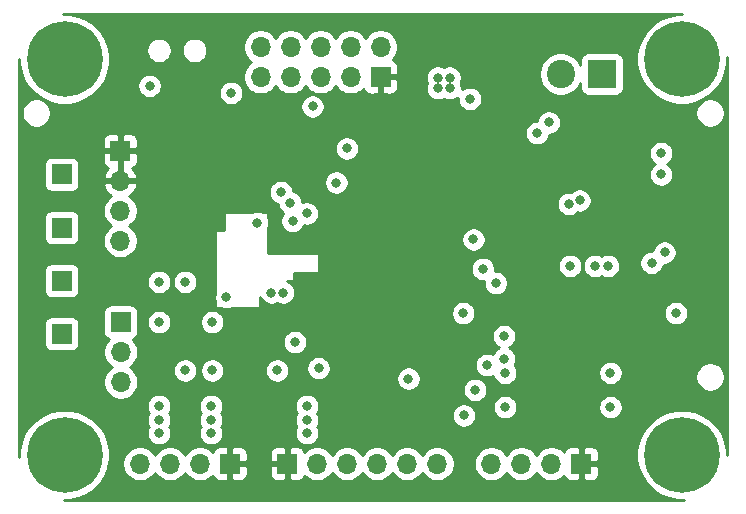
<source format=gbr>
%TF.GenerationSoftware,KiCad,Pcbnew,(5.1.10)-1*%
%TF.CreationDate,2021-07-10T11:27:39-07:00*%
%TF.ProjectId,willios_v2,77696c6c-696f-4735-9f76-322e6b696361,rev?*%
%TF.SameCoordinates,Original*%
%TF.FileFunction,Copper,L3,Inr*%
%TF.FilePolarity,Positive*%
%FSLAX46Y46*%
G04 Gerber Fmt 4.6, Leading zero omitted, Abs format (unit mm)*
G04 Created by KiCad (PCBNEW (5.1.10)-1) date 2021-07-10 11:27:39*
%MOMM*%
%LPD*%
G01*
G04 APERTURE LIST*
%TA.AperFunction,ComponentPad*%
%ADD10O,1.700000X1.700000*%
%TD*%
%TA.AperFunction,ComponentPad*%
%ADD11R,1.700000X1.700000*%
%TD*%
%TA.AperFunction,ComponentPad*%
%ADD12C,6.400000*%
%TD*%
%TA.AperFunction,ComponentPad*%
%ADD13C,0.800000*%
%TD*%
%TA.AperFunction,ComponentPad*%
%ADD14R,2.400000X2.400000*%
%TD*%
%TA.AperFunction,ComponentPad*%
%ADD15C,2.400000*%
%TD*%
%TA.AperFunction,ViaPad*%
%ADD16C,0.800000*%
%TD*%
%TA.AperFunction,Conductor*%
%ADD17C,0.254000*%
%TD*%
%TA.AperFunction,Conductor*%
%ADD18C,0.100000*%
%TD*%
G04 APERTURE END LIST*
D10*
%TO.N,GND*%
%TO.C,J9*%
X90700000Y-135620000D03*
X90700000Y-133080000D03*
%TO.N,+3V3*%
X90700000Y-130540000D03*
D11*
X90700000Y-128000000D03*
%TD*%
D12*
%TO.N,GND*%
%TO.C,H1*%
X86000000Y-120250000D03*
D13*
X88400000Y-120250000D03*
X87697056Y-121947056D03*
X86000000Y-122650000D03*
X84302944Y-121947056D03*
X83600000Y-120250000D03*
X84302944Y-118552944D03*
X86000000Y-117850000D03*
X87697056Y-118552944D03*
%TD*%
D11*
%TO.N,TIM4_CH1*%
%TO.C,J12*%
X85750000Y-134500000D03*
%TD*%
%TO.N,TIM3_CH1*%
%TO.C,J11*%
X85750000Y-139000000D03*
%TD*%
%TO.N,PB12_GPIO*%
%TO.C,J10*%
X85750000Y-143500000D03*
%TD*%
D10*
%TO.N,PC6_GPIO*%
%TO.C,J8*%
X90750000Y-147580000D03*
%TO.N,PC7_GPIO*%
X90750000Y-145040000D03*
D11*
%TO.N,PC8_GPIO*%
X90750000Y-142500000D03*
%TD*%
%TO.N,ADC1_IN1*%
%TO.C,J7*%
X85750000Y-130000000D03*
%TD*%
D10*
%TO.N,GND*%
%TO.C,J6*%
X117540000Y-154500000D03*
%TO.N,SPI1_CS*%
X115000000Y-154500000D03*
%TO.N,SPI1_MOSI*%
X112460000Y-154500000D03*
%TO.N,SPI1_MISO*%
X109920000Y-154500000D03*
%TO.N,SPI1_SCK*%
X107380000Y-154500000D03*
D11*
%TO.N,+3V3*%
X104840000Y-154500000D03*
%TD*%
D10*
%TO.N,GND*%
%TO.C,J5*%
X92380000Y-154500000D03*
%TO.N,I2C1_SDA*%
X94920000Y-154500000D03*
%TO.N,I2C1_SCL*%
X97460000Y-154500000D03*
D11*
%TO.N,+3V3*%
X100000000Y-154500000D03*
%TD*%
D10*
%TO.N,GND*%
%TO.C,J4*%
X122130000Y-154500000D03*
%TO.N,USART3_TX*%
X124670000Y-154500000D03*
%TO.N,USART3_RX*%
X127210000Y-154500000D03*
D11*
%TO.N,+3V3*%
X129750000Y-154500000D03*
%TD*%
D13*
%TO.N,GND*%
%TO.C,H2*%
X139947056Y-118552944D03*
X138250000Y-117850000D03*
X136552944Y-118552944D03*
X135850000Y-120250000D03*
X136552944Y-121947056D03*
X138250000Y-122650000D03*
X139947056Y-121947056D03*
X140650000Y-120250000D03*
D12*
X138250000Y-120250000D03*
%TD*%
%TO.N,GND*%
%TO.C,H3*%
X86000000Y-153750000D03*
D13*
X88400000Y-153750000D03*
X87697056Y-155447056D03*
X86000000Y-156150000D03*
X84302944Y-155447056D03*
X83600000Y-153750000D03*
X84302944Y-152052944D03*
X86000000Y-151350000D03*
X87697056Y-152052944D03*
%TD*%
%TO.N,GND*%
%TO.C,H4*%
X139947056Y-152052944D03*
X138250000Y-151350000D03*
X136552944Y-152052944D03*
X135850000Y-153750000D03*
X136552944Y-155447056D03*
X138250000Y-156150000D03*
X139947056Y-155447056D03*
X140650000Y-153750000D03*
D12*
X138250000Y-153750000D03*
%TD*%
D14*
%TO.N,+9V*%
%TO.C,J1*%
X131500000Y-121500000D03*
D15*
%TO.N,GND*%
X128000000Y-121500000D03*
%TD*%
D11*
%TO.N,+3V3*%
%TO.C,J3*%
X112750000Y-121750000D03*
D10*
%TO.N,SWDIO*%
X112750000Y-119210000D03*
%TO.N,GND*%
X110210000Y-121750000D03*
%TO.N,SWCLK*%
X110210000Y-119210000D03*
%TO.N,GND*%
X107670000Y-121750000D03*
%TO.N,SWO*%
X107670000Y-119210000D03*
%TO.N,Net-(J3-Pad7)*%
X105130000Y-121750000D03*
%TO.N,Net-(J3-Pad8)*%
X105130000Y-119210000D03*
%TO.N,GND*%
X102590000Y-121750000D03*
%TO.N,NRST*%
X102590000Y-119210000D03*
%TD*%
D16*
%TO.N,+3V3*%
X132400000Y-134200000D03*
X131100000Y-134200000D03*
X136600000Y-126500000D03*
X97800000Y-122600000D03*
X104300000Y-129900000D03*
X106300000Y-129900000D03*
X103500000Y-143900000D03*
X102700000Y-143000000D03*
X102000000Y-131500000D03*
X94500000Y-131500000D03*
X107300000Y-131600000D03*
X104500000Y-136000000D03*
X119200000Y-134400000D03*
X116800000Y-146500000D03*
X126000000Y-144400000D03*
X126000000Y-145600000D03*
X129500000Y-144400000D03*
X129500000Y-145600000D03*
X129275000Y-149700000D03*
X125100000Y-148250000D03*
X130400000Y-148250000D03*
X126225000Y-149700000D03*
X109280000Y-147300000D03*
%TO.N,LED_STATUS*%
X119750000Y-141750000D03*
X137750000Y-141750000D03*
%TO.N,NRST*%
X106500000Y-133300000D03*
X100100000Y-123100000D03*
%TO.N,ADC1_IN1*%
X105500000Y-144200000D03*
X104000000Y-146600000D03*
X98500000Y-146600000D03*
X96200000Y-146600000D03*
X96200000Y-139100000D03*
X94000000Y-139100000D03*
%TO.N,PC8_GPIO*%
X94000000Y-142500000D03*
X98500000Y-142500000D03*
%TO.N,PC7_GPIO*%
X94000000Y-149600000D03*
X98400000Y-149600000D03*
X106500000Y-149600000D03*
X121750000Y-146150000D03*
%TO.N,PC6_GPIO*%
X94000000Y-150800000D03*
X98400000Y-150800000D03*
X106500000Y-150800000D03*
X120750000Y-148250000D03*
%TO.N,PB12_GPIO*%
X94000000Y-151900000D03*
X98400000Y-151900000D03*
X106500000Y-151900000D03*
X119800000Y-150400000D03*
%TO.N,BOOT0*%
X107000000Y-124250000D03*
X109900000Y-127800000D03*
%TO.N,GND*%
X105300000Y-133950000D03*
X130900000Y-137750000D03*
X105100000Y-132400000D03*
X104300000Y-131500000D03*
X109000000Y-130700000D03*
X93200000Y-122500000D03*
X136500000Y-128200000D03*
X136500000Y-130000000D03*
X107500000Y-146400000D03*
X120600000Y-135500000D03*
X118600000Y-121800000D03*
X117600000Y-121800000D03*
X117600000Y-122700000D03*
X118600000Y-122700000D03*
X123200000Y-145600000D03*
X123200000Y-143700000D03*
X122500000Y-139200000D03*
X121400000Y-138000000D03*
X126000000Y-126500000D03*
X127000000Y-125600000D03*
X135700000Y-137500000D03*
X136800000Y-136600000D03*
X129600000Y-132200000D03*
X128700000Y-132500000D03*
X132200000Y-146800000D03*
X132200000Y-149700000D03*
X123300000Y-146800000D03*
X123300000Y-149700000D03*
X128800000Y-137750000D03*
X132000000Y-137750000D03*
X115100000Y-147300000D03*
X120300000Y-123600000D03*
X103500000Y-140000000D03*
X104500000Y-140000000D03*
X102300000Y-134100000D03*
X99700000Y-140400000D03*
%TD*%
D17*
%TO.N,+3V3*%
X138270997Y-116415000D02*
X137872285Y-116415000D01*
X137131372Y-116562377D01*
X136433446Y-116851467D01*
X135805330Y-117271161D01*
X135271161Y-117805330D01*
X134851467Y-118433446D01*
X134562377Y-119131372D01*
X134415000Y-119872285D01*
X134415000Y-120627715D01*
X134562377Y-121368628D01*
X134851467Y-122066554D01*
X135271161Y-122694670D01*
X135805330Y-123228839D01*
X136433446Y-123648533D01*
X137131372Y-123937623D01*
X137872285Y-124085000D01*
X138627715Y-124085000D01*
X139368628Y-123937623D01*
X140066554Y-123648533D01*
X140694670Y-123228839D01*
X141228839Y-122694670D01*
X141648533Y-122066554D01*
X141937623Y-121368628D01*
X142085000Y-120627715D01*
X142085000Y-120080341D01*
X142085790Y-120085790D01*
X142090000Y-120258063D01*
X142090001Y-153718581D01*
X142085000Y-153770997D01*
X142085000Y-153372285D01*
X141937623Y-152631372D01*
X141648533Y-151933446D01*
X141228839Y-151305330D01*
X140694670Y-150771161D01*
X140066554Y-150351467D01*
X139368628Y-150062377D01*
X138627715Y-149915000D01*
X137872285Y-149915000D01*
X137131372Y-150062377D01*
X136433446Y-150351467D01*
X135805330Y-150771161D01*
X135271161Y-151305330D01*
X134851467Y-151933446D01*
X134562377Y-152631372D01*
X134415000Y-153372285D01*
X134415000Y-154127715D01*
X134562377Y-154868628D01*
X134851467Y-155566554D01*
X135271161Y-156194670D01*
X135805330Y-156728839D01*
X136433446Y-157148533D01*
X137131372Y-157437623D01*
X137872285Y-157585000D01*
X138419659Y-157585000D01*
X138414210Y-157585790D01*
X138241937Y-157590000D01*
X86031409Y-157590000D01*
X85979003Y-157585000D01*
X86377715Y-157585000D01*
X87118628Y-157437623D01*
X87816554Y-157148533D01*
X88444670Y-156728839D01*
X88978839Y-156194670D01*
X89398533Y-155566554D01*
X89687623Y-154868628D01*
X89790040Y-154353740D01*
X90895000Y-154353740D01*
X90895000Y-154646260D01*
X90952068Y-154933158D01*
X91064010Y-155203411D01*
X91226525Y-155446632D01*
X91433368Y-155653475D01*
X91676589Y-155815990D01*
X91946842Y-155927932D01*
X92233740Y-155985000D01*
X92526260Y-155985000D01*
X92813158Y-155927932D01*
X93083411Y-155815990D01*
X93326632Y-155653475D01*
X93533475Y-155446632D01*
X93650000Y-155272240D01*
X93766525Y-155446632D01*
X93973368Y-155653475D01*
X94216589Y-155815990D01*
X94486842Y-155927932D01*
X94773740Y-155985000D01*
X95066260Y-155985000D01*
X95353158Y-155927932D01*
X95623411Y-155815990D01*
X95866632Y-155653475D01*
X96073475Y-155446632D01*
X96190000Y-155272240D01*
X96306525Y-155446632D01*
X96513368Y-155653475D01*
X96756589Y-155815990D01*
X97026842Y-155927932D01*
X97313740Y-155985000D01*
X97606260Y-155985000D01*
X97893158Y-155927932D01*
X98163411Y-155815990D01*
X98406632Y-155653475D01*
X98538487Y-155521620D01*
X98560498Y-155594180D01*
X98619463Y-155704494D01*
X98698815Y-155801185D01*
X98795506Y-155880537D01*
X98905820Y-155939502D01*
X99025518Y-155975812D01*
X99150000Y-155988072D01*
X99714250Y-155985000D01*
X99873000Y-155826250D01*
X99873000Y-154627000D01*
X100127000Y-154627000D01*
X100127000Y-155826250D01*
X100285750Y-155985000D01*
X100850000Y-155988072D01*
X100974482Y-155975812D01*
X101094180Y-155939502D01*
X101204494Y-155880537D01*
X101301185Y-155801185D01*
X101380537Y-155704494D01*
X101439502Y-155594180D01*
X101475812Y-155474482D01*
X101488072Y-155350000D01*
X103351928Y-155350000D01*
X103364188Y-155474482D01*
X103400498Y-155594180D01*
X103459463Y-155704494D01*
X103538815Y-155801185D01*
X103635506Y-155880537D01*
X103745820Y-155939502D01*
X103865518Y-155975812D01*
X103990000Y-155988072D01*
X104554250Y-155985000D01*
X104713000Y-155826250D01*
X104713000Y-154627000D01*
X103513750Y-154627000D01*
X103355000Y-154785750D01*
X103351928Y-155350000D01*
X101488072Y-155350000D01*
X101485000Y-154785750D01*
X101326250Y-154627000D01*
X100127000Y-154627000D01*
X99873000Y-154627000D01*
X99853000Y-154627000D01*
X99853000Y-154373000D01*
X99873000Y-154373000D01*
X99873000Y-153173750D01*
X100127000Y-153173750D01*
X100127000Y-154373000D01*
X101326250Y-154373000D01*
X101485000Y-154214250D01*
X101488072Y-153650000D01*
X103351928Y-153650000D01*
X103355000Y-154214250D01*
X103513750Y-154373000D01*
X104713000Y-154373000D01*
X104713000Y-153173750D01*
X104967000Y-153173750D01*
X104967000Y-154373000D01*
X104987000Y-154373000D01*
X104987000Y-154627000D01*
X104967000Y-154627000D01*
X104967000Y-155826250D01*
X105125750Y-155985000D01*
X105690000Y-155988072D01*
X105814482Y-155975812D01*
X105934180Y-155939502D01*
X106044494Y-155880537D01*
X106141185Y-155801185D01*
X106220537Y-155704494D01*
X106279502Y-155594180D01*
X106301513Y-155521620D01*
X106433368Y-155653475D01*
X106676589Y-155815990D01*
X106946842Y-155927932D01*
X107233740Y-155985000D01*
X107526260Y-155985000D01*
X107813158Y-155927932D01*
X108083411Y-155815990D01*
X108326632Y-155653475D01*
X108533475Y-155446632D01*
X108650000Y-155272240D01*
X108766525Y-155446632D01*
X108973368Y-155653475D01*
X109216589Y-155815990D01*
X109486842Y-155927932D01*
X109773740Y-155985000D01*
X110066260Y-155985000D01*
X110353158Y-155927932D01*
X110623411Y-155815990D01*
X110866632Y-155653475D01*
X111073475Y-155446632D01*
X111190000Y-155272240D01*
X111306525Y-155446632D01*
X111513368Y-155653475D01*
X111756589Y-155815990D01*
X112026842Y-155927932D01*
X112313740Y-155985000D01*
X112606260Y-155985000D01*
X112893158Y-155927932D01*
X113163411Y-155815990D01*
X113406632Y-155653475D01*
X113613475Y-155446632D01*
X113730000Y-155272240D01*
X113846525Y-155446632D01*
X114053368Y-155653475D01*
X114296589Y-155815990D01*
X114566842Y-155927932D01*
X114853740Y-155985000D01*
X115146260Y-155985000D01*
X115433158Y-155927932D01*
X115703411Y-155815990D01*
X115946632Y-155653475D01*
X116153475Y-155446632D01*
X116270000Y-155272240D01*
X116386525Y-155446632D01*
X116593368Y-155653475D01*
X116836589Y-155815990D01*
X117106842Y-155927932D01*
X117393740Y-155985000D01*
X117686260Y-155985000D01*
X117973158Y-155927932D01*
X118243411Y-155815990D01*
X118486632Y-155653475D01*
X118693475Y-155446632D01*
X118855990Y-155203411D01*
X118967932Y-154933158D01*
X119025000Y-154646260D01*
X119025000Y-154353740D01*
X120645000Y-154353740D01*
X120645000Y-154646260D01*
X120702068Y-154933158D01*
X120814010Y-155203411D01*
X120976525Y-155446632D01*
X121183368Y-155653475D01*
X121426589Y-155815990D01*
X121696842Y-155927932D01*
X121983740Y-155985000D01*
X122276260Y-155985000D01*
X122563158Y-155927932D01*
X122833411Y-155815990D01*
X123076632Y-155653475D01*
X123283475Y-155446632D01*
X123400000Y-155272240D01*
X123516525Y-155446632D01*
X123723368Y-155653475D01*
X123966589Y-155815990D01*
X124236842Y-155927932D01*
X124523740Y-155985000D01*
X124816260Y-155985000D01*
X125103158Y-155927932D01*
X125373411Y-155815990D01*
X125616632Y-155653475D01*
X125823475Y-155446632D01*
X125940000Y-155272240D01*
X126056525Y-155446632D01*
X126263368Y-155653475D01*
X126506589Y-155815990D01*
X126776842Y-155927932D01*
X127063740Y-155985000D01*
X127356260Y-155985000D01*
X127643158Y-155927932D01*
X127913411Y-155815990D01*
X128156632Y-155653475D01*
X128288487Y-155521620D01*
X128310498Y-155594180D01*
X128369463Y-155704494D01*
X128448815Y-155801185D01*
X128545506Y-155880537D01*
X128655820Y-155939502D01*
X128775518Y-155975812D01*
X128900000Y-155988072D01*
X129464250Y-155985000D01*
X129623000Y-155826250D01*
X129623000Y-154627000D01*
X129877000Y-154627000D01*
X129877000Y-155826250D01*
X130035750Y-155985000D01*
X130600000Y-155988072D01*
X130724482Y-155975812D01*
X130844180Y-155939502D01*
X130954494Y-155880537D01*
X131051185Y-155801185D01*
X131130537Y-155704494D01*
X131189502Y-155594180D01*
X131225812Y-155474482D01*
X131238072Y-155350000D01*
X131235000Y-154785750D01*
X131076250Y-154627000D01*
X129877000Y-154627000D01*
X129623000Y-154627000D01*
X129603000Y-154627000D01*
X129603000Y-154373000D01*
X129623000Y-154373000D01*
X129623000Y-153173750D01*
X129877000Y-153173750D01*
X129877000Y-154373000D01*
X131076250Y-154373000D01*
X131235000Y-154214250D01*
X131238072Y-153650000D01*
X131225812Y-153525518D01*
X131189502Y-153405820D01*
X131130537Y-153295506D01*
X131051185Y-153198815D01*
X130954494Y-153119463D01*
X130844180Y-153060498D01*
X130724482Y-153024188D01*
X130600000Y-153011928D01*
X130035750Y-153015000D01*
X129877000Y-153173750D01*
X129623000Y-153173750D01*
X129464250Y-153015000D01*
X128900000Y-153011928D01*
X128775518Y-153024188D01*
X128655820Y-153060498D01*
X128545506Y-153119463D01*
X128448815Y-153198815D01*
X128369463Y-153295506D01*
X128310498Y-153405820D01*
X128288487Y-153478380D01*
X128156632Y-153346525D01*
X127913411Y-153184010D01*
X127643158Y-153072068D01*
X127356260Y-153015000D01*
X127063740Y-153015000D01*
X126776842Y-153072068D01*
X126506589Y-153184010D01*
X126263368Y-153346525D01*
X126056525Y-153553368D01*
X125940000Y-153727760D01*
X125823475Y-153553368D01*
X125616632Y-153346525D01*
X125373411Y-153184010D01*
X125103158Y-153072068D01*
X124816260Y-153015000D01*
X124523740Y-153015000D01*
X124236842Y-153072068D01*
X123966589Y-153184010D01*
X123723368Y-153346525D01*
X123516525Y-153553368D01*
X123400000Y-153727760D01*
X123283475Y-153553368D01*
X123076632Y-153346525D01*
X122833411Y-153184010D01*
X122563158Y-153072068D01*
X122276260Y-153015000D01*
X121983740Y-153015000D01*
X121696842Y-153072068D01*
X121426589Y-153184010D01*
X121183368Y-153346525D01*
X120976525Y-153553368D01*
X120814010Y-153796589D01*
X120702068Y-154066842D01*
X120645000Y-154353740D01*
X119025000Y-154353740D01*
X118967932Y-154066842D01*
X118855990Y-153796589D01*
X118693475Y-153553368D01*
X118486632Y-153346525D01*
X118243411Y-153184010D01*
X117973158Y-153072068D01*
X117686260Y-153015000D01*
X117393740Y-153015000D01*
X117106842Y-153072068D01*
X116836589Y-153184010D01*
X116593368Y-153346525D01*
X116386525Y-153553368D01*
X116270000Y-153727760D01*
X116153475Y-153553368D01*
X115946632Y-153346525D01*
X115703411Y-153184010D01*
X115433158Y-153072068D01*
X115146260Y-153015000D01*
X114853740Y-153015000D01*
X114566842Y-153072068D01*
X114296589Y-153184010D01*
X114053368Y-153346525D01*
X113846525Y-153553368D01*
X113730000Y-153727760D01*
X113613475Y-153553368D01*
X113406632Y-153346525D01*
X113163411Y-153184010D01*
X112893158Y-153072068D01*
X112606260Y-153015000D01*
X112313740Y-153015000D01*
X112026842Y-153072068D01*
X111756589Y-153184010D01*
X111513368Y-153346525D01*
X111306525Y-153553368D01*
X111190000Y-153727760D01*
X111073475Y-153553368D01*
X110866632Y-153346525D01*
X110623411Y-153184010D01*
X110353158Y-153072068D01*
X110066260Y-153015000D01*
X109773740Y-153015000D01*
X109486842Y-153072068D01*
X109216589Y-153184010D01*
X108973368Y-153346525D01*
X108766525Y-153553368D01*
X108650000Y-153727760D01*
X108533475Y-153553368D01*
X108326632Y-153346525D01*
X108083411Y-153184010D01*
X107813158Y-153072068D01*
X107526260Y-153015000D01*
X107233740Y-153015000D01*
X106946842Y-153072068D01*
X106676589Y-153184010D01*
X106433368Y-153346525D01*
X106301513Y-153478380D01*
X106279502Y-153405820D01*
X106220537Y-153295506D01*
X106141185Y-153198815D01*
X106044494Y-153119463D01*
X105934180Y-153060498D01*
X105814482Y-153024188D01*
X105690000Y-153011928D01*
X105125750Y-153015000D01*
X104967000Y-153173750D01*
X104713000Y-153173750D01*
X104554250Y-153015000D01*
X103990000Y-153011928D01*
X103865518Y-153024188D01*
X103745820Y-153060498D01*
X103635506Y-153119463D01*
X103538815Y-153198815D01*
X103459463Y-153295506D01*
X103400498Y-153405820D01*
X103364188Y-153525518D01*
X103351928Y-153650000D01*
X101488072Y-153650000D01*
X101475812Y-153525518D01*
X101439502Y-153405820D01*
X101380537Y-153295506D01*
X101301185Y-153198815D01*
X101204494Y-153119463D01*
X101094180Y-153060498D01*
X100974482Y-153024188D01*
X100850000Y-153011928D01*
X100285750Y-153015000D01*
X100127000Y-153173750D01*
X99873000Y-153173750D01*
X99714250Y-153015000D01*
X99150000Y-153011928D01*
X99025518Y-153024188D01*
X98905820Y-153060498D01*
X98795506Y-153119463D01*
X98698815Y-153198815D01*
X98619463Y-153295506D01*
X98560498Y-153405820D01*
X98538487Y-153478380D01*
X98406632Y-153346525D01*
X98163411Y-153184010D01*
X97893158Y-153072068D01*
X97606260Y-153015000D01*
X97313740Y-153015000D01*
X97026842Y-153072068D01*
X96756589Y-153184010D01*
X96513368Y-153346525D01*
X96306525Y-153553368D01*
X96190000Y-153727760D01*
X96073475Y-153553368D01*
X95866632Y-153346525D01*
X95623411Y-153184010D01*
X95353158Y-153072068D01*
X95066260Y-153015000D01*
X94773740Y-153015000D01*
X94486842Y-153072068D01*
X94216589Y-153184010D01*
X93973368Y-153346525D01*
X93766525Y-153553368D01*
X93650000Y-153727760D01*
X93533475Y-153553368D01*
X93326632Y-153346525D01*
X93083411Y-153184010D01*
X92813158Y-153072068D01*
X92526260Y-153015000D01*
X92233740Y-153015000D01*
X91946842Y-153072068D01*
X91676589Y-153184010D01*
X91433368Y-153346525D01*
X91226525Y-153553368D01*
X91064010Y-153796589D01*
X90952068Y-154066842D01*
X90895000Y-154353740D01*
X89790040Y-154353740D01*
X89835000Y-154127715D01*
X89835000Y-153372285D01*
X89687623Y-152631372D01*
X89398533Y-151933446D01*
X88978839Y-151305330D01*
X88444670Y-150771161D01*
X87816554Y-150351467D01*
X87118628Y-150062377D01*
X86377715Y-149915000D01*
X85622285Y-149915000D01*
X84881372Y-150062377D01*
X84183446Y-150351467D01*
X83555330Y-150771161D01*
X83021161Y-151305330D01*
X82601467Y-151933446D01*
X82312377Y-152631372D01*
X82165000Y-153372285D01*
X82165000Y-153919659D01*
X82164210Y-153914210D01*
X82160000Y-153741937D01*
X82160000Y-149498061D01*
X92965000Y-149498061D01*
X92965000Y-149701939D01*
X93004774Y-149901898D01*
X93082795Y-150090256D01*
X93156123Y-150200000D01*
X93082795Y-150309744D01*
X93004774Y-150498102D01*
X92965000Y-150698061D01*
X92965000Y-150901939D01*
X93004774Y-151101898D01*
X93082795Y-151290256D01*
X93122715Y-151350000D01*
X93082795Y-151409744D01*
X93004774Y-151598102D01*
X92965000Y-151798061D01*
X92965000Y-152001939D01*
X93004774Y-152201898D01*
X93082795Y-152390256D01*
X93196063Y-152559774D01*
X93340226Y-152703937D01*
X93509744Y-152817205D01*
X93698102Y-152895226D01*
X93898061Y-152935000D01*
X94101939Y-152935000D01*
X94301898Y-152895226D01*
X94490256Y-152817205D01*
X94659774Y-152703937D01*
X94803937Y-152559774D01*
X94917205Y-152390256D01*
X94995226Y-152201898D01*
X95035000Y-152001939D01*
X95035000Y-151798061D01*
X94995226Y-151598102D01*
X94917205Y-151409744D01*
X94877285Y-151350000D01*
X94917205Y-151290256D01*
X94995226Y-151101898D01*
X95035000Y-150901939D01*
X95035000Y-150698061D01*
X94995226Y-150498102D01*
X94917205Y-150309744D01*
X94843877Y-150200000D01*
X94917205Y-150090256D01*
X94995226Y-149901898D01*
X95035000Y-149701939D01*
X95035000Y-149498061D01*
X97365000Y-149498061D01*
X97365000Y-149701939D01*
X97404774Y-149901898D01*
X97482795Y-150090256D01*
X97556123Y-150200000D01*
X97482795Y-150309744D01*
X97404774Y-150498102D01*
X97365000Y-150698061D01*
X97365000Y-150901939D01*
X97404774Y-151101898D01*
X97482795Y-151290256D01*
X97522715Y-151350000D01*
X97482795Y-151409744D01*
X97404774Y-151598102D01*
X97365000Y-151798061D01*
X97365000Y-152001939D01*
X97404774Y-152201898D01*
X97482795Y-152390256D01*
X97596063Y-152559774D01*
X97740226Y-152703937D01*
X97909744Y-152817205D01*
X98098102Y-152895226D01*
X98298061Y-152935000D01*
X98501939Y-152935000D01*
X98701898Y-152895226D01*
X98890256Y-152817205D01*
X99059774Y-152703937D01*
X99203937Y-152559774D01*
X99317205Y-152390256D01*
X99395226Y-152201898D01*
X99435000Y-152001939D01*
X99435000Y-151798061D01*
X99395226Y-151598102D01*
X99317205Y-151409744D01*
X99277285Y-151350000D01*
X99317205Y-151290256D01*
X99395226Y-151101898D01*
X99435000Y-150901939D01*
X99435000Y-150698061D01*
X99395226Y-150498102D01*
X99317205Y-150309744D01*
X99243877Y-150200000D01*
X99317205Y-150090256D01*
X99395226Y-149901898D01*
X99435000Y-149701939D01*
X99435000Y-149498061D01*
X105465000Y-149498061D01*
X105465000Y-149701939D01*
X105504774Y-149901898D01*
X105582795Y-150090256D01*
X105656123Y-150200000D01*
X105582795Y-150309744D01*
X105504774Y-150498102D01*
X105465000Y-150698061D01*
X105465000Y-150901939D01*
X105504774Y-151101898D01*
X105582795Y-151290256D01*
X105622715Y-151350000D01*
X105582795Y-151409744D01*
X105504774Y-151598102D01*
X105465000Y-151798061D01*
X105465000Y-152001939D01*
X105504774Y-152201898D01*
X105582795Y-152390256D01*
X105696063Y-152559774D01*
X105840226Y-152703937D01*
X106009744Y-152817205D01*
X106198102Y-152895226D01*
X106398061Y-152935000D01*
X106601939Y-152935000D01*
X106801898Y-152895226D01*
X106990256Y-152817205D01*
X107159774Y-152703937D01*
X107303937Y-152559774D01*
X107417205Y-152390256D01*
X107495226Y-152201898D01*
X107535000Y-152001939D01*
X107535000Y-151798061D01*
X107495226Y-151598102D01*
X107417205Y-151409744D01*
X107377285Y-151350000D01*
X107417205Y-151290256D01*
X107495226Y-151101898D01*
X107535000Y-150901939D01*
X107535000Y-150698061D01*
X107495226Y-150498102D01*
X107417205Y-150309744D01*
X107409399Y-150298061D01*
X118765000Y-150298061D01*
X118765000Y-150501939D01*
X118804774Y-150701898D01*
X118882795Y-150890256D01*
X118996063Y-151059774D01*
X119140226Y-151203937D01*
X119309744Y-151317205D01*
X119498102Y-151395226D01*
X119698061Y-151435000D01*
X119901939Y-151435000D01*
X120101898Y-151395226D01*
X120290256Y-151317205D01*
X120459774Y-151203937D01*
X120603937Y-151059774D01*
X120717205Y-150890256D01*
X120795226Y-150701898D01*
X120835000Y-150501939D01*
X120835000Y-150298061D01*
X120795226Y-150098102D01*
X120717205Y-149909744D01*
X120603937Y-149740226D01*
X120461772Y-149598061D01*
X122265000Y-149598061D01*
X122265000Y-149801939D01*
X122304774Y-150001898D01*
X122382795Y-150190256D01*
X122496063Y-150359774D01*
X122640226Y-150503937D01*
X122809744Y-150617205D01*
X122998102Y-150695226D01*
X123198061Y-150735000D01*
X123401939Y-150735000D01*
X123601898Y-150695226D01*
X123790256Y-150617205D01*
X123959774Y-150503937D01*
X124103937Y-150359774D01*
X124217205Y-150190256D01*
X124295226Y-150001898D01*
X124335000Y-149801939D01*
X124335000Y-149598061D01*
X131165000Y-149598061D01*
X131165000Y-149801939D01*
X131204774Y-150001898D01*
X131282795Y-150190256D01*
X131396063Y-150359774D01*
X131540226Y-150503937D01*
X131709744Y-150617205D01*
X131898102Y-150695226D01*
X132098061Y-150735000D01*
X132301939Y-150735000D01*
X132501898Y-150695226D01*
X132690256Y-150617205D01*
X132859774Y-150503937D01*
X133003937Y-150359774D01*
X133117205Y-150190256D01*
X133195226Y-150001898D01*
X133235000Y-149801939D01*
X133235000Y-149598061D01*
X133195226Y-149398102D01*
X133117205Y-149209744D01*
X133003937Y-149040226D01*
X132859774Y-148896063D01*
X132690256Y-148782795D01*
X132501898Y-148704774D01*
X132301939Y-148665000D01*
X132098061Y-148665000D01*
X131898102Y-148704774D01*
X131709744Y-148782795D01*
X131540226Y-148896063D01*
X131396063Y-149040226D01*
X131282795Y-149209744D01*
X131204774Y-149398102D01*
X131165000Y-149598061D01*
X124335000Y-149598061D01*
X124295226Y-149398102D01*
X124217205Y-149209744D01*
X124103937Y-149040226D01*
X123959774Y-148896063D01*
X123790256Y-148782795D01*
X123601898Y-148704774D01*
X123401939Y-148665000D01*
X123198061Y-148665000D01*
X122998102Y-148704774D01*
X122809744Y-148782795D01*
X122640226Y-148896063D01*
X122496063Y-149040226D01*
X122382795Y-149209744D01*
X122304774Y-149398102D01*
X122265000Y-149598061D01*
X120461772Y-149598061D01*
X120459774Y-149596063D01*
X120290256Y-149482795D01*
X120101898Y-149404774D01*
X119901939Y-149365000D01*
X119698061Y-149365000D01*
X119498102Y-149404774D01*
X119309744Y-149482795D01*
X119140226Y-149596063D01*
X118996063Y-149740226D01*
X118882795Y-149909744D01*
X118804774Y-150098102D01*
X118765000Y-150298061D01*
X107409399Y-150298061D01*
X107343877Y-150200000D01*
X107417205Y-150090256D01*
X107495226Y-149901898D01*
X107535000Y-149701939D01*
X107535000Y-149498061D01*
X107495226Y-149298102D01*
X107417205Y-149109744D01*
X107303937Y-148940226D01*
X107159774Y-148796063D01*
X106990256Y-148682795D01*
X106801898Y-148604774D01*
X106601939Y-148565000D01*
X106398061Y-148565000D01*
X106198102Y-148604774D01*
X106009744Y-148682795D01*
X105840226Y-148796063D01*
X105696063Y-148940226D01*
X105582795Y-149109744D01*
X105504774Y-149298102D01*
X105465000Y-149498061D01*
X99435000Y-149498061D01*
X99395226Y-149298102D01*
X99317205Y-149109744D01*
X99203937Y-148940226D01*
X99059774Y-148796063D01*
X98890256Y-148682795D01*
X98701898Y-148604774D01*
X98501939Y-148565000D01*
X98298061Y-148565000D01*
X98098102Y-148604774D01*
X97909744Y-148682795D01*
X97740226Y-148796063D01*
X97596063Y-148940226D01*
X97482795Y-149109744D01*
X97404774Y-149298102D01*
X97365000Y-149498061D01*
X95035000Y-149498061D01*
X94995226Y-149298102D01*
X94917205Y-149109744D01*
X94803937Y-148940226D01*
X94659774Y-148796063D01*
X94490256Y-148682795D01*
X94301898Y-148604774D01*
X94101939Y-148565000D01*
X93898061Y-148565000D01*
X93698102Y-148604774D01*
X93509744Y-148682795D01*
X93340226Y-148796063D01*
X93196063Y-148940226D01*
X93082795Y-149109744D01*
X93004774Y-149298102D01*
X92965000Y-149498061D01*
X82160000Y-149498061D01*
X82160000Y-142650000D01*
X84261928Y-142650000D01*
X84261928Y-144350000D01*
X84274188Y-144474482D01*
X84310498Y-144594180D01*
X84369463Y-144704494D01*
X84448815Y-144801185D01*
X84545506Y-144880537D01*
X84655820Y-144939502D01*
X84775518Y-144975812D01*
X84900000Y-144988072D01*
X86600000Y-144988072D01*
X86724482Y-144975812D01*
X86844180Y-144939502D01*
X86954494Y-144880537D01*
X87051185Y-144801185D01*
X87130537Y-144704494D01*
X87189502Y-144594180D01*
X87225812Y-144474482D01*
X87238072Y-144350000D01*
X87238072Y-142650000D01*
X87225812Y-142525518D01*
X87189502Y-142405820D01*
X87130537Y-142295506D01*
X87051185Y-142198815D01*
X86954494Y-142119463D01*
X86844180Y-142060498D01*
X86724482Y-142024188D01*
X86600000Y-142011928D01*
X84900000Y-142011928D01*
X84775518Y-142024188D01*
X84655820Y-142060498D01*
X84545506Y-142119463D01*
X84448815Y-142198815D01*
X84369463Y-142295506D01*
X84310498Y-142405820D01*
X84274188Y-142525518D01*
X84261928Y-142650000D01*
X82160000Y-142650000D01*
X82160000Y-141650000D01*
X89261928Y-141650000D01*
X89261928Y-143350000D01*
X89274188Y-143474482D01*
X89310498Y-143594180D01*
X89369463Y-143704494D01*
X89448815Y-143801185D01*
X89545506Y-143880537D01*
X89655820Y-143939502D01*
X89728380Y-143961513D01*
X89596525Y-144093368D01*
X89434010Y-144336589D01*
X89322068Y-144606842D01*
X89265000Y-144893740D01*
X89265000Y-145186260D01*
X89322068Y-145473158D01*
X89434010Y-145743411D01*
X89596525Y-145986632D01*
X89803368Y-146193475D01*
X89977760Y-146310000D01*
X89803368Y-146426525D01*
X89596525Y-146633368D01*
X89434010Y-146876589D01*
X89322068Y-147146842D01*
X89265000Y-147433740D01*
X89265000Y-147726260D01*
X89322068Y-148013158D01*
X89434010Y-148283411D01*
X89596525Y-148526632D01*
X89803368Y-148733475D01*
X90046589Y-148895990D01*
X90316842Y-149007932D01*
X90603740Y-149065000D01*
X90896260Y-149065000D01*
X91183158Y-149007932D01*
X91453411Y-148895990D01*
X91696632Y-148733475D01*
X91903475Y-148526632D01*
X92065990Y-148283411D01*
X92177932Y-148013158D01*
X92235000Y-147726260D01*
X92235000Y-147433740D01*
X92177932Y-147146842D01*
X92065990Y-146876589D01*
X91903475Y-146633368D01*
X91768168Y-146498061D01*
X95165000Y-146498061D01*
X95165000Y-146701939D01*
X95204774Y-146901898D01*
X95282795Y-147090256D01*
X95396063Y-147259774D01*
X95540226Y-147403937D01*
X95709744Y-147517205D01*
X95898102Y-147595226D01*
X96098061Y-147635000D01*
X96301939Y-147635000D01*
X96501898Y-147595226D01*
X96690256Y-147517205D01*
X96859774Y-147403937D01*
X97003937Y-147259774D01*
X97117205Y-147090256D01*
X97195226Y-146901898D01*
X97235000Y-146701939D01*
X97235000Y-146498061D01*
X97465000Y-146498061D01*
X97465000Y-146701939D01*
X97504774Y-146901898D01*
X97582795Y-147090256D01*
X97696063Y-147259774D01*
X97840226Y-147403937D01*
X98009744Y-147517205D01*
X98198102Y-147595226D01*
X98398061Y-147635000D01*
X98601939Y-147635000D01*
X98801898Y-147595226D01*
X98990256Y-147517205D01*
X99159774Y-147403937D01*
X99303937Y-147259774D01*
X99417205Y-147090256D01*
X99495226Y-146901898D01*
X99535000Y-146701939D01*
X99535000Y-146498061D01*
X102965000Y-146498061D01*
X102965000Y-146701939D01*
X103004774Y-146901898D01*
X103082795Y-147090256D01*
X103196063Y-147259774D01*
X103340226Y-147403937D01*
X103509744Y-147517205D01*
X103698102Y-147595226D01*
X103898061Y-147635000D01*
X104101939Y-147635000D01*
X104301898Y-147595226D01*
X104490256Y-147517205D01*
X104659774Y-147403937D01*
X104803937Y-147259774D01*
X104917205Y-147090256D01*
X104995226Y-146901898D01*
X105035000Y-146701939D01*
X105035000Y-146498061D01*
X104995226Y-146298102D01*
X104995210Y-146298061D01*
X106465000Y-146298061D01*
X106465000Y-146501939D01*
X106504774Y-146701898D01*
X106582795Y-146890256D01*
X106696063Y-147059774D01*
X106840226Y-147203937D01*
X107009744Y-147317205D01*
X107198102Y-147395226D01*
X107398061Y-147435000D01*
X107601939Y-147435000D01*
X107801898Y-147395226D01*
X107990256Y-147317205D01*
X108159774Y-147203937D01*
X108165650Y-147198061D01*
X114065000Y-147198061D01*
X114065000Y-147401939D01*
X114104774Y-147601898D01*
X114182795Y-147790256D01*
X114296063Y-147959774D01*
X114440226Y-148103937D01*
X114609744Y-148217205D01*
X114798102Y-148295226D01*
X114998061Y-148335000D01*
X115201939Y-148335000D01*
X115401898Y-148295226D01*
X115590256Y-148217205D01*
X115693737Y-148148061D01*
X119715000Y-148148061D01*
X119715000Y-148351939D01*
X119754774Y-148551898D01*
X119832795Y-148740256D01*
X119946063Y-148909774D01*
X120090226Y-149053937D01*
X120259744Y-149167205D01*
X120448102Y-149245226D01*
X120648061Y-149285000D01*
X120851939Y-149285000D01*
X121051898Y-149245226D01*
X121240256Y-149167205D01*
X121409774Y-149053937D01*
X121553937Y-148909774D01*
X121667205Y-148740256D01*
X121745226Y-148551898D01*
X121785000Y-148351939D01*
X121785000Y-148148061D01*
X121745226Y-147948102D01*
X121667205Y-147759744D01*
X121553937Y-147590226D01*
X121409774Y-147446063D01*
X121240256Y-147332795D01*
X121051898Y-147254774D01*
X120851939Y-147215000D01*
X120648061Y-147215000D01*
X120448102Y-147254774D01*
X120259744Y-147332795D01*
X120090226Y-147446063D01*
X119946063Y-147590226D01*
X119832795Y-147759744D01*
X119754774Y-147948102D01*
X119715000Y-148148061D01*
X115693737Y-148148061D01*
X115759774Y-148103937D01*
X115903937Y-147959774D01*
X116017205Y-147790256D01*
X116095226Y-147601898D01*
X116135000Y-147401939D01*
X116135000Y-147198061D01*
X116095226Y-146998102D01*
X116017205Y-146809744D01*
X115903937Y-146640226D01*
X115759774Y-146496063D01*
X115590256Y-146382795D01*
X115401898Y-146304774D01*
X115201939Y-146265000D01*
X114998061Y-146265000D01*
X114798102Y-146304774D01*
X114609744Y-146382795D01*
X114440226Y-146496063D01*
X114296063Y-146640226D01*
X114182795Y-146809744D01*
X114104774Y-146998102D01*
X114065000Y-147198061D01*
X108165650Y-147198061D01*
X108303937Y-147059774D01*
X108417205Y-146890256D01*
X108495226Y-146701898D01*
X108535000Y-146501939D01*
X108535000Y-146298061D01*
X108495226Y-146098102D01*
X108474499Y-146048061D01*
X120715000Y-146048061D01*
X120715000Y-146251939D01*
X120754774Y-146451898D01*
X120832795Y-146640256D01*
X120946063Y-146809774D01*
X121090226Y-146953937D01*
X121259744Y-147067205D01*
X121448102Y-147145226D01*
X121648061Y-147185000D01*
X121851939Y-147185000D01*
X122051898Y-147145226D01*
X122240256Y-147067205D01*
X122291114Y-147033223D01*
X122304774Y-147101898D01*
X122382795Y-147290256D01*
X122496063Y-147459774D01*
X122640226Y-147603937D01*
X122809744Y-147717205D01*
X122998102Y-147795226D01*
X123198061Y-147835000D01*
X123401939Y-147835000D01*
X123601898Y-147795226D01*
X123790256Y-147717205D01*
X123959774Y-147603937D01*
X124103937Y-147459774D01*
X124217205Y-147290256D01*
X124295226Y-147101898D01*
X124335000Y-146901939D01*
X124335000Y-146698061D01*
X131165000Y-146698061D01*
X131165000Y-146901939D01*
X131204774Y-147101898D01*
X131282795Y-147290256D01*
X131396063Y-147459774D01*
X131540226Y-147603937D01*
X131709744Y-147717205D01*
X131898102Y-147795226D01*
X132098061Y-147835000D01*
X132301939Y-147835000D01*
X132501898Y-147795226D01*
X132690256Y-147717205D01*
X132859774Y-147603937D01*
X133003937Y-147459774D01*
X133117205Y-147290256D01*
X133195226Y-147101898D01*
X133210145Y-147026890D01*
X139400048Y-147026890D01*
X139400048Y-147273110D01*
X139448083Y-147514598D01*
X139542307Y-147742074D01*
X139679099Y-147946798D01*
X139853202Y-148120901D01*
X140057926Y-148257693D01*
X140285402Y-148351917D01*
X140526890Y-148399952D01*
X140773110Y-148399952D01*
X141014598Y-148351917D01*
X141242074Y-148257693D01*
X141446798Y-148120901D01*
X141620901Y-147946798D01*
X141757693Y-147742074D01*
X141851917Y-147514598D01*
X141899952Y-147273110D01*
X141899952Y-147026890D01*
X141851917Y-146785402D01*
X141757693Y-146557926D01*
X141620901Y-146353202D01*
X141446798Y-146179099D01*
X141242074Y-146042307D01*
X141014598Y-145948083D01*
X140773110Y-145900048D01*
X140526890Y-145900048D01*
X140285402Y-145948083D01*
X140057926Y-146042307D01*
X139853202Y-146179099D01*
X139679099Y-146353202D01*
X139542307Y-146557926D01*
X139448083Y-146785402D01*
X139400048Y-147026890D01*
X133210145Y-147026890D01*
X133235000Y-146901939D01*
X133235000Y-146698061D01*
X133195226Y-146498102D01*
X133117205Y-146309744D01*
X133003937Y-146140226D01*
X132859774Y-145996063D01*
X132690256Y-145882795D01*
X132501898Y-145804774D01*
X132301939Y-145765000D01*
X132098061Y-145765000D01*
X131898102Y-145804774D01*
X131709744Y-145882795D01*
X131540226Y-145996063D01*
X131396063Y-146140226D01*
X131282795Y-146309744D01*
X131204774Y-146498102D01*
X131165000Y-146698061D01*
X124335000Y-146698061D01*
X124295226Y-146498102D01*
X124217205Y-146309744D01*
X124103937Y-146140226D01*
X124091875Y-146128164D01*
X124117205Y-146090256D01*
X124195226Y-145901898D01*
X124235000Y-145701939D01*
X124235000Y-145498061D01*
X124195226Y-145298102D01*
X124117205Y-145109744D01*
X124003937Y-144940226D01*
X123859774Y-144796063D01*
X123690256Y-144682795D01*
X123611082Y-144650000D01*
X123690256Y-144617205D01*
X123859774Y-144503937D01*
X124003937Y-144359774D01*
X124117205Y-144190256D01*
X124195226Y-144001898D01*
X124235000Y-143801939D01*
X124235000Y-143598061D01*
X124195226Y-143398102D01*
X124117205Y-143209744D01*
X124003937Y-143040226D01*
X123859774Y-142896063D01*
X123690256Y-142782795D01*
X123501898Y-142704774D01*
X123301939Y-142665000D01*
X123098061Y-142665000D01*
X122898102Y-142704774D01*
X122709744Y-142782795D01*
X122540226Y-142896063D01*
X122396063Y-143040226D01*
X122282795Y-143209744D01*
X122204774Y-143398102D01*
X122165000Y-143598061D01*
X122165000Y-143801939D01*
X122204774Y-144001898D01*
X122282795Y-144190256D01*
X122396063Y-144359774D01*
X122540226Y-144503937D01*
X122709744Y-144617205D01*
X122788918Y-144650000D01*
X122709744Y-144682795D01*
X122540226Y-144796063D01*
X122396063Y-144940226D01*
X122282795Y-145109744D01*
X122233060Y-145229814D01*
X122051898Y-145154774D01*
X121851939Y-145115000D01*
X121648061Y-145115000D01*
X121448102Y-145154774D01*
X121259744Y-145232795D01*
X121090226Y-145346063D01*
X120946063Y-145490226D01*
X120832795Y-145659744D01*
X120754774Y-145848102D01*
X120715000Y-146048061D01*
X108474499Y-146048061D01*
X108417205Y-145909744D01*
X108303937Y-145740226D01*
X108159774Y-145596063D01*
X107990256Y-145482795D01*
X107801898Y-145404774D01*
X107601939Y-145365000D01*
X107398061Y-145365000D01*
X107198102Y-145404774D01*
X107009744Y-145482795D01*
X106840226Y-145596063D01*
X106696063Y-145740226D01*
X106582795Y-145909744D01*
X106504774Y-146098102D01*
X106465000Y-146298061D01*
X104995210Y-146298061D01*
X104917205Y-146109744D01*
X104803937Y-145940226D01*
X104659774Y-145796063D01*
X104490256Y-145682795D01*
X104301898Y-145604774D01*
X104101939Y-145565000D01*
X103898061Y-145565000D01*
X103698102Y-145604774D01*
X103509744Y-145682795D01*
X103340226Y-145796063D01*
X103196063Y-145940226D01*
X103082795Y-146109744D01*
X103004774Y-146298102D01*
X102965000Y-146498061D01*
X99535000Y-146498061D01*
X99495226Y-146298102D01*
X99417205Y-146109744D01*
X99303937Y-145940226D01*
X99159774Y-145796063D01*
X98990256Y-145682795D01*
X98801898Y-145604774D01*
X98601939Y-145565000D01*
X98398061Y-145565000D01*
X98198102Y-145604774D01*
X98009744Y-145682795D01*
X97840226Y-145796063D01*
X97696063Y-145940226D01*
X97582795Y-146109744D01*
X97504774Y-146298102D01*
X97465000Y-146498061D01*
X97235000Y-146498061D01*
X97195226Y-146298102D01*
X97117205Y-146109744D01*
X97003937Y-145940226D01*
X96859774Y-145796063D01*
X96690256Y-145682795D01*
X96501898Y-145604774D01*
X96301939Y-145565000D01*
X96098061Y-145565000D01*
X95898102Y-145604774D01*
X95709744Y-145682795D01*
X95540226Y-145796063D01*
X95396063Y-145940226D01*
X95282795Y-146109744D01*
X95204774Y-146298102D01*
X95165000Y-146498061D01*
X91768168Y-146498061D01*
X91696632Y-146426525D01*
X91522240Y-146310000D01*
X91696632Y-146193475D01*
X91903475Y-145986632D01*
X92065990Y-145743411D01*
X92177932Y-145473158D01*
X92235000Y-145186260D01*
X92235000Y-144893740D01*
X92177932Y-144606842D01*
X92065990Y-144336589D01*
X91906611Y-144098061D01*
X104465000Y-144098061D01*
X104465000Y-144301939D01*
X104504774Y-144501898D01*
X104582795Y-144690256D01*
X104696063Y-144859774D01*
X104840226Y-145003937D01*
X105009744Y-145117205D01*
X105198102Y-145195226D01*
X105398061Y-145235000D01*
X105601939Y-145235000D01*
X105801898Y-145195226D01*
X105990256Y-145117205D01*
X106159774Y-145003937D01*
X106303937Y-144859774D01*
X106417205Y-144690256D01*
X106495226Y-144501898D01*
X106535000Y-144301939D01*
X106535000Y-144098061D01*
X106495226Y-143898102D01*
X106417205Y-143709744D01*
X106303937Y-143540226D01*
X106159774Y-143396063D01*
X105990256Y-143282795D01*
X105801898Y-143204774D01*
X105601939Y-143165000D01*
X105398061Y-143165000D01*
X105198102Y-143204774D01*
X105009744Y-143282795D01*
X104840226Y-143396063D01*
X104696063Y-143540226D01*
X104582795Y-143709744D01*
X104504774Y-143898102D01*
X104465000Y-144098061D01*
X91906611Y-144098061D01*
X91903475Y-144093368D01*
X91771620Y-143961513D01*
X91844180Y-143939502D01*
X91954494Y-143880537D01*
X92051185Y-143801185D01*
X92130537Y-143704494D01*
X92189502Y-143594180D01*
X92225812Y-143474482D01*
X92238072Y-143350000D01*
X92238072Y-142398061D01*
X92965000Y-142398061D01*
X92965000Y-142601939D01*
X93004774Y-142801898D01*
X93082795Y-142990256D01*
X93196063Y-143159774D01*
X93340226Y-143303937D01*
X93509744Y-143417205D01*
X93698102Y-143495226D01*
X93898061Y-143535000D01*
X94101939Y-143535000D01*
X94301898Y-143495226D01*
X94490256Y-143417205D01*
X94659774Y-143303937D01*
X94803937Y-143159774D01*
X94917205Y-142990256D01*
X94995226Y-142801898D01*
X95035000Y-142601939D01*
X95035000Y-142398061D01*
X97465000Y-142398061D01*
X97465000Y-142601939D01*
X97504774Y-142801898D01*
X97582795Y-142990256D01*
X97696063Y-143159774D01*
X97840226Y-143303937D01*
X98009744Y-143417205D01*
X98198102Y-143495226D01*
X98398061Y-143535000D01*
X98601939Y-143535000D01*
X98801898Y-143495226D01*
X98990256Y-143417205D01*
X99159774Y-143303937D01*
X99303937Y-143159774D01*
X99417205Y-142990256D01*
X99495226Y-142801898D01*
X99535000Y-142601939D01*
X99535000Y-142398061D01*
X99495226Y-142198102D01*
X99417205Y-142009744D01*
X99303937Y-141840226D01*
X99159774Y-141696063D01*
X99087934Y-141648061D01*
X118715000Y-141648061D01*
X118715000Y-141851939D01*
X118754774Y-142051898D01*
X118832795Y-142240256D01*
X118946063Y-142409774D01*
X119090226Y-142553937D01*
X119259744Y-142667205D01*
X119448102Y-142745226D01*
X119648061Y-142785000D01*
X119851939Y-142785000D01*
X120051898Y-142745226D01*
X120240256Y-142667205D01*
X120409774Y-142553937D01*
X120553937Y-142409774D01*
X120667205Y-142240256D01*
X120745226Y-142051898D01*
X120785000Y-141851939D01*
X120785000Y-141648061D01*
X136715000Y-141648061D01*
X136715000Y-141851939D01*
X136754774Y-142051898D01*
X136832795Y-142240256D01*
X136946063Y-142409774D01*
X137090226Y-142553937D01*
X137259744Y-142667205D01*
X137448102Y-142745226D01*
X137648061Y-142785000D01*
X137851939Y-142785000D01*
X138051898Y-142745226D01*
X138240256Y-142667205D01*
X138409774Y-142553937D01*
X138553937Y-142409774D01*
X138667205Y-142240256D01*
X138745226Y-142051898D01*
X138785000Y-141851939D01*
X138785000Y-141648061D01*
X138745226Y-141448102D01*
X138667205Y-141259744D01*
X138553937Y-141090226D01*
X138409774Y-140946063D01*
X138240256Y-140832795D01*
X138051898Y-140754774D01*
X137851939Y-140715000D01*
X137648061Y-140715000D01*
X137448102Y-140754774D01*
X137259744Y-140832795D01*
X137090226Y-140946063D01*
X136946063Y-141090226D01*
X136832795Y-141259744D01*
X136754774Y-141448102D01*
X136715000Y-141648061D01*
X120785000Y-141648061D01*
X120745226Y-141448102D01*
X120667205Y-141259744D01*
X120553937Y-141090226D01*
X120409774Y-140946063D01*
X120240256Y-140832795D01*
X120051898Y-140754774D01*
X119851939Y-140715000D01*
X119648061Y-140715000D01*
X119448102Y-140754774D01*
X119259744Y-140832795D01*
X119090226Y-140946063D01*
X118946063Y-141090226D01*
X118832795Y-141259744D01*
X118754774Y-141448102D01*
X118715000Y-141648061D01*
X99087934Y-141648061D01*
X98990256Y-141582795D01*
X98801898Y-141504774D01*
X98601939Y-141465000D01*
X98398061Y-141465000D01*
X98198102Y-141504774D01*
X98009744Y-141582795D01*
X97840226Y-141696063D01*
X97696063Y-141840226D01*
X97582795Y-142009744D01*
X97504774Y-142198102D01*
X97465000Y-142398061D01*
X95035000Y-142398061D01*
X94995226Y-142198102D01*
X94917205Y-142009744D01*
X94803937Y-141840226D01*
X94659774Y-141696063D01*
X94490256Y-141582795D01*
X94301898Y-141504774D01*
X94101939Y-141465000D01*
X93898061Y-141465000D01*
X93698102Y-141504774D01*
X93509744Y-141582795D01*
X93340226Y-141696063D01*
X93196063Y-141840226D01*
X93082795Y-142009744D01*
X93004774Y-142198102D01*
X92965000Y-142398061D01*
X92238072Y-142398061D01*
X92238072Y-141650000D01*
X92225812Y-141525518D01*
X92189502Y-141405820D01*
X92130537Y-141295506D01*
X92051185Y-141198815D01*
X91954494Y-141119463D01*
X91844180Y-141060498D01*
X91724482Y-141024188D01*
X91600000Y-141011928D01*
X89900000Y-141011928D01*
X89775518Y-141024188D01*
X89655820Y-141060498D01*
X89545506Y-141119463D01*
X89448815Y-141198815D01*
X89369463Y-141295506D01*
X89310498Y-141405820D01*
X89274188Y-141525518D01*
X89261928Y-141650000D01*
X82160000Y-141650000D01*
X82160000Y-138150000D01*
X84261928Y-138150000D01*
X84261928Y-139850000D01*
X84274188Y-139974482D01*
X84310498Y-140094180D01*
X84369463Y-140204494D01*
X84448815Y-140301185D01*
X84545506Y-140380537D01*
X84655820Y-140439502D01*
X84775518Y-140475812D01*
X84900000Y-140488072D01*
X86600000Y-140488072D01*
X86724482Y-140475812D01*
X86844180Y-140439502D01*
X86954494Y-140380537D01*
X87051185Y-140301185D01*
X87053748Y-140298061D01*
X98665000Y-140298061D01*
X98665000Y-140501939D01*
X98704774Y-140701898D01*
X98773000Y-140866609D01*
X98773000Y-141200000D01*
X98775440Y-141224776D01*
X98782667Y-141248601D01*
X98794403Y-141270557D01*
X98810197Y-141289803D01*
X98829443Y-141305597D01*
X98851399Y-141317333D01*
X98875224Y-141324560D01*
X98900000Y-141327000D01*
X99233391Y-141327000D01*
X99398102Y-141395226D01*
X99598061Y-141435000D01*
X99801939Y-141435000D01*
X100001898Y-141395226D01*
X100166609Y-141327000D01*
X102400000Y-141327000D01*
X102424776Y-141324560D01*
X102448601Y-141317333D01*
X102470557Y-141305597D01*
X102489803Y-141289803D01*
X102505597Y-141270557D01*
X102517333Y-141248601D01*
X102524560Y-141224776D01*
X102527000Y-141200000D01*
X102527000Y-140355556D01*
X102582795Y-140490256D01*
X102696063Y-140659774D01*
X102840226Y-140803937D01*
X103009744Y-140917205D01*
X103198102Y-140995226D01*
X103398061Y-141035000D01*
X103601939Y-141035000D01*
X103801898Y-140995226D01*
X103990256Y-140917205D01*
X104000000Y-140910694D01*
X104009744Y-140917205D01*
X104198102Y-140995226D01*
X104398061Y-141035000D01*
X104601939Y-141035000D01*
X104801898Y-140995226D01*
X104990256Y-140917205D01*
X105159774Y-140803937D01*
X105303937Y-140659774D01*
X105417205Y-140490256D01*
X105495226Y-140301898D01*
X105535000Y-140101939D01*
X105535000Y-139898061D01*
X105495226Y-139698102D01*
X105417205Y-139509744D01*
X105303937Y-139340226D01*
X105159774Y-139196063D01*
X104990256Y-139082795D01*
X104855556Y-139027000D01*
X105300000Y-139027000D01*
X105324776Y-139024560D01*
X105348601Y-139017333D01*
X105370557Y-139005597D01*
X105389803Y-138989803D01*
X105405597Y-138970557D01*
X105417333Y-138948601D01*
X105424560Y-138924776D01*
X105427000Y-138900000D01*
X105427000Y-138327000D01*
X107400000Y-138327000D01*
X107424776Y-138324560D01*
X107448601Y-138317333D01*
X107470557Y-138305597D01*
X107489803Y-138289803D01*
X107505597Y-138270557D01*
X107517333Y-138248601D01*
X107524560Y-138224776D01*
X107527000Y-138200000D01*
X107527000Y-137898061D01*
X120365000Y-137898061D01*
X120365000Y-138101939D01*
X120404774Y-138301898D01*
X120482795Y-138490256D01*
X120596063Y-138659774D01*
X120740226Y-138803937D01*
X120909744Y-138917205D01*
X121098102Y-138995226D01*
X121298061Y-139035000D01*
X121477544Y-139035000D01*
X121465000Y-139098061D01*
X121465000Y-139301939D01*
X121504774Y-139501898D01*
X121582795Y-139690256D01*
X121696063Y-139859774D01*
X121840226Y-140003937D01*
X122009744Y-140117205D01*
X122198102Y-140195226D01*
X122398061Y-140235000D01*
X122601939Y-140235000D01*
X122801898Y-140195226D01*
X122990256Y-140117205D01*
X123159774Y-140003937D01*
X123303937Y-139859774D01*
X123417205Y-139690256D01*
X123495226Y-139501898D01*
X123535000Y-139301939D01*
X123535000Y-139098061D01*
X123495226Y-138898102D01*
X123417205Y-138709744D01*
X123303937Y-138540226D01*
X123159774Y-138396063D01*
X122990256Y-138282795D01*
X122801898Y-138204774D01*
X122601939Y-138165000D01*
X122422456Y-138165000D01*
X122435000Y-138101939D01*
X122435000Y-137898061D01*
X122395226Y-137698102D01*
X122374499Y-137648061D01*
X127765000Y-137648061D01*
X127765000Y-137851939D01*
X127804774Y-138051898D01*
X127882795Y-138240256D01*
X127996063Y-138409774D01*
X128140226Y-138553937D01*
X128309744Y-138667205D01*
X128498102Y-138745226D01*
X128698061Y-138785000D01*
X128901939Y-138785000D01*
X129101898Y-138745226D01*
X129290256Y-138667205D01*
X129459774Y-138553937D01*
X129603937Y-138409774D01*
X129717205Y-138240256D01*
X129795226Y-138051898D01*
X129835000Y-137851939D01*
X129835000Y-137648061D01*
X129865000Y-137648061D01*
X129865000Y-137851939D01*
X129904774Y-138051898D01*
X129982795Y-138240256D01*
X130096063Y-138409774D01*
X130240226Y-138553937D01*
X130409744Y-138667205D01*
X130598102Y-138745226D01*
X130798061Y-138785000D01*
X131001939Y-138785000D01*
X131201898Y-138745226D01*
X131390256Y-138667205D01*
X131450000Y-138627285D01*
X131509744Y-138667205D01*
X131698102Y-138745226D01*
X131898061Y-138785000D01*
X132101939Y-138785000D01*
X132301898Y-138745226D01*
X132490256Y-138667205D01*
X132659774Y-138553937D01*
X132803937Y-138409774D01*
X132917205Y-138240256D01*
X132995226Y-138051898D01*
X133035000Y-137851939D01*
X133035000Y-137648061D01*
X132995226Y-137448102D01*
X132974499Y-137398061D01*
X134665000Y-137398061D01*
X134665000Y-137601939D01*
X134704774Y-137801898D01*
X134782795Y-137990256D01*
X134896063Y-138159774D01*
X135040226Y-138303937D01*
X135209744Y-138417205D01*
X135398102Y-138495226D01*
X135598061Y-138535000D01*
X135801939Y-138535000D01*
X136001898Y-138495226D01*
X136190256Y-138417205D01*
X136359774Y-138303937D01*
X136503937Y-138159774D01*
X136617205Y-137990256D01*
X136695226Y-137801898D01*
X136728424Y-137635000D01*
X136901939Y-137635000D01*
X137101898Y-137595226D01*
X137290256Y-137517205D01*
X137459774Y-137403937D01*
X137603937Y-137259774D01*
X137717205Y-137090256D01*
X137795226Y-136901898D01*
X137835000Y-136701939D01*
X137835000Y-136498061D01*
X137795226Y-136298102D01*
X137717205Y-136109744D01*
X137603937Y-135940226D01*
X137459774Y-135796063D01*
X137290256Y-135682795D01*
X137101898Y-135604774D01*
X136901939Y-135565000D01*
X136698061Y-135565000D01*
X136498102Y-135604774D01*
X136309744Y-135682795D01*
X136140226Y-135796063D01*
X135996063Y-135940226D01*
X135882795Y-136109744D01*
X135804774Y-136298102D01*
X135771576Y-136465000D01*
X135598061Y-136465000D01*
X135398102Y-136504774D01*
X135209744Y-136582795D01*
X135040226Y-136696063D01*
X134896063Y-136840226D01*
X134782795Y-137009744D01*
X134704774Y-137198102D01*
X134665000Y-137398061D01*
X132974499Y-137398061D01*
X132917205Y-137259744D01*
X132803937Y-137090226D01*
X132659774Y-136946063D01*
X132490256Y-136832795D01*
X132301898Y-136754774D01*
X132101939Y-136715000D01*
X131898061Y-136715000D01*
X131698102Y-136754774D01*
X131509744Y-136832795D01*
X131450000Y-136872715D01*
X131390256Y-136832795D01*
X131201898Y-136754774D01*
X131001939Y-136715000D01*
X130798061Y-136715000D01*
X130598102Y-136754774D01*
X130409744Y-136832795D01*
X130240226Y-136946063D01*
X130096063Y-137090226D01*
X129982795Y-137259744D01*
X129904774Y-137448102D01*
X129865000Y-137648061D01*
X129835000Y-137648061D01*
X129795226Y-137448102D01*
X129717205Y-137259744D01*
X129603937Y-137090226D01*
X129459774Y-136946063D01*
X129290256Y-136832795D01*
X129101898Y-136754774D01*
X128901939Y-136715000D01*
X128698061Y-136715000D01*
X128498102Y-136754774D01*
X128309744Y-136832795D01*
X128140226Y-136946063D01*
X127996063Y-137090226D01*
X127882795Y-137259744D01*
X127804774Y-137448102D01*
X127765000Y-137648061D01*
X122374499Y-137648061D01*
X122317205Y-137509744D01*
X122203937Y-137340226D01*
X122059774Y-137196063D01*
X121890256Y-137082795D01*
X121701898Y-137004774D01*
X121501939Y-136965000D01*
X121298061Y-136965000D01*
X121098102Y-137004774D01*
X120909744Y-137082795D01*
X120740226Y-137196063D01*
X120596063Y-137340226D01*
X120482795Y-137509744D01*
X120404774Y-137698102D01*
X120365000Y-137898061D01*
X107527000Y-137898061D01*
X107527000Y-136800000D01*
X107524560Y-136775224D01*
X107517333Y-136751399D01*
X107505597Y-136729443D01*
X107489803Y-136710197D01*
X107470557Y-136694403D01*
X107448601Y-136682667D01*
X107424776Y-136675440D01*
X107400000Y-136673000D01*
X103227000Y-136673000D01*
X103227000Y-135398061D01*
X119565000Y-135398061D01*
X119565000Y-135601939D01*
X119604774Y-135801898D01*
X119682795Y-135990256D01*
X119796063Y-136159774D01*
X119940226Y-136303937D01*
X120109744Y-136417205D01*
X120298102Y-136495226D01*
X120498061Y-136535000D01*
X120701939Y-136535000D01*
X120901898Y-136495226D01*
X121090256Y-136417205D01*
X121259774Y-136303937D01*
X121403937Y-136159774D01*
X121517205Y-135990256D01*
X121595226Y-135801898D01*
X121635000Y-135601939D01*
X121635000Y-135398061D01*
X121595226Y-135198102D01*
X121517205Y-135009744D01*
X121403937Y-134840226D01*
X121259774Y-134696063D01*
X121090256Y-134582795D01*
X120901898Y-134504774D01*
X120701939Y-134465000D01*
X120498061Y-134465000D01*
X120298102Y-134504774D01*
X120109744Y-134582795D01*
X119940226Y-134696063D01*
X119796063Y-134840226D01*
X119682795Y-135009744D01*
X119604774Y-135198102D01*
X119565000Y-135398061D01*
X103227000Y-135398061D01*
X103227000Y-134566609D01*
X103295226Y-134401898D01*
X103335000Y-134201939D01*
X103335000Y-133998061D01*
X103295226Y-133798102D01*
X103227000Y-133633391D01*
X103227000Y-133300000D01*
X103224560Y-133275224D01*
X103217333Y-133251399D01*
X103205597Y-133229443D01*
X103189803Y-133210197D01*
X103170557Y-133194403D01*
X103148601Y-133182667D01*
X103124776Y-133175440D01*
X103100000Y-133173000D01*
X102766609Y-133173000D01*
X102601898Y-133104774D01*
X102401939Y-133065000D01*
X102198061Y-133065000D01*
X101998102Y-133104774D01*
X101833391Y-133173000D01*
X99600000Y-133173000D01*
X99575224Y-133175440D01*
X99551399Y-133182667D01*
X99529443Y-133194403D01*
X99510197Y-133210197D01*
X99494403Y-133229443D01*
X99482667Y-133251399D01*
X99475440Y-133275224D01*
X99473000Y-133300000D01*
X99473000Y-134673000D01*
X98900000Y-134673000D01*
X98875224Y-134675440D01*
X98851399Y-134682667D01*
X98829443Y-134694403D01*
X98810197Y-134710197D01*
X98794403Y-134729443D01*
X98782667Y-134751399D01*
X98775440Y-134775224D01*
X98773000Y-134800000D01*
X98773000Y-139933391D01*
X98704774Y-140098102D01*
X98665000Y-140298061D01*
X87053748Y-140298061D01*
X87130537Y-140204494D01*
X87189502Y-140094180D01*
X87225812Y-139974482D01*
X87238072Y-139850000D01*
X87238072Y-138998061D01*
X92965000Y-138998061D01*
X92965000Y-139201939D01*
X93004774Y-139401898D01*
X93082795Y-139590256D01*
X93196063Y-139759774D01*
X93340226Y-139903937D01*
X93509744Y-140017205D01*
X93698102Y-140095226D01*
X93898061Y-140135000D01*
X94101939Y-140135000D01*
X94301898Y-140095226D01*
X94490256Y-140017205D01*
X94659774Y-139903937D01*
X94803937Y-139759774D01*
X94917205Y-139590256D01*
X94995226Y-139401898D01*
X95035000Y-139201939D01*
X95035000Y-138998061D01*
X95165000Y-138998061D01*
X95165000Y-139201939D01*
X95204774Y-139401898D01*
X95282795Y-139590256D01*
X95396063Y-139759774D01*
X95540226Y-139903937D01*
X95709744Y-140017205D01*
X95898102Y-140095226D01*
X96098061Y-140135000D01*
X96301939Y-140135000D01*
X96501898Y-140095226D01*
X96690256Y-140017205D01*
X96859774Y-139903937D01*
X97003937Y-139759774D01*
X97117205Y-139590256D01*
X97195226Y-139401898D01*
X97235000Y-139201939D01*
X97235000Y-138998061D01*
X97195226Y-138798102D01*
X97117205Y-138609744D01*
X97003937Y-138440226D01*
X96859774Y-138296063D01*
X96690256Y-138182795D01*
X96501898Y-138104774D01*
X96301939Y-138065000D01*
X96098061Y-138065000D01*
X95898102Y-138104774D01*
X95709744Y-138182795D01*
X95540226Y-138296063D01*
X95396063Y-138440226D01*
X95282795Y-138609744D01*
X95204774Y-138798102D01*
X95165000Y-138998061D01*
X95035000Y-138998061D01*
X94995226Y-138798102D01*
X94917205Y-138609744D01*
X94803937Y-138440226D01*
X94659774Y-138296063D01*
X94490256Y-138182795D01*
X94301898Y-138104774D01*
X94101939Y-138065000D01*
X93898061Y-138065000D01*
X93698102Y-138104774D01*
X93509744Y-138182795D01*
X93340226Y-138296063D01*
X93196063Y-138440226D01*
X93082795Y-138609744D01*
X93004774Y-138798102D01*
X92965000Y-138998061D01*
X87238072Y-138998061D01*
X87238072Y-138150000D01*
X87225812Y-138025518D01*
X87189502Y-137905820D01*
X87130537Y-137795506D01*
X87051185Y-137698815D01*
X86954494Y-137619463D01*
X86844180Y-137560498D01*
X86724482Y-137524188D01*
X86600000Y-137511928D01*
X84900000Y-137511928D01*
X84775518Y-137524188D01*
X84655820Y-137560498D01*
X84545506Y-137619463D01*
X84448815Y-137698815D01*
X84369463Y-137795506D01*
X84310498Y-137905820D01*
X84274188Y-138025518D01*
X84261928Y-138150000D01*
X82160000Y-138150000D01*
X82160000Y-133650000D01*
X84261928Y-133650000D01*
X84261928Y-135350000D01*
X84274188Y-135474482D01*
X84310498Y-135594180D01*
X84369463Y-135704494D01*
X84448815Y-135801185D01*
X84545506Y-135880537D01*
X84655820Y-135939502D01*
X84775518Y-135975812D01*
X84900000Y-135988072D01*
X86600000Y-135988072D01*
X86724482Y-135975812D01*
X86844180Y-135939502D01*
X86954494Y-135880537D01*
X87051185Y-135801185D01*
X87130537Y-135704494D01*
X87189502Y-135594180D01*
X87225812Y-135474482D01*
X87238072Y-135350000D01*
X87238072Y-133650000D01*
X87225812Y-133525518D01*
X87189502Y-133405820D01*
X87130537Y-133295506D01*
X87051185Y-133198815D01*
X86954494Y-133119463D01*
X86844180Y-133060498D01*
X86724482Y-133024188D01*
X86600000Y-133011928D01*
X84900000Y-133011928D01*
X84775518Y-133024188D01*
X84655820Y-133060498D01*
X84545506Y-133119463D01*
X84448815Y-133198815D01*
X84369463Y-133295506D01*
X84310498Y-133405820D01*
X84274188Y-133525518D01*
X84261928Y-133650000D01*
X82160000Y-133650000D01*
X82160000Y-132933740D01*
X89215000Y-132933740D01*
X89215000Y-133226260D01*
X89272068Y-133513158D01*
X89384010Y-133783411D01*
X89546525Y-134026632D01*
X89753368Y-134233475D01*
X89927760Y-134350000D01*
X89753368Y-134466525D01*
X89546525Y-134673368D01*
X89384010Y-134916589D01*
X89272068Y-135186842D01*
X89215000Y-135473740D01*
X89215000Y-135766260D01*
X89272068Y-136053158D01*
X89384010Y-136323411D01*
X89546525Y-136566632D01*
X89753368Y-136773475D01*
X89996589Y-136935990D01*
X90266842Y-137047932D01*
X90553740Y-137105000D01*
X90846260Y-137105000D01*
X91133158Y-137047932D01*
X91403411Y-136935990D01*
X91646632Y-136773475D01*
X91853475Y-136566632D01*
X92015990Y-136323411D01*
X92127932Y-136053158D01*
X92185000Y-135766260D01*
X92185000Y-135473740D01*
X92127932Y-135186842D01*
X92015990Y-134916589D01*
X91853475Y-134673368D01*
X91646632Y-134466525D01*
X91472240Y-134350000D01*
X91646632Y-134233475D01*
X91853475Y-134026632D01*
X92015990Y-133783411D01*
X92127932Y-133513158D01*
X92185000Y-133226260D01*
X92185000Y-132933740D01*
X92127932Y-132646842D01*
X92015990Y-132376589D01*
X91853475Y-132133368D01*
X91646632Y-131926525D01*
X91464466Y-131804805D01*
X91581355Y-131735178D01*
X91797588Y-131540269D01*
X91903659Y-131398061D01*
X103265000Y-131398061D01*
X103265000Y-131601939D01*
X103304774Y-131801898D01*
X103382795Y-131990256D01*
X103496063Y-132159774D01*
X103640226Y-132303937D01*
X103809744Y-132417205D01*
X103998102Y-132495226D01*
X104066366Y-132508804D01*
X104104774Y-132701898D01*
X104182795Y-132890256D01*
X104296063Y-133059774D01*
X104440226Y-133203937D01*
X104525424Y-133260865D01*
X104496063Y-133290226D01*
X104382795Y-133459744D01*
X104304774Y-133648102D01*
X104265000Y-133848061D01*
X104265000Y-134051939D01*
X104304774Y-134251898D01*
X104382795Y-134440256D01*
X104496063Y-134609774D01*
X104640226Y-134753937D01*
X104809744Y-134867205D01*
X104998102Y-134945226D01*
X105198061Y-134985000D01*
X105401939Y-134985000D01*
X105601898Y-134945226D01*
X105790256Y-134867205D01*
X105959774Y-134753937D01*
X106103937Y-134609774D01*
X106217205Y-134440256D01*
X106271252Y-134309776D01*
X106398061Y-134335000D01*
X106601939Y-134335000D01*
X106801898Y-134295226D01*
X106990256Y-134217205D01*
X107159774Y-134103937D01*
X107303937Y-133959774D01*
X107417205Y-133790256D01*
X107495226Y-133601898D01*
X107535000Y-133401939D01*
X107535000Y-133198061D01*
X107495226Y-132998102D01*
X107417205Y-132809744D01*
X107303937Y-132640226D01*
X107159774Y-132496063D01*
X107013104Y-132398061D01*
X127665000Y-132398061D01*
X127665000Y-132601939D01*
X127704774Y-132801898D01*
X127782795Y-132990256D01*
X127896063Y-133159774D01*
X128040226Y-133303937D01*
X128209744Y-133417205D01*
X128398102Y-133495226D01*
X128598061Y-133535000D01*
X128801939Y-133535000D01*
X129001898Y-133495226D01*
X129190256Y-133417205D01*
X129359774Y-133303937D01*
X129440217Y-133223494D01*
X129498061Y-133235000D01*
X129701939Y-133235000D01*
X129901898Y-133195226D01*
X130090256Y-133117205D01*
X130259774Y-133003937D01*
X130403937Y-132859774D01*
X130517205Y-132690256D01*
X130595226Y-132501898D01*
X130635000Y-132301939D01*
X130635000Y-132098061D01*
X130595226Y-131898102D01*
X130517205Y-131709744D01*
X130403937Y-131540226D01*
X130259774Y-131396063D01*
X130090256Y-131282795D01*
X129901898Y-131204774D01*
X129701939Y-131165000D01*
X129498061Y-131165000D01*
X129298102Y-131204774D01*
X129109744Y-131282795D01*
X128940226Y-131396063D01*
X128859783Y-131476506D01*
X128801939Y-131465000D01*
X128598061Y-131465000D01*
X128398102Y-131504774D01*
X128209744Y-131582795D01*
X128040226Y-131696063D01*
X127896063Y-131840226D01*
X127782795Y-132009744D01*
X127704774Y-132198102D01*
X127665000Y-132398061D01*
X107013104Y-132398061D01*
X106990256Y-132382795D01*
X106801898Y-132304774D01*
X106601939Y-132265000D01*
X106398061Y-132265000D01*
X106198102Y-132304774D01*
X106135000Y-132330912D01*
X106135000Y-132298061D01*
X106095226Y-132098102D01*
X106017205Y-131909744D01*
X105903937Y-131740226D01*
X105759774Y-131596063D01*
X105590256Y-131482795D01*
X105401898Y-131404774D01*
X105333634Y-131391196D01*
X105295226Y-131198102D01*
X105217205Y-131009744D01*
X105103937Y-130840226D01*
X104959774Y-130696063D01*
X104813104Y-130598061D01*
X107965000Y-130598061D01*
X107965000Y-130801939D01*
X108004774Y-131001898D01*
X108082795Y-131190256D01*
X108196063Y-131359774D01*
X108340226Y-131503937D01*
X108509744Y-131617205D01*
X108698102Y-131695226D01*
X108898061Y-131735000D01*
X109101939Y-131735000D01*
X109301898Y-131695226D01*
X109490256Y-131617205D01*
X109659774Y-131503937D01*
X109803937Y-131359774D01*
X109917205Y-131190256D01*
X109995226Y-131001898D01*
X110035000Y-130801939D01*
X110035000Y-130598061D01*
X109995226Y-130398102D01*
X109917205Y-130209744D01*
X109803937Y-130040226D01*
X109659774Y-129896063D01*
X109490256Y-129782795D01*
X109301898Y-129704774D01*
X109101939Y-129665000D01*
X108898061Y-129665000D01*
X108698102Y-129704774D01*
X108509744Y-129782795D01*
X108340226Y-129896063D01*
X108196063Y-130040226D01*
X108082795Y-130209744D01*
X108004774Y-130398102D01*
X107965000Y-130598061D01*
X104813104Y-130598061D01*
X104790256Y-130582795D01*
X104601898Y-130504774D01*
X104401939Y-130465000D01*
X104198061Y-130465000D01*
X103998102Y-130504774D01*
X103809744Y-130582795D01*
X103640226Y-130696063D01*
X103496063Y-130840226D01*
X103382795Y-131009744D01*
X103304774Y-131198102D01*
X103265000Y-131398061D01*
X91903659Y-131398061D01*
X91971641Y-131306920D01*
X92096825Y-131044099D01*
X92141476Y-130896890D01*
X92020155Y-130667000D01*
X90827000Y-130667000D01*
X90827000Y-130687000D01*
X90573000Y-130687000D01*
X90573000Y-130667000D01*
X89379845Y-130667000D01*
X89258524Y-130896890D01*
X89303175Y-131044099D01*
X89428359Y-131306920D01*
X89602412Y-131540269D01*
X89818645Y-131735178D01*
X89935534Y-131804805D01*
X89753368Y-131926525D01*
X89546525Y-132133368D01*
X89384010Y-132376589D01*
X89272068Y-132646842D01*
X89215000Y-132933740D01*
X82160000Y-132933740D01*
X82160000Y-129150000D01*
X84261928Y-129150000D01*
X84261928Y-130850000D01*
X84274188Y-130974482D01*
X84310498Y-131094180D01*
X84369463Y-131204494D01*
X84448815Y-131301185D01*
X84545506Y-131380537D01*
X84655820Y-131439502D01*
X84775518Y-131475812D01*
X84900000Y-131488072D01*
X86600000Y-131488072D01*
X86724482Y-131475812D01*
X86844180Y-131439502D01*
X86954494Y-131380537D01*
X87051185Y-131301185D01*
X87130537Y-131204494D01*
X87189502Y-131094180D01*
X87225812Y-130974482D01*
X87238072Y-130850000D01*
X87238072Y-129150000D01*
X87225812Y-129025518D01*
X87189502Y-128905820D01*
X87159666Y-128850000D01*
X89211928Y-128850000D01*
X89224188Y-128974482D01*
X89260498Y-129094180D01*
X89319463Y-129204494D01*
X89398815Y-129301185D01*
X89495506Y-129380537D01*
X89605820Y-129439502D01*
X89686466Y-129463966D01*
X89602412Y-129539731D01*
X89428359Y-129773080D01*
X89303175Y-130035901D01*
X89258524Y-130183110D01*
X89379845Y-130413000D01*
X90573000Y-130413000D01*
X90573000Y-128127000D01*
X90827000Y-128127000D01*
X90827000Y-130413000D01*
X92020155Y-130413000D01*
X92141476Y-130183110D01*
X92096825Y-130035901D01*
X91971641Y-129773080D01*
X91797588Y-129539731D01*
X91713534Y-129463966D01*
X91794180Y-129439502D01*
X91904494Y-129380537D01*
X92001185Y-129301185D01*
X92080537Y-129204494D01*
X92139502Y-129094180D01*
X92175812Y-128974482D01*
X92188072Y-128850000D01*
X92185000Y-128285750D01*
X92026250Y-128127000D01*
X90827000Y-128127000D01*
X90573000Y-128127000D01*
X89373750Y-128127000D01*
X89215000Y-128285750D01*
X89211928Y-128850000D01*
X87159666Y-128850000D01*
X87130537Y-128795506D01*
X87051185Y-128698815D01*
X86954494Y-128619463D01*
X86844180Y-128560498D01*
X86724482Y-128524188D01*
X86600000Y-128511928D01*
X84900000Y-128511928D01*
X84775518Y-128524188D01*
X84655820Y-128560498D01*
X84545506Y-128619463D01*
X84448815Y-128698815D01*
X84369463Y-128795506D01*
X84310498Y-128905820D01*
X84274188Y-129025518D01*
X84261928Y-129150000D01*
X82160000Y-129150000D01*
X82160000Y-127150000D01*
X89211928Y-127150000D01*
X89215000Y-127714250D01*
X89373750Y-127873000D01*
X90573000Y-127873000D01*
X90573000Y-126673750D01*
X90827000Y-126673750D01*
X90827000Y-127873000D01*
X92026250Y-127873000D01*
X92185000Y-127714250D01*
X92185088Y-127698061D01*
X108865000Y-127698061D01*
X108865000Y-127901939D01*
X108904774Y-128101898D01*
X108982795Y-128290256D01*
X109096063Y-128459774D01*
X109240226Y-128603937D01*
X109409744Y-128717205D01*
X109598102Y-128795226D01*
X109798061Y-128835000D01*
X110001939Y-128835000D01*
X110201898Y-128795226D01*
X110390256Y-128717205D01*
X110559774Y-128603937D01*
X110703937Y-128459774D01*
X110817205Y-128290256D01*
X110895226Y-128101898D01*
X110895989Y-128098061D01*
X135465000Y-128098061D01*
X135465000Y-128301939D01*
X135504774Y-128501898D01*
X135582795Y-128690256D01*
X135696063Y-128859774D01*
X135840226Y-129003937D01*
X135983995Y-129100000D01*
X135840226Y-129196063D01*
X135696063Y-129340226D01*
X135582795Y-129509744D01*
X135504774Y-129698102D01*
X135465000Y-129898061D01*
X135465000Y-130101939D01*
X135504774Y-130301898D01*
X135582795Y-130490256D01*
X135696063Y-130659774D01*
X135840226Y-130803937D01*
X136009744Y-130917205D01*
X136198102Y-130995226D01*
X136398061Y-131035000D01*
X136601939Y-131035000D01*
X136801898Y-130995226D01*
X136990256Y-130917205D01*
X137159774Y-130803937D01*
X137303937Y-130659774D01*
X137417205Y-130490256D01*
X137495226Y-130301898D01*
X137535000Y-130101939D01*
X137535000Y-129898061D01*
X137495226Y-129698102D01*
X137417205Y-129509744D01*
X137303937Y-129340226D01*
X137159774Y-129196063D01*
X137016005Y-129100000D01*
X137159774Y-129003937D01*
X137303937Y-128859774D01*
X137417205Y-128690256D01*
X137495226Y-128501898D01*
X137535000Y-128301939D01*
X137535000Y-128098061D01*
X137495226Y-127898102D01*
X137417205Y-127709744D01*
X137303937Y-127540226D01*
X137159774Y-127396063D01*
X136990256Y-127282795D01*
X136801898Y-127204774D01*
X136601939Y-127165000D01*
X136398061Y-127165000D01*
X136198102Y-127204774D01*
X136009744Y-127282795D01*
X135840226Y-127396063D01*
X135696063Y-127540226D01*
X135582795Y-127709744D01*
X135504774Y-127898102D01*
X135465000Y-128098061D01*
X110895989Y-128098061D01*
X110935000Y-127901939D01*
X110935000Y-127698061D01*
X110895226Y-127498102D01*
X110817205Y-127309744D01*
X110703937Y-127140226D01*
X110559774Y-126996063D01*
X110390256Y-126882795D01*
X110201898Y-126804774D01*
X110001939Y-126765000D01*
X109798061Y-126765000D01*
X109598102Y-126804774D01*
X109409744Y-126882795D01*
X109240226Y-126996063D01*
X109096063Y-127140226D01*
X108982795Y-127309744D01*
X108904774Y-127498102D01*
X108865000Y-127698061D01*
X92185088Y-127698061D01*
X92188072Y-127150000D01*
X92175812Y-127025518D01*
X92139502Y-126905820D01*
X92080537Y-126795506D01*
X92001185Y-126698815D01*
X91904494Y-126619463D01*
X91794180Y-126560498D01*
X91674482Y-126524188D01*
X91550000Y-126511928D01*
X90985750Y-126515000D01*
X90827000Y-126673750D01*
X90573000Y-126673750D01*
X90414250Y-126515000D01*
X89850000Y-126511928D01*
X89725518Y-126524188D01*
X89605820Y-126560498D01*
X89495506Y-126619463D01*
X89398815Y-126698815D01*
X89319463Y-126795506D01*
X89260498Y-126905820D01*
X89224188Y-127025518D01*
X89211928Y-127150000D01*
X82160000Y-127150000D01*
X82160000Y-126398061D01*
X124965000Y-126398061D01*
X124965000Y-126601939D01*
X125004774Y-126801898D01*
X125082795Y-126990256D01*
X125196063Y-127159774D01*
X125340226Y-127303937D01*
X125509744Y-127417205D01*
X125698102Y-127495226D01*
X125898061Y-127535000D01*
X126101939Y-127535000D01*
X126301898Y-127495226D01*
X126490256Y-127417205D01*
X126659774Y-127303937D01*
X126803937Y-127159774D01*
X126917205Y-126990256D01*
X126995226Y-126801898D01*
X127028424Y-126635000D01*
X127101939Y-126635000D01*
X127301898Y-126595226D01*
X127490256Y-126517205D01*
X127659774Y-126403937D01*
X127803937Y-126259774D01*
X127917205Y-126090256D01*
X127995226Y-125901898D01*
X128035000Y-125701939D01*
X128035000Y-125498061D01*
X127995226Y-125298102D01*
X127917205Y-125109744D01*
X127803937Y-124940226D01*
X127659774Y-124796063D01*
X127490256Y-124682795D01*
X127476001Y-124676890D01*
X139400048Y-124676890D01*
X139400048Y-124923110D01*
X139448083Y-125164598D01*
X139542307Y-125392074D01*
X139679099Y-125596798D01*
X139853202Y-125770901D01*
X140057926Y-125907693D01*
X140285402Y-126001917D01*
X140526890Y-126049952D01*
X140773110Y-126049952D01*
X141014598Y-126001917D01*
X141242074Y-125907693D01*
X141446798Y-125770901D01*
X141620901Y-125596798D01*
X141757693Y-125392074D01*
X141851917Y-125164598D01*
X141899952Y-124923110D01*
X141899952Y-124676890D01*
X141851917Y-124435402D01*
X141757693Y-124207926D01*
X141620901Y-124003202D01*
X141446798Y-123829099D01*
X141242074Y-123692307D01*
X141014598Y-123598083D01*
X140773110Y-123550048D01*
X140526890Y-123550048D01*
X140285402Y-123598083D01*
X140057926Y-123692307D01*
X139853202Y-123829099D01*
X139679099Y-124003202D01*
X139542307Y-124207926D01*
X139448083Y-124435402D01*
X139400048Y-124676890D01*
X127476001Y-124676890D01*
X127301898Y-124604774D01*
X127101939Y-124565000D01*
X126898061Y-124565000D01*
X126698102Y-124604774D01*
X126509744Y-124682795D01*
X126340226Y-124796063D01*
X126196063Y-124940226D01*
X126082795Y-125109744D01*
X126004774Y-125298102D01*
X125971576Y-125465000D01*
X125898061Y-125465000D01*
X125698102Y-125504774D01*
X125509744Y-125582795D01*
X125340226Y-125696063D01*
X125196063Y-125840226D01*
X125082795Y-126009744D01*
X125004774Y-126198102D01*
X124965000Y-126398061D01*
X82160000Y-126398061D01*
X82160000Y-124676890D01*
X82350048Y-124676890D01*
X82350048Y-124923110D01*
X82398083Y-125164598D01*
X82492307Y-125392074D01*
X82629099Y-125596798D01*
X82803202Y-125770901D01*
X83007926Y-125907693D01*
X83235402Y-126001917D01*
X83476890Y-126049952D01*
X83723110Y-126049952D01*
X83964598Y-126001917D01*
X84192074Y-125907693D01*
X84396798Y-125770901D01*
X84570901Y-125596798D01*
X84707693Y-125392074D01*
X84801917Y-125164598D01*
X84849952Y-124923110D01*
X84849952Y-124676890D01*
X84801917Y-124435402D01*
X84707693Y-124207926D01*
X84667693Y-124148061D01*
X105965000Y-124148061D01*
X105965000Y-124351939D01*
X106004774Y-124551898D01*
X106082795Y-124740256D01*
X106196063Y-124909774D01*
X106340226Y-125053937D01*
X106509744Y-125167205D01*
X106698102Y-125245226D01*
X106898061Y-125285000D01*
X107101939Y-125285000D01*
X107301898Y-125245226D01*
X107490256Y-125167205D01*
X107659774Y-125053937D01*
X107803937Y-124909774D01*
X107917205Y-124740256D01*
X107995226Y-124551898D01*
X108035000Y-124351939D01*
X108035000Y-124148061D01*
X107995226Y-123948102D01*
X107917205Y-123759744D01*
X107803937Y-123590226D01*
X107659774Y-123446063D01*
X107490256Y-123332795D01*
X107301898Y-123254774D01*
X107101939Y-123215000D01*
X106898061Y-123215000D01*
X106698102Y-123254774D01*
X106509744Y-123332795D01*
X106340226Y-123446063D01*
X106196063Y-123590226D01*
X106082795Y-123759744D01*
X106004774Y-123948102D01*
X105965000Y-124148061D01*
X84667693Y-124148061D01*
X84570901Y-124003202D01*
X84396798Y-123829099D01*
X84192074Y-123692307D01*
X83964598Y-123598083D01*
X83723110Y-123550048D01*
X83476890Y-123550048D01*
X83235402Y-123598083D01*
X83007926Y-123692307D01*
X82803202Y-123829099D01*
X82629099Y-124003202D01*
X82492307Y-124207926D01*
X82398083Y-124435402D01*
X82350048Y-124676890D01*
X82160000Y-124676890D01*
X82160000Y-120281409D01*
X82165000Y-120229003D01*
X82165000Y-120627715D01*
X82312377Y-121368628D01*
X82601467Y-122066554D01*
X83021161Y-122694670D01*
X83555330Y-123228839D01*
X84183446Y-123648533D01*
X84881372Y-123937623D01*
X85622285Y-124085000D01*
X86377715Y-124085000D01*
X87118628Y-123937623D01*
X87816554Y-123648533D01*
X88444670Y-123228839D01*
X88978839Y-122694670D01*
X89177026Y-122398061D01*
X92165000Y-122398061D01*
X92165000Y-122601939D01*
X92204774Y-122801898D01*
X92282795Y-122990256D01*
X92396063Y-123159774D01*
X92540226Y-123303937D01*
X92709744Y-123417205D01*
X92898102Y-123495226D01*
X93098061Y-123535000D01*
X93301939Y-123535000D01*
X93501898Y-123495226D01*
X93690256Y-123417205D01*
X93859774Y-123303937D01*
X94003937Y-123159774D01*
X94111989Y-122998061D01*
X99065000Y-122998061D01*
X99065000Y-123201939D01*
X99104774Y-123401898D01*
X99182795Y-123590256D01*
X99296063Y-123759774D01*
X99440226Y-123903937D01*
X99609744Y-124017205D01*
X99798102Y-124095226D01*
X99998061Y-124135000D01*
X100201939Y-124135000D01*
X100401898Y-124095226D01*
X100590256Y-124017205D01*
X100759774Y-123903937D01*
X100903937Y-123759774D01*
X101017205Y-123590256D01*
X101095226Y-123401898D01*
X101135000Y-123201939D01*
X101135000Y-122998061D01*
X101095226Y-122798102D01*
X101017205Y-122609744D01*
X100903937Y-122440226D01*
X100759774Y-122296063D01*
X100590256Y-122182795D01*
X100401898Y-122104774D01*
X100201939Y-122065000D01*
X99998061Y-122065000D01*
X99798102Y-122104774D01*
X99609744Y-122182795D01*
X99440226Y-122296063D01*
X99296063Y-122440226D01*
X99182795Y-122609744D01*
X99104774Y-122798102D01*
X99065000Y-122998061D01*
X94111989Y-122998061D01*
X94117205Y-122990256D01*
X94195226Y-122801898D01*
X94235000Y-122601939D01*
X94235000Y-122398061D01*
X94195226Y-122198102D01*
X94117205Y-122009744D01*
X94003937Y-121840226D01*
X93859774Y-121696063D01*
X93690256Y-121582795D01*
X93501898Y-121504774D01*
X93301939Y-121465000D01*
X93098061Y-121465000D01*
X92898102Y-121504774D01*
X92709744Y-121582795D01*
X92540226Y-121696063D01*
X92396063Y-121840226D01*
X92282795Y-122009744D01*
X92204774Y-122198102D01*
X92165000Y-122398061D01*
X89177026Y-122398061D01*
X89398533Y-122066554D01*
X89687623Y-121368628D01*
X89835000Y-120627715D01*
X89835000Y-119872285D01*
X89739692Y-119393137D01*
X92915000Y-119393137D01*
X92915000Y-119606863D01*
X92956696Y-119816483D01*
X93038485Y-120013940D01*
X93157225Y-120191647D01*
X93308353Y-120342775D01*
X93486060Y-120461515D01*
X93683517Y-120543304D01*
X93893137Y-120585000D01*
X94106863Y-120585000D01*
X94316483Y-120543304D01*
X94513940Y-120461515D01*
X94691647Y-120342775D01*
X94842775Y-120191647D01*
X94961515Y-120013940D01*
X95043304Y-119816483D01*
X95085000Y-119606863D01*
X95085000Y-119393137D01*
X95915000Y-119393137D01*
X95915000Y-119606863D01*
X95956696Y-119816483D01*
X96038485Y-120013940D01*
X96157225Y-120191647D01*
X96308353Y-120342775D01*
X96486060Y-120461515D01*
X96683517Y-120543304D01*
X96893137Y-120585000D01*
X97106863Y-120585000D01*
X97316483Y-120543304D01*
X97513940Y-120461515D01*
X97691647Y-120342775D01*
X97842775Y-120191647D01*
X97961515Y-120013940D01*
X98043304Y-119816483D01*
X98085000Y-119606863D01*
X98085000Y-119393137D01*
X98043304Y-119183517D01*
X97993691Y-119063740D01*
X101105000Y-119063740D01*
X101105000Y-119356260D01*
X101162068Y-119643158D01*
X101274010Y-119913411D01*
X101436525Y-120156632D01*
X101643368Y-120363475D01*
X101817760Y-120480000D01*
X101643368Y-120596525D01*
X101436525Y-120803368D01*
X101274010Y-121046589D01*
X101162068Y-121316842D01*
X101105000Y-121603740D01*
X101105000Y-121896260D01*
X101162068Y-122183158D01*
X101274010Y-122453411D01*
X101436525Y-122696632D01*
X101643368Y-122903475D01*
X101886589Y-123065990D01*
X102156842Y-123177932D01*
X102443740Y-123235000D01*
X102736260Y-123235000D01*
X103023158Y-123177932D01*
X103293411Y-123065990D01*
X103536632Y-122903475D01*
X103743475Y-122696632D01*
X103860000Y-122522240D01*
X103976525Y-122696632D01*
X104183368Y-122903475D01*
X104426589Y-123065990D01*
X104696842Y-123177932D01*
X104983740Y-123235000D01*
X105276260Y-123235000D01*
X105563158Y-123177932D01*
X105833411Y-123065990D01*
X106076632Y-122903475D01*
X106283475Y-122696632D01*
X106400000Y-122522240D01*
X106516525Y-122696632D01*
X106723368Y-122903475D01*
X106966589Y-123065990D01*
X107236842Y-123177932D01*
X107523740Y-123235000D01*
X107816260Y-123235000D01*
X108103158Y-123177932D01*
X108373411Y-123065990D01*
X108616632Y-122903475D01*
X108823475Y-122696632D01*
X108940000Y-122522240D01*
X109056525Y-122696632D01*
X109263368Y-122903475D01*
X109506589Y-123065990D01*
X109776842Y-123177932D01*
X110063740Y-123235000D01*
X110356260Y-123235000D01*
X110643158Y-123177932D01*
X110913411Y-123065990D01*
X111156632Y-122903475D01*
X111288487Y-122771620D01*
X111310498Y-122844180D01*
X111369463Y-122954494D01*
X111448815Y-123051185D01*
X111545506Y-123130537D01*
X111655820Y-123189502D01*
X111775518Y-123225812D01*
X111900000Y-123238072D01*
X112464250Y-123235000D01*
X112623000Y-123076250D01*
X112623000Y-121877000D01*
X112877000Y-121877000D01*
X112877000Y-123076250D01*
X113035750Y-123235000D01*
X113600000Y-123238072D01*
X113724482Y-123225812D01*
X113844180Y-123189502D01*
X113954494Y-123130537D01*
X114051185Y-123051185D01*
X114130537Y-122954494D01*
X114189502Y-122844180D01*
X114225812Y-122724482D01*
X114238072Y-122600000D01*
X114235000Y-122035750D01*
X114076250Y-121877000D01*
X112877000Y-121877000D01*
X112623000Y-121877000D01*
X112603000Y-121877000D01*
X112603000Y-121698061D01*
X116565000Y-121698061D01*
X116565000Y-121901939D01*
X116604774Y-122101898D01*
X116666120Y-122250000D01*
X116604774Y-122398102D01*
X116565000Y-122598061D01*
X116565000Y-122801939D01*
X116604774Y-123001898D01*
X116682795Y-123190256D01*
X116796063Y-123359774D01*
X116940226Y-123503937D01*
X117109744Y-123617205D01*
X117298102Y-123695226D01*
X117498061Y-123735000D01*
X117701939Y-123735000D01*
X117901898Y-123695226D01*
X118090256Y-123617205D01*
X118100000Y-123610694D01*
X118109744Y-123617205D01*
X118298102Y-123695226D01*
X118498061Y-123735000D01*
X118701939Y-123735000D01*
X118901898Y-123695226D01*
X119090256Y-123617205D01*
X119259774Y-123503937D01*
X119265000Y-123498711D01*
X119265000Y-123701939D01*
X119304774Y-123901898D01*
X119382795Y-124090256D01*
X119496063Y-124259774D01*
X119640226Y-124403937D01*
X119809744Y-124517205D01*
X119998102Y-124595226D01*
X120198061Y-124635000D01*
X120401939Y-124635000D01*
X120601898Y-124595226D01*
X120790256Y-124517205D01*
X120959774Y-124403937D01*
X121103937Y-124259774D01*
X121217205Y-124090256D01*
X121295226Y-123901898D01*
X121335000Y-123701939D01*
X121335000Y-123498061D01*
X121295226Y-123298102D01*
X121217205Y-123109744D01*
X121103937Y-122940226D01*
X120959774Y-122796063D01*
X120790256Y-122682795D01*
X120601898Y-122604774D01*
X120401939Y-122565000D01*
X120198061Y-122565000D01*
X119998102Y-122604774D01*
X119809744Y-122682795D01*
X119640226Y-122796063D01*
X119635000Y-122801289D01*
X119635000Y-122598061D01*
X119595226Y-122398102D01*
X119533880Y-122250000D01*
X119595226Y-122101898D01*
X119635000Y-121901939D01*
X119635000Y-121698061D01*
X119595226Y-121498102D01*
X119521150Y-121319268D01*
X126165000Y-121319268D01*
X126165000Y-121680732D01*
X126235518Y-122035250D01*
X126373844Y-122369199D01*
X126574662Y-122669744D01*
X126830256Y-122925338D01*
X127130801Y-123126156D01*
X127464750Y-123264482D01*
X127819268Y-123335000D01*
X128180732Y-123335000D01*
X128535250Y-123264482D01*
X128869199Y-123126156D01*
X129169744Y-122925338D01*
X129425338Y-122669744D01*
X129626156Y-122369199D01*
X129661928Y-122282838D01*
X129661928Y-122700000D01*
X129674188Y-122824482D01*
X129710498Y-122944180D01*
X129769463Y-123054494D01*
X129848815Y-123151185D01*
X129945506Y-123230537D01*
X130055820Y-123289502D01*
X130175518Y-123325812D01*
X130300000Y-123338072D01*
X132700000Y-123338072D01*
X132824482Y-123325812D01*
X132944180Y-123289502D01*
X133054494Y-123230537D01*
X133151185Y-123151185D01*
X133230537Y-123054494D01*
X133289502Y-122944180D01*
X133325812Y-122824482D01*
X133338072Y-122700000D01*
X133338072Y-120300000D01*
X133325812Y-120175518D01*
X133289502Y-120055820D01*
X133230537Y-119945506D01*
X133151185Y-119848815D01*
X133054494Y-119769463D01*
X132944180Y-119710498D01*
X132824482Y-119674188D01*
X132700000Y-119661928D01*
X130300000Y-119661928D01*
X130175518Y-119674188D01*
X130055820Y-119710498D01*
X129945506Y-119769463D01*
X129848815Y-119848815D01*
X129769463Y-119945506D01*
X129710498Y-120055820D01*
X129674188Y-120175518D01*
X129661928Y-120300000D01*
X129661928Y-120717162D01*
X129626156Y-120630801D01*
X129425338Y-120330256D01*
X129169744Y-120074662D01*
X128869199Y-119873844D01*
X128535250Y-119735518D01*
X128180732Y-119665000D01*
X127819268Y-119665000D01*
X127464750Y-119735518D01*
X127130801Y-119873844D01*
X126830256Y-120074662D01*
X126574662Y-120330256D01*
X126373844Y-120630801D01*
X126235518Y-120964750D01*
X126165000Y-121319268D01*
X119521150Y-121319268D01*
X119517205Y-121309744D01*
X119403937Y-121140226D01*
X119259774Y-120996063D01*
X119090256Y-120882795D01*
X118901898Y-120804774D01*
X118701939Y-120765000D01*
X118498061Y-120765000D01*
X118298102Y-120804774D01*
X118109744Y-120882795D01*
X118100000Y-120889306D01*
X118090256Y-120882795D01*
X117901898Y-120804774D01*
X117701939Y-120765000D01*
X117498061Y-120765000D01*
X117298102Y-120804774D01*
X117109744Y-120882795D01*
X116940226Y-120996063D01*
X116796063Y-121140226D01*
X116682795Y-121309744D01*
X116604774Y-121498102D01*
X116565000Y-121698061D01*
X112603000Y-121698061D01*
X112603000Y-121623000D01*
X112623000Y-121623000D01*
X112623000Y-121603000D01*
X112877000Y-121603000D01*
X112877000Y-121623000D01*
X114076250Y-121623000D01*
X114235000Y-121464250D01*
X114238072Y-120900000D01*
X114225812Y-120775518D01*
X114189502Y-120655820D01*
X114130537Y-120545506D01*
X114051185Y-120448815D01*
X113954494Y-120369463D01*
X113844180Y-120310498D01*
X113771620Y-120288487D01*
X113903475Y-120156632D01*
X114065990Y-119913411D01*
X114177932Y-119643158D01*
X114235000Y-119356260D01*
X114235000Y-119063740D01*
X114177932Y-118776842D01*
X114065990Y-118506589D01*
X113903475Y-118263368D01*
X113696632Y-118056525D01*
X113453411Y-117894010D01*
X113183158Y-117782068D01*
X112896260Y-117725000D01*
X112603740Y-117725000D01*
X112316842Y-117782068D01*
X112046589Y-117894010D01*
X111803368Y-118056525D01*
X111596525Y-118263368D01*
X111480000Y-118437760D01*
X111363475Y-118263368D01*
X111156632Y-118056525D01*
X110913411Y-117894010D01*
X110643158Y-117782068D01*
X110356260Y-117725000D01*
X110063740Y-117725000D01*
X109776842Y-117782068D01*
X109506589Y-117894010D01*
X109263368Y-118056525D01*
X109056525Y-118263368D01*
X108940000Y-118437760D01*
X108823475Y-118263368D01*
X108616632Y-118056525D01*
X108373411Y-117894010D01*
X108103158Y-117782068D01*
X107816260Y-117725000D01*
X107523740Y-117725000D01*
X107236842Y-117782068D01*
X106966589Y-117894010D01*
X106723368Y-118056525D01*
X106516525Y-118263368D01*
X106400000Y-118437760D01*
X106283475Y-118263368D01*
X106076632Y-118056525D01*
X105833411Y-117894010D01*
X105563158Y-117782068D01*
X105276260Y-117725000D01*
X104983740Y-117725000D01*
X104696842Y-117782068D01*
X104426589Y-117894010D01*
X104183368Y-118056525D01*
X103976525Y-118263368D01*
X103860000Y-118437760D01*
X103743475Y-118263368D01*
X103536632Y-118056525D01*
X103293411Y-117894010D01*
X103023158Y-117782068D01*
X102736260Y-117725000D01*
X102443740Y-117725000D01*
X102156842Y-117782068D01*
X101886589Y-117894010D01*
X101643368Y-118056525D01*
X101436525Y-118263368D01*
X101274010Y-118506589D01*
X101162068Y-118776842D01*
X101105000Y-119063740D01*
X97993691Y-119063740D01*
X97961515Y-118986060D01*
X97842775Y-118808353D01*
X97691647Y-118657225D01*
X97513940Y-118538485D01*
X97316483Y-118456696D01*
X97106863Y-118415000D01*
X96893137Y-118415000D01*
X96683517Y-118456696D01*
X96486060Y-118538485D01*
X96308353Y-118657225D01*
X96157225Y-118808353D01*
X96038485Y-118986060D01*
X95956696Y-119183517D01*
X95915000Y-119393137D01*
X95085000Y-119393137D01*
X95043304Y-119183517D01*
X94961515Y-118986060D01*
X94842775Y-118808353D01*
X94691647Y-118657225D01*
X94513940Y-118538485D01*
X94316483Y-118456696D01*
X94106863Y-118415000D01*
X93893137Y-118415000D01*
X93683517Y-118456696D01*
X93486060Y-118538485D01*
X93308353Y-118657225D01*
X93157225Y-118808353D01*
X93038485Y-118986060D01*
X92956696Y-119183517D01*
X92915000Y-119393137D01*
X89739692Y-119393137D01*
X89687623Y-119131372D01*
X89398533Y-118433446D01*
X88978839Y-117805330D01*
X88444670Y-117271161D01*
X87816554Y-116851467D01*
X87118628Y-116562377D01*
X86377715Y-116415000D01*
X85830341Y-116415000D01*
X85835790Y-116414210D01*
X86008063Y-116410000D01*
X138218591Y-116410000D01*
X138270997Y-116415000D01*
%TA.AperFunction,Conductor*%
D18*
G36*
X138270997Y-116415000D02*
G01*
X137872285Y-116415000D01*
X137131372Y-116562377D01*
X136433446Y-116851467D01*
X135805330Y-117271161D01*
X135271161Y-117805330D01*
X134851467Y-118433446D01*
X134562377Y-119131372D01*
X134415000Y-119872285D01*
X134415000Y-120627715D01*
X134562377Y-121368628D01*
X134851467Y-122066554D01*
X135271161Y-122694670D01*
X135805330Y-123228839D01*
X136433446Y-123648533D01*
X137131372Y-123937623D01*
X137872285Y-124085000D01*
X138627715Y-124085000D01*
X139368628Y-123937623D01*
X140066554Y-123648533D01*
X140694670Y-123228839D01*
X141228839Y-122694670D01*
X141648533Y-122066554D01*
X141937623Y-121368628D01*
X142085000Y-120627715D01*
X142085000Y-120080341D01*
X142085790Y-120085790D01*
X142090000Y-120258063D01*
X142090001Y-153718581D01*
X142085000Y-153770997D01*
X142085000Y-153372285D01*
X141937623Y-152631372D01*
X141648533Y-151933446D01*
X141228839Y-151305330D01*
X140694670Y-150771161D01*
X140066554Y-150351467D01*
X139368628Y-150062377D01*
X138627715Y-149915000D01*
X137872285Y-149915000D01*
X137131372Y-150062377D01*
X136433446Y-150351467D01*
X135805330Y-150771161D01*
X135271161Y-151305330D01*
X134851467Y-151933446D01*
X134562377Y-152631372D01*
X134415000Y-153372285D01*
X134415000Y-154127715D01*
X134562377Y-154868628D01*
X134851467Y-155566554D01*
X135271161Y-156194670D01*
X135805330Y-156728839D01*
X136433446Y-157148533D01*
X137131372Y-157437623D01*
X137872285Y-157585000D01*
X138419659Y-157585000D01*
X138414210Y-157585790D01*
X138241937Y-157590000D01*
X86031409Y-157590000D01*
X85979003Y-157585000D01*
X86377715Y-157585000D01*
X87118628Y-157437623D01*
X87816554Y-157148533D01*
X88444670Y-156728839D01*
X88978839Y-156194670D01*
X89398533Y-155566554D01*
X89687623Y-154868628D01*
X89790040Y-154353740D01*
X90895000Y-154353740D01*
X90895000Y-154646260D01*
X90952068Y-154933158D01*
X91064010Y-155203411D01*
X91226525Y-155446632D01*
X91433368Y-155653475D01*
X91676589Y-155815990D01*
X91946842Y-155927932D01*
X92233740Y-155985000D01*
X92526260Y-155985000D01*
X92813158Y-155927932D01*
X93083411Y-155815990D01*
X93326632Y-155653475D01*
X93533475Y-155446632D01*
X93650000Y-155272240D01*
X93766525Y-155446632D01*
X93973368Y-155653475D01*
X94216589Y-155815990D01*
X94486842Y-155927932D01*
X94773740Y-155985000D01*
X95066260Y-155985000D01*
X95353158Y-155927932D01*
X95623411Y-155815990D01*
X95866632Y-155653475D01*
X96073475Y-155446632D01*
X96190000Y-155272240D01*
X96306525Y-155446632D01*
X96513368Y-155653475D01*
X96756589Y-155815990D01*
X97026842Y-155927932D01*
X97313740Y-155985000D01*
X97606260Y-155985000D01*
X97893158Y-155927932D01*
X98163411Y-155815990D01*
X98406632Y-155653475D01*
X98538487Y-155521620D01*
X98560498Y-155594180D01*
X98619463Y-155704494D01*
X98698815Y-155801185D01*
X98795506Y-155880537D01*
X98905820Y-155939502D01*
X99025518Y-155975812D01*
X99150000Y-155988072D01*
X99714250Y-155985000D01*
X99873000Y-155826250D01*
X99873000Y-154627000D01*
X100127000Y-154627000D01*
X100127000Y-155826250D01*
X100285750Y-155985000D01*
X100850000Y-155988072D01*
X100974482Y-155975812D01*
X101094180Y-155939502D01*
X101204494Y-155880537D01*
X101301185Y-155801185D01*
X101380537Y-155704494D01*
X101439502Y-155594180D01*
X101475812Y-155474482D01*
X101488072Y-155350000D01*
X103351928Y-155350000D01*
X103364188Y-155474482D01*
X103400498Y-155594180D01*
X103459463Y-155704494D01*
X103538815Y-155801185D01*
X103635506Y-155880537D01*
X103745820Y-155939502D01*
X103865518Y-155975812D01*
X103990000Y-155988072D01*
X104554250Y-155985000D01*
X104713000Y-155826250D01*
X104713000Y-154627000D01*
X103513750Y-154627000D01*
X103355000Y-154785750D01*
X103351928Y-155350000D01*
X101488072Y-155350000D01*
X101485000Y-154785750D01*
X101326250Y-154627000D01*
X100127000Y-154627000D01*
X99873000Y-154627000D01*
X99853000Y-154627000D01*
X99853000Y-154373000D01*
X99873000Y-154373000D01*
X99873000Y-153173750D01*
X100127000Y-153173750D01*
X100127000Y-154373000D01*
X101326250Y-154373000D01*
X101485000Y-154214250D01*
X101488072Y-153650000D01*
X103351928Y-153650000D01*
X103355000Y-154214250D01*
X103513750Y-154373000D01*
X104713000Y-154373000D01*
X104713000Y-153173750D01*
X104967000Y-153173750D01*
X104967000Y-154373000D01*
X104987000Y-154373000D01*
X104987000Y-154627000D01*
X104967000Y-154627000D01*
X104967000Y-155826250D01*
X105125750Y-155985000D01*
X105690000Y-155988072D01*
X105814482Y-155975812D01*
X105934180Y-155939502D01*
X106044494Y-155880537D01*
X106141185Y-155801185D01*
X106220537Y-155704494D01*
X106279502Y-155594180D01*
X106301513Y-155521620D01*
X106433368Y-155653475D01*
X106676589Y-155815990D01*
X106946842Y-155927932D01*
X107233740Y-155985000D01*
X107526260Y-155985000D01*
X107813158Y-155927932D01*
X108083411Y-155815990D01*
X108326632Y-155653475D01*
X108533475Y-155446632D01*
X108650000Y-155272240D01*
X108766525Y-155446632D01*
X108973368Y-155653475D01*
X109216589Y-155815990D01*
X109486842Y-155927932D01*
X109773740Y-155985000D01*
X110066260Y-155985000D01*
X110353158Y-155927932D01*
X110623411Y-155815990D01*
X110866632Y-155653475D01*
X111073475Y-155446632D01*
X111190000Y-155272240D01*
X111306525Y-155446632D01*
X111513368Y-155653475D01*
X111756589Y-155815990D01*
X112026842Y-155927932D01*
X112313740Y-155985000D01*
X112606260Y-155985000D01*
X112893158Y-155927932D01*
X113163411Y-155815990D01*
X113406632Y-155653475D01*
X113613475Y-155446632D01*
X113730000Y-155272240D01*
X113846525Y-155446632D01*
X114053368Y-155653475D01*
X114296589Y-155815990D01*
X114566842Y-155927932D01*
X114853740Y-155985000D01*
X115146260Y-155985000D01*
X115433158Y-155927932D01*
X115703411Y-155815990D01*
X115946632Y-155653475D01*
X116153475Y-155446632D01*
X116270000Y-155272240D01*
X116386525Y-155446632D01*
X116593368Y-155653475D01*
X116836589Y-155815990D01*
X117106842Y-155927932D01*
X117393740Y-155985000D01*
X117686260Y-155985000D01*
X117973158Y-155927932D01*
X118243411Y-155815990D01*
X118486632Y-155653475D01*
X118693475Y-155446632D01*
X118855990Y-155203411D01*
X118967932Y-154933158D01*
X119025000Y-154646260D01*
X119025000Y-154353740D01*
X120645000Y-154353740D01*
X120645000Y-154646260D01*
X120702068Y-154933158D01*
X120814010Y-155203411D01*
X120976525Y-155446632D01*
X121183368Y-155653475D01*
X121426589Y-155815990D01*
X121696842Y-155927932D01*
X121983740Y-155985000D01*
X122276260Y-155985000D01*
X122563158Y-155927932D01*
X122833411Y-155815990D01*
X123076632Y-155653475D01*
X123283475Y-155446632D01*
X123400000Y-155272240D01*
X123516525Y-155446632D01*
X123723368Y-155653475D01*
X123966589Y-155815990D01*
X124236842Y-155927932D01*
X124523740Y-155985000D01*
X124816260Y-155985000D01*
X125103158Y-155927932D01*
X125373411Y-155815990D01*
X125616632Y-155653475D01*
X125823475Y-155446632D01*
X125940000Y-155272240D01*
X126056525Y-155446632D01*
X126263368Y-155653475D01*
X126506589Y-155815990D01*
X126776842Y-155927932D01*
X127063740Y-155985000D01*
X127356260Y-155985000D01*
X127643158Y-155927932D01*
X127913411Y-155815990D01*
X128156632Y-155653475D01*
X128288487Y-155521620D01*
X128310498Y-155594180D01*
X128369463Y-155704494D01*
X128448815Y-155801185D01*
X128545506Y-155880537D01*
X128655820Y-155939502D01*
X128775518Y-155975812D01*
X128900000Y-155988072D01*
X129464250Y-155985000D01*
X129623000Y-155826250D01*
X129623000Y-154627000D01*
X129877000Y-154627000D01*
X129877000Y-155826250D01*
X130035750Y-155985000D01*
X130600000Y-155988072D01*
X130724482Y-155975812D01*
X130844180Y-155939502D01*
X130954494Y-155880537D01*
X131051185Y-155801185D01*
X131130537Y-155704494D01*
X131189502Y-155594180D01*
X131225812Y-155474482D01*
X131238072Y-155350000D01*
X131235000Y-154785750D01*
X131076250Y-154627000D01*
X129877000Y-154627000D01*
X129623000Y-154627000D01*
X129603000Y-154627000D01*
X129603000Y-154373000D01*
X129623000Y-154373000D01*
X129623000Y-153173750D01*
X129877000Y-153173750D01*
X129877000Y-154373000D01*
X131076250Y-154373000D01*
X131235000Y-154214250D01*
X131238072Y-153650000D01*
X131225812Y-153525518D01*
X131189502Y-153405820D01*
X131130537Y-153295506D01*
X131051185Y-153198815D01*
X130954494Y-153119463D01*
X130844180Y-153060498D01*
X130724482Y-153024188D01*
X130600000Y-153011928D01*
X130035750Y-153015000D01*
X129877000Y-153173750D01*
X129623000Y-153173750D01*
X129464250Y-153015000D01*
X128900000Y-153011928D01*
X128775518Y-153024188D01*
X128655820Y-153060498D01*
X128545506Y-153119463D01*
X128448815Y-153198815D01*
X128369463Y-153295506D01*
X128310498Y-153405820D01*
X128288487Y-153478380D01*
X128156632Y-153346525D01*
X127913411Y-153184010D01*
X127643158Y-153072068D01*
X127356260Y-153015000D01*
X127063740Y-153015000D01*
X126776842Y-153072068D01*
X126506589Y-153184010D01*
X126263368Y-153346525D01*
X126056525Y-153553368D01*
X125940000Y-153727760D01*
X125823475Y-153553368D01*
X125616632Y-153346525D01*
X125373411Y-153184010D01*
X125103158Y-153072068D01*
X124816260Y-153015000D01*
X124523740Y-153015000D01*
X124236842Y-153072068D01*
X123966589Y-153184010D01*
X123723368Y-153346525D01*
X123516525Y-153553368D01*
X123400000Y-153727760D01*
X123283475Y-153553368D01*
X123076632Y-153346525D01*
X122833411Y-153184010D01*
X122563158Y-153072068D01*
X122276260Y-153015000D01*
X121983740Y-153015000D01*
X121696842Y-153072068D01*
X121426589Y-153184010D01*
X121183368Y-153346525D01*
X120976525Y-153553368D01*
X120814010Y-153796589D01*
X120702068Y-154066842D01*
X120645000Y-154353740D01*
X119025000Y-154353740D01*
X118967932Y-154066842D01*
X118855990Y-153796589D01*
X118693475Y-153553368D01*
X118486632Y-153346525D01*
X118243411Y-153184010D01*
X117973158Y-153072068D01*
X117686260Y-153015000D01*
X117393740Y-153015000D01*
X117106842Y-153072068D01*
X116836589Y-153184010D01*
X116593368Y-153346525D01*
X116386525Y-153553368D01*
X116270000Y-153727760D01*
X116153475Y-153553368D01*
X115946632Y-153346525D01*
X115703411Y-153184010D01*
X115433158Y-153072068D01*
X115146260Y-153015000D01*
X114853740Y-153015000D01*
X114566842Y-153072068D01*
X114296589Y-153184010D01*
X114053368Y-153346525D01*
X113846525Y-153553368D01*
X113730000Y-153727760D01*
X113613475Y-153553368D01*
X113406632Y-153346525D01*
X113163411Y-153184010D01*
X112893158Y-153072068D01*
X112606260Y-153015000D01*
X112313740Y-153015000D01*
X112026842Y-153072068D01*
X111756589Y-153184010D01*
X111513368Y-153346525D01*
X111306525Y-153553368D01*
X111190000Y-153727760D01*
X111073475Y-153553368D01*
X110866632Y-153346525D01*
X110623411Y-153184010D01*
X110353158Y-153072068D01*
X110066260Y-153015000D01*
X109773740Y-153015000D01*
X109486842Y-153072068D01*
X109216589Y-153184010D01*
X108973368Y-153346525D01*
X108766525Y-153553368D01*
X108650000Y-153727760D01*
X108533475Y-153553368D01*
X108326632Y-153346525D01*
X108083411Y-153184010D01*
X107813158Y-153072068D01*
X107526260Y-153015000D01*
X107233740Y-153015000D01*
X106946842Y-153072068D01*
X106676589Y-153184010D01*
X106433368Y-153346525D01*
X106301513Y-153478380D01*
X106279502Y-153405820D01*
X106220537Y-153295506D01*
X106141185Y-153198815D01*
X106044494Y-153119463D01*
X105934180Y-153060498D01*
X105814482Y-153024188D01*
X105690000Y-153011928D01*
X105125750Y-153015000D01*
X104967000Y-153173750D01*
X104713000Y-153173750D01*
X104554250Y-153015000D01*
X103990000Y-153011928D01*
X103865518Y-153024188D01*
X103745820Y-153060498D01*
X103635506Y-153119463D01*
X103538815Y-153198815D01*
X103459463Y-153295506D01*
X103400498Y-153405820D01*
X103364188Y-153525518D01*
X103351928Y-153650000D01*
X101488072Y-153650000D01*
X101475812Y-153525518D01*
X101439502Y-153405820D01*
X101380537Y-153295506D01*
X101301185Y-153198815D01*
X101204494Y-153119463D01*
X101094180Y-153060498D01*
X100974482Y-153024188D01*
X100850000Y-153011928D01*
X100285750Y-153015000D01*
X100127000Y-153173750D01*
X99873000Y-153173750D01*
X99714250Y-153015000D01*
X99150000Y-153011928D01*
X99025518Y-153024188D01*
X98905820Y-153060498D01*
X98795506Y-153119463D01*
X98698815Y-153198815D01*
X98619463Y-153295506D01*
X98560498Y-153405820D01*
X98538487Y-153478380D01*
X98406632Y-153346525D01*
X98163411Y-153184010D01*
X97893158Y-153072068D01*
X97606260Y-153015000D01*
X97313740Y-153015000D01*
X97026842Y-153072068D01*
X96756589Y-153184010D01*
X96513368Y-153346525D01*
X96306525Y-153553368D01*
X96190000Y-153727760D01*
X96073475Y-153553368D01*
X95866632Y-153346525D01*
X95623411Y-153184010D01*
X95353158Y-153072068D01*
X95066260Y-153015000D01*
X94773740Y-153015000D01*
X94486842Y-153072068D01*
X94216589Y-153184010D01*
X93973368Y-153346525D01*
X93766525Y-153553368D01*
X93650000Y-153727760D01*
X93533475Y-153553368D01*
X93326632Y-153346525D01*
X93083411Y-153184010D01*
X92813158Y-153072068D01*
X92526260Y-153015000D01*
X92233740Y-153015000D01*
X91946842Y-153072068D01*
X91676589Y-153184010D01*
X91433368Y-153346525D01*
X91226525Y-153553368D01*
X91064010Y-153796589D01*
X90952068Y-154066842D01*
X90895000Y-154353740D01*
X89790040Y-154353740D01*
X89835000Y-154127715D01*
X89835000Y-153372285D01*
X89687623Y-152631372D01*
X89398533Y-151933446D01*
X88978839Y-151305330D01*
X88444670Y-150771161D01*
X87816554Y-150351467D01*
X87118628Y-150062377D01*
X86377715Y-149915000D01*
X85622285Y-149915000D01*
X84881372Y-150062377D01*
X84183446Y-150351467D01*
X83555330Y-150771161D01*
X83021161Y-151305330D01*
X82601467Y-151933446D01*
X82312377Y-152631372D01*
X82165000Y-153372285D01*
X82165000Y-153919659D01*
X82164210Y-153914210D01*
X82160000Y-153741937D01*
X82160000Y-149498061D01*
X92965000Y-149498061D01*
X92965000Y-149701939D01*
X93004774Y-149901898D01*
X93082795Y-150090256D01*
X93156123Y-150200000D01*
X93082795Y-150309744D01*
X93004774Y-150498102D01*
X92965000Y-150698061D01*
X92965000Y-150901939D01*
X93004774Y-151101898D01*
X93082795Y-151290256D01*
X93122715Y-151350000D01*
X93082795Y-151409744D01*
X93004774Y-151598102D01*
X92965000Y-151798061D01*
X92965000Y-152001939D01*
X93004774Y-152201898D01*
X93082795Y-152390256D01*
X93196063Y-152559774D01*
X93340226Y-152703937D01*
X93509744Y-152817205D01*
X93698102Y-152895226D01*
X93898061Y-152935000D01*
X94101939Y-152935000D01*
X94301898Y-152895226D01*
X94490256Y-152817205D01*
X94659774Y-152703937D01*
X94803937Y-152559774D01*
X94917205Y-152390256D01*
X94995226Y-152201898D01*
X95035000Y-152001939D01*
X95035000Y-151798061D01*
X94995226Y-151598102D01*
X94917205Y-151409744D01*
X94877285Y-151350000D01*
X94917205Y-151290256D01*
X94995226Y-151101898D01*
X95035000Y-150901939D01*
X95035000Y-150698061D01*
X94995226Y-150498102D01*
X94917205Y-150309744D01*
X94843877Y-150200000D01*
X94917205Y-150090256D01*
X94995226Y-149901898D01*
X95035000Y-149701939D01*
X95035000Y-149498061D01*
X97365000Y-149498061D01*
X97365000Y-149701939D01*
X97404774Y-149901898D01*
X97482795Y-150090256D01*
X97556123Y-150200000D01*
X97482795Y-150309744D01*
X97404774Y-150498102D01*
X97365000Y-150698061D01*
X97365000Y-150901939D01*
X97404774Y-151101898D01*
X97482795Y-151290256D01*
X97522715Y-151350000D01*
X97482795Y-151409744D01*
X97404774Y-151598102D01*
X97365000Y-151798061D01*
X97365000Y-152001939D01*
X97404774Y-152201898D01*
X97482795Y-152390256D01*
X97596063Y-152559774D01*
X97740226Y-152703937D01*
X97909744Y-152817205D01*
X98098102Y-152895226D01*
X98298061Y-152935000D01*
X98501939Y-152935000D01*
X98701898Y-152895226D01*
X98890256Y-152817205D01*
X99059774Y-152703937D01*
X99203937Y-152559774D01*
X99317205Y-152390256D01*
X99395226Y-152201898D01*
X99435000Y-152001939D01*
X99435000Y-151798061D01*
X99395226Y-151598102D01*
X99317205Y-151409744D01*
X99277285Y-151350000D01*
X99317205Y-151290256D01*
X99395226Y-151101898D01*
X99435000Y-150901939D01*
X99435000Y-150698061D01*
X99395226Y-150498102D01*
X99317205Y-150309744D01*
X99243877Y-150200000D01*
X99317205Y-150090256D01*
X99395226Y-149901898D01*
X99435000Y-149701939D01*
X99435000Y-149498061D01*
X105465000Y-149498061D01*
X105465000Y-149701939D01*
X105504774Y-149901898D01*
X105582795Y-150090256D01*
X105656123Y-150200000D01*
X105582795Y-150309744D01*
X105504774Y-150498102D01*
X105465000Y-150698061D01*
X105465000Y-150901939D01*
X105504774Y-151101898D01*
X105582795Y-151290256D01*
X105622715Y-151350000D01*
X105582795Y-151409744D01*
X105504774Y-151598102D01*
X105465000Y-151798061D01*
X105465000Y-152001939D01*
X105504774Y-152201898D01*
X105582795Y-152390256D01*
X105696063Y-152559774D01*
X105840226Y-152703937D01*
X106009744Y-152817205D01*
X106198102Y-152895226D01*
X106398061Y-152935000D01*
X106601939Y-152935000D01*
X106801898Y-152895226D01*
X106990256Y-152817205D01*
X107159774Y-152703937D01*
X107303937Y-152559774D01*
X107417205Y-152390256D01*
X107495226Y-152201898D01*
X107535000Y-152001939D01*
X107535000Y-151798061D01*
X107495226Y-151598102D01*
X107417205Y-151409744D01*
X107377285Y-151350000D01*
X107417205Y-151290256D01*
X107495226Y-151101898D01*
X107535000Y-150901939D01*
X107535000Y-150698061D01*
X107495226Y-150498102D01*
X107417205Y-150309744D01*
X107409399Y-150298061D01*
X118765000Y-150298061D01*
X118765000Y-150501939D01*
X118804774Y-150701898D01*
X118882795Y-150890256D01*
X118996063Y-151059774D01*
X119140226Y-151203937D01*
X119309744Y-151317205D01*
X119498102Y-151395226D01*
X119698061Y-151435000D01*
X119901939Y-151435000D01*
X120101898Y-151395226D01*
X120290256Y-151317205D01*
X120459774Y-151203937D01*
X120603937Y-151059774D01*
X120717205Y-150890256D01*
X120795226Y-150701898D01*
X120835000Y-150501939D01*
X120835000Y-150298061D01*
X120795226Y-150098102D01*
X120717205Y-149909744D01*
X120603937Y-149740226D01*
X120461772Y-149598061D01*
X122265000Y-149598061D01*
X122265000Y-149801939D01*
X122304774Y-150001898D01*
X122382795Y-150190256D01*
X122496063Y-150359774D01*
X122640226Y-150503937D01*
X122809744Y-150617205D01*
X122998102Y-150695226D01*
X123198061Y-150735000D01*
X123401939Y-150735000D01*
X123601898Y-150695226D01*
X123790256Y-150617205D01*
X123959774Y-150503937D01*
X124103937Y-150359774D01*
X124217205Y-150190256D01*
X124295226Y-150001898D01*
X124335000Y-149801939D01*
X124335000Y-149598061D01*
X131165000Y-149598061D01*
X131165000Y-149801939D01*
X131204774Y-150001898D01*
X131282795Y-150190256D01*
X131396063Y-150359774D01*
X131540226Y-150503937D01*
X131709744Y-150617205D01*
X131898102Y-150695226D01*
X132098061Y-150735000D01*
X132301939Y-150735000D01*
X132501898Y-150695226D01*
X132690256Y-150617205D01*
X132859774Y-150503937D01*
X133003937Y-150359774D01*
X133117205Y-150190256D01*
X133195226Y-150001898D01*
X133235000Y-149801939D01*
X133235000Y-149598061D01*
X133195226Y-149398102D01*
X133117205Y-149209744D01*
X133003937Y-149040226D01*
X132859774Y-148896063D01*
X132690256Y-148782795D01*
X132501898Y-148704774D01*
X132301939Y-148665000D01*
X132098061Y-148665000D01*
X131898102Y-148704774D01*
X131709744Y-148782795D01*
X131540226Y-148896063D01*
X131396063Y-149040226D01*
X131282795Y-149209744D01*
X131204774Y-149398102D01*
X131165000Y-149598061D01*
X124335000Y-149598061D01*
X124295226Y-149398102D01*
X124217205Y-149209744D01*
X124103937Y-149040226D01*
X123959774Y-148896063D01*
X123790256Y-148782795D01*
X123601898Y-148704774D01*
X123401939Y-148665000D01*
X123198061Y-148665000D01*
X122998102Y-148704774D01*
X122809744Y-148782795D01*
X122640226Y-148896063D01*
X122496063Y-149040226D01*
X122382795Y-149209744D01*
X122304774Y-149398102D01*
X122265000Y-149598061D01*
X120461772Y-149598061D01*
X120459774Y-149596063D01*
X120290256Y-149482795D01*
X120101898Y-149404774D01*
X119901939Y-149365000D01*
X119698061Y-149365000D01*
X119498102Y-149404774D01*
X119309744Y-149482795D01*
X119140226Y-149596063D01*
X118996063Y-149740226D01*
X118882795Y-149909744D01*
X118804774Y-150098102D01*
X118765000Y-150298061D01*
X107409399Y-150298061D01*
X107343877Y-150200000D01*
X107417205Y-150090256D01*
X107495226Y-149901898D01*
X107535000Y-149701939D01*
X107535000Y-149498061D01*
X107495226Y-149298102D01*
X107417205Y-149109744D01*
X107303937Y-148940226D01*
X107159774Y-148796063D01*
X106990256Y-148682795D01*
X106801898Y-148604774D01*
X106601939Y-148565000D01*
X106398061Y-148565000D01*
X106198102Y-148604774D01*
X106009744Y-148682795D01*
X105840226Y-148796063D01*
X105696063Y-148940226D01*
X105582795Y-149109744D01*
X105504774Y-149298102D01*
X105465000Y-149498061D01*
X99435000Y-149498061D01*
X99395226Y-149298102D01*
X99317205Y-149109744D01*
X99203937Y-148940226D01*
X99059774Y-148796063D01*
X98890256Y-148682795D01*
X98701898Y-148604774D01*
X98501939Y-148565000D01*
X98298061Y-148565000D01*
X98098102Y-148604774D01*
X97909744Y-148682795D01*
X97740226Y-148796063D01*
X97596063Y-148940226D01*
X97482795Y-149109744D01*
X97404774Y-149298102D01*
X97365000Y-149498061D01*
X95035000Y-149498061D01*
X94995226Y-149298102D01*
X94917205Y-149109744D01*
X94803937Y-148940226D01*
X94659774Y-148796063D01*
X94490256Y-148682795D01*
X94301898Y-148604774D01*
X94101939Y-148565000D01*
X93898061Y-148565000D01*
X93698102Y-148604774D01*
X93509744Y-148682795D01*
X93340226Y-148796063D01*
X93196063Y-148940226D01*
X93082795Y-149109744D01*
X93004774Y-149298102D01*
X92965000Y-149498061D01*
X82160000Y-149498061D01*
X82160000Y-142650000D01*
X84261928Y-142650000D01*
X84261928Y-144350000D01*
X84274188Y-144474482D01*
X84310498Y-144594180D01*
X84369463Y-144704494D01*
X84448815Y-144801185D01*
X84545506Y-144880537D01*
X84655820Y-144939502D01*
X84775518Y-144975812D01*
X84900000Y-144988072D01*
X86600000Y-144988072D01*
X86724482Y-144975812D01*
X86844180Y-144939502D01*
X86954494Y-144880537D01*
X87051185Y-144801185D01*
X87130537Y-144704494D01*
X87189502Y-144594180D01*
X87225812Y-144474482D01*
X87238072Y-144350000D01*
X87238072Y-142650000D01*
X87225812Y-142525518D01*
X87189502Y-142405820D01*
X87130537Y-142295506D01*
X87051185Y-142198815D01*
X86954494Y-142119463D01*
X86844180Y-142060498D01*
X86724482Y-142024188D01*
X86600000Y-142011928D01*
X84900000Y-142011928D01*
X84775518Y-142024188D01*
X84655820Y-142060498D01*
X84545506Y-142119463D01*
X84448815Y-142198815D01*
X84369463Y-142295506D01*
X84310498Y-142405820D01*
X84274188Y-142525518D01*
X84261928Y-142650000D01*
X82160000Y-142650000D01*
X82160000Y-141650000D01*
X89261928Y-141650000D01*
X89261928Y-143350000D01*
X89274188Y-143474482D01*
X89310498Y-143594180D01*
X89369463Y-143704494D01*
X89448815Y-143801185D01*
X89545506Y-143880537D01*
X89655820Y-143939502D01*
X89728380Y-143961513D01*
X89596525Y-144093368D01*
X89434010Y-144336589D01*
X89322068Y-144606842D01*
X89265000Y-144893740D01*
X89265000Y-145186260D01*
X89322068Y-145473158D01*
X89434010Y-145743411D01*
X89596525Y-145986632D01*
X89803368Y-146193475D01*
X89977760Y-146310000D01*
X89803368Y-146426525D01*
X89596525Y-146633368D01*
X89434010Y-146876589D01*
X89322068Y-147146842D01*
X89265000Y-147433740D01*
X89265000Y-147726260D01*
X89322068Y-148013158D01*
X89434010Y-148283411D01*
X89596525Y-148526632D01*
X89803368Y-148733475D01*
X90046589Y-148895990D01*
X90316842Y-149007932D01*
X90603740Y-149065000D01*
X90896260Y-149065000D01*
X91183158Y-149007932D01*
X91453411Y-148895990D01*
X91696632Y-148733475D01*
X91903475Y-148526632D01*
X92065990Y-148283411D01*
X92177932Y-148013158D01*
X92235000Y-147726260D01*
X92235000Y-147433740D01*
X92177932Y-147146842D01*
X92065990Y-146876589D01*
X91903475Y-146633368D01*
X91768168Y-146498061D01*
X95165000Y-146498061D01*
X95165000Y-146701939D01*
X95204774Y-146901898D01*
X95282795Y-147090256D01*
X95396063Y-147259774D01*
X95540226Y-147403937D01*
X95709744Y-147517205D01*
X95898102Y-147595226D01*
X96098061Y-147635000D01*
X96301939Y-147635000D01*
X96501898Y-147595226D01*
X96690256Y-147517205D01*
X96859774Y-147403937D01*
X97003937Y-147259774D01*
X97117205Y-147090256D01*
X97195226Y-146901898D01*
X97235000Y-146701939D01*
X97235000Y-146498061D01*
X97465000Y-146498061D01*
X97465000Y-146701939D01*
X97504774Y-146901898D01*
X97582795Y-147090256D01*
X97696063Y-147259774D01*
X97840226Y-147403937D01*
X98009744Y-147517205D01*
X98198102Y-147595226D01*
X98398061Y-147635000D01*
X98601939Y-147635000D01*
X98801898Y-147595226D01*
X98990256Y-147517205D01*
X99159774Y-147403937D01*
X99303937Y-147259774D01*
X99417205Y-147090256D01*
X99495226Y-146901898D01*
X99535000Y-146701939D01*
X99535000Y-146498061D01*
X102965000Y-146498061D01*
X102965000Y-146701939D01*
X103004774Y-146901898D01*
X103082795Y-147090256D01*
X103196063Y-147259774D01*
X103340226Y-147403937D01*
X103509744Y-147517205D01*
X103698102Y-147595226D01*
X103898061Y-147635000D01*
X104101939Y-147635000D01*
X104301898Y-147595226D01*
X104490256Y-147517205D01*
X104659774Y-147403937D01*
X104803937Y-147259774D01*
X104917205Y-147090256D01*
X104995226Y-146901898D01*
X105035000Y-146701939D01*
X105035000Y-146498061D01*
X104995226Y-146298102D01*
X104995210Y-146298061D01*
X106465000Y-146298061D01*
X106465000Y-146501939D01*
X106504774Y-146701898D01*
X106582795Y-146890256D01*
X106696063Y-147059774D01*
X106840226Y-147203937D01*
X107009744Y-147317205D01*
X107198102Y-147395226D01*
X107398061Y-147435000D01*
X107601939Y-147435000D01*
X107801898Y-147395226D01*
X107990256Y-147317205D01*
X108159774Y-147203937D01*
X108165650Y-147198061D01*
X114065000Y-147198061D01*
X114065000Y-147401939D01*
X114104774Y-147601898D01*
X114182795Y-147790256D01*
X114296063Y-147959774D01*
X114440226Y-148103937D01*
X114609744Y-148217205D01*
X114798102Y-148295226D01*
X114998061Y-148335000D01*
X115201939Y-148335000D01*
X115401898Y-148295226D01*
X115590256Y-148217205D01*
X115693737Y-148148061D01*
X119715000Y-148148061D01*
X119715000Y-148351939D01*
X119754774Y-148551898D01*
X119832795Y-148740256D01*
X119946063Y-148909774D01*
X120090226Y-149053937D01*
X120259744Y-149167205D01*
X120448102Y-149245226D01*
X120648061Y-149285000D01*
X120851939Y-149285000D01*
X121051898Y-149245226D01*
X121240256Y-149167205D01*
X121409774Y-149053937D01*
X121553937Y-148909774D01*
X121667205Y-148740256D01*
X121745226Y-148551898D01*
X121785000Y-148351939D01*
X121785000Y-148148061D01*
X121745226Y-147948102D01*
X121667205Y-147759744D01*
X121553937Y-147590226D01*
X121409774Y-147446063D01*
X121240256Y-147332795D01*
X121051898Y-147254774D01*
X120851939Y-147215000D01*
X120648061Y-147215000D01*
X120448102Y-147254774D01*
X120259744Y-147332795D01*
X120090226Y-147446063D01*
X119946063Y-147590226D01*
X119832795Y-147759744D01*
X119754774Y-147948102D01*
X119715000Y-148148061D01*
X115693737Y-148148061D01*
X115759774Y-148103937D01*
X115903937Y-147959774D01*
X116017205Y-147790256D01*
X116095226Y-147601898D01*
X116135000Y-147401939D01*
X116135000Y-147198061D01*
X116095226Y-146998102D01*
X116017205Y-146809744D01*
X115903937Y-146640226D01*
X115759774Y-146496063D01*
X115590256Y-146382795D01*
X115401898Y-146304774D01*
X115201939Y-146265000D01*
X114998061Y-146265000D01*
X114798102Y-146304774D01*
X114609744Y-146382795D01*
X114440226Y-146496063D01*
X114296063Y-146640226D01*
X114182795Y-146809744D01*
X114104774Y-146998102D01*
X114065000Y-147198061D01*
X108165650Y-147198061D01*
X108303937Y-147059774D01*
X108417205Y-146890256D01*
X108495226Y-146701898D01*
X108535000Y-146501939D01*
X108535000Y-146298061D01*
X108495226Y-146098102D01*
X108474499Y-146048061D01*
X120715000Y-146048061D01*
X120715000Y-146251939D01*
X120754774Y-146451898D01*
X120832795Y-146640256D01*
X120946063Y-146809774D01*
X121090226Y-146953937D01*
X121259744Y-147067205D01*
X121448102Y-147145226D01*
X121648061Y-147185000D01*
X121851939Y-147185000D01*
X122051898Y-147145226D01*
X122240256Y-147067205D01*
X122291114Y-147033223D01*
X122304774Y-147101898D01*
X122382795Y-147290256D01*
X122496063Y-147459774D01*
X122640226Y-147603937D01*
X122809744Y-147717205D01*
X122998102Y-147795226D01*
X123198061Y-147835000D01*
X123401939Y-147835000D01*
X123601898Y-147795226D01*
X123790256Y-147717205D01*
X123959774Y-147603937D01*
X124103937Y-147459774D01*
X124217205Y-147290256D01*
X124295226Y-147101898D01*
X124335000Y-146901939D01*
X124335000Y-146698061D01*
X131165000Y-146698061D01*
X131165000Y-146901939D01*
X131204774Y-147101898D01*
X131282795Y-147290256D01*
X131396063Y-147459774D01*
X131540226Y-147603937D01*
X131709744Y-147717205D01*
X131898102Y-147795226D01*
X132098061Y-147835000D01*
X132301939Y-147835000D01*
X132501898Y-147795226D01*
X132690256Y-147717205D01*
X132859774Y-147603937D01*
X133003937Y-147459774D01*
X133117205Y-147290256D01*
X133195226Y-147101898D01*
X133210145Y-147026890D01*
X139400048Y-147026890D01*
X139400048Y-147273110D01*
X139448083Y-147514598D01*
X139542307Y-147742074D01*
X139679099Y-147946798D01*
X139853202Y-148120901D01*
X140057926Y-148257693D01*
X140285402Y-148351917D01*
X140526890Y-148399952D01*
X140773110Y-148399952D01*
X141014598Y-148351917D01*
X141242074Y-148257693D01*
X141446798Y-148120901D01*
X141620901Y-147946798D01*
X141757693Y-147742074D01*
X141851917Y-147514598D01*
X141899952Y-147273110D01*
X141899952Y-147026890D01*
X141851917Y-146785402D01*
X141757693Y-146557926D01*
X141620901Y-146353202D01*
X141446798Y-146179099D01*
X141242074Y-146042307D01*
X141014598Y-145948083D01*
X140773110Y-145900048D01*
X140526890Y-145900048D01*
X140285402Y-145948083D01*
X140057926Y-146042307D01*
X139853202Y-146179099D01*
X139679099Y-146353202D01*
X139542307Y-146557926D01*
X139448083Y-146785402D01*
X139400048Y-147026890D01*
X133210145Y-147026890D01*
X133235000Y-146901939D01*
X133235000Y-146698061D01*
X133195226Y-146498102D01*
X133117205Y-146309744D01*
X133003937Y-146140226D01*
X132859774Y-145996063D01*
X132690256Y-145882795D01*
X132501898Y-145804774D01*
X132301939Y-145765000D01*
X132098061Y-145765000D01*
X131898102Y-145804774D01*
X131709744Y-145882795D01*
X131540226Y-145996063D01*
X131396063Y-146140226D01*
X131282795Y-146309744D01*
X131204774Y-146498102D01*
X131165000Y-146698061D01*
X124335000Y-146698061D01*
X124295226Y-146498102D01*
X124217205Y-146309744D01*
X124103937Y-146140226D01*
X124091875Y-146128164D01*
X124117205Y-146090256D01*
X124195226Y-145901898D01*
X124235000Y-145701939D01*
X124235000Y-145498061D01*
X124195226Y-145298102D01*
X124117205Y-145109744D01*
X124003937Y-144940226D01*
X123859774Y-144796063D01*
X123690256Y-144682795D01*
X123611082Y-144650000D01*
X123690256Y-144617205D01*
X123859774Y-144503937D01*
X124003937Y-144359774D01*
X124117205Y-144190256D01*
X124195226Y-144001898D01*
X124235000Y-143801939D01*
X124235000Y-143598061D01*
X124195226Y-143398102D01*
X124117205Y-143209744D01*
X124003937Y-143040226D01*
X123859774Y-142896063D01*
X123690256Y-142782795D01*
X123501898Y-142704774D01*
X123301939Y-142665000D01*
X123098061Y-142665000D01*
X122898102Y-142704774D01*
X122709744Y-142782795D01*
X122540226Y-142896063D01*
X122396063Y-143040226D01*
X122282795Y-143209744D01*
X122204774Y-143398102D01*
X122165000Y-143598061D01*
X122165000Y-143801939D01*
X122204774Y-144001898D01*
X122282795Y-144190256D01*
X122396063Y-144359774D01*
X122540226Y-144503937D01*
X122709744Y-144617205D01*
X122788918Y-144650000D01*
X122709744Y-144682795D01*
X122540226Y-144796063D01*
X122396063Y-144940226D01*
X122282795Y-145109744D01*
X122233060Y-145229814D01*
X122051898Y-145154774D01*
X121851939Y-145115000D01*
X121648061Y-145115000D01*
X121448102Y-145154774D01*
X121259744Y-145232795D01*
X121090226Y-145346063D01*
X120946063Y-145490226D01*
X120832795Y-145659744D01*
X120754774Y-145848102D01*
X120715000Y-146048061D01*
X108474499Y-146048061D01*
X108417205Y-145909744D01*
X108303937Y-145740226D01*
X108159774Y-145596063D01*
X107990256Y-145482795D01*
X107801898Y-145404774D01*
X107601939Y-145365000D01*
X107398061Y-145365000D01*
X107198102Y-145404774D01*
X107009744Y-145482795D01*
X106840226Y-145596063D01*
X106696063Y-145740226D01*
X106582795Y-145909744D01*
X106504774Y-146098102D01*
X106465000Y-146298061D01*
X104995210Y-146298061D01*
X104917205Y-146109744D01*
X104803937Y-145940226D01*
X104659774Y-145796063D01*
X104490256Y-145682795D01*
X104301898Y-145604774D01*
X104101939Y-145565000D01*
X103898061Y-145565000D01*
X103698102Y-145604774D01*
X103509744Y-145682795D01*
X103340226Y-145796063D01*
X103196063Y-145940226D01*
X103082795Y-146109744D01*
X103004774Y-146298102D01*
X102965000Y-146498061D01*
X99535000Y-146498061D01*
X99495226Y-146298102D01*
X99417205Y-146109744D01*
X99303937Y-145940226D01*
X99159774Y-145796063D01*
X98990256Y-145682795D01*
X98801898Y-145604774D01*
X98601939Y-145565000D01*
X98398061Y-145565000D01*
X98198102Y-145604774D01*
X98009744Y-145682795D01*
X97840226Y-145796063D01*
X97696063Y-145940226D01*
X97582795Y-146109744D01*
X97504774Y-146298102D01*
X97465000Y-146498061D01*
X97235000Y-146498061D01*
X97195226Y-146298102D01*
X97117205Y-146109744D01*
X97003937Y-145940226D01*
X96859774Y-145796063D01*
X96690256Y-145682795D01*
X96501898Y-145604774D01*
X96301939Y-145565000D01*
X96098061Y-145565000D01*
X95898102Y-145604774D01*
X95709744Y-145682795D01*
X95540226Y-145796063D01*
X95396063Y-145940226D01*
X95282795Y-146109744D01*
X95204774Y-146298102D01*
X95165000Y-146498061D01*
X91768168Y-146498061D01*
X91696632Y-146426525D01*
X91522240Y-146310000D01*
X91696632Y-146193475D01*
X91903475Y-145986632D01*
X92065990Y-145743411D01*
X92177932Y-145473158D01*
X92235000Y-145186260D01*
X92235000Y-144893740D01*
X92177932Y-144606842D01*
X92065990Y-144336589D01*
X91906611Y-144098061D01*
X104465000Y-144098061D01*
X104465000Y-144301939D01*
X104504774Y-144501898D01*
X104582795Y-144690256D01*
X104696063Y-144859774D01*
X104840226Y-145003937D01*
X105009744Y-145117205D01*
X105198102Y-145195226D01*
X105398061Y-145235000D01*
X105601939Y-145235000D01*
X105801898Y-145195226D01*
X105990256Y-145117205D01*
X106159774Y-145003937D01*
X106303937Y-144859774D01*
X106417205Y-144690256D01*
X106495226Y-144501898D01*
X106535000Y-144301939D01*
X106535000Y-144098061D01*
X106495226Y-143898102D01*
X106417205Y-143709744D01*
X106303937Y-143540226D01*
X106159774Y-143396063D01*
X105990256Y-143282795D01*
X105801898Y-143204774D01*
X105601939Y-143165000D01*
X105398061Y-143165000D01*
X105198102Y-143204774D01*
X105009744Y-143282795D01*
X104840226Y-143396063D01*
X104696063Y-143540226D01*
X104582795Y-143709744D01*
X104504774Y-143898102D01*
X104465000Y-144098061D01*
X91906611Y-144098061D01*
X91903475Y-144093368D01*
X91771620Y-143961513D01*
X91844180Y-143939502D01*
X91954494Y-143880537D01*
X92051185Y-143801185D01*
X92130537Y-143704494D01*
X92189502Y-143594180D01*
X92225812Y-143474482D01*
X92238072Y-143350000D01*
X92238072Y-142398061D01*
X92965000Y-142398061D01*
X92965000Y-142601939D01*
X93004774Y-142801898D01*
X93082795Y-142990256D01*
X93196063Y-143159774D01*
X93340226Y-143303937D01*
X93509744Y-143417205D01*
X93698102Y-143495226D01*
X93898061Y-143535000D01*
X94101939Y-143535000D01*
X94301898Y-143495226D01*
X94490256Y-143417205D01*
X94659774Y-143303937D01*
X94803937Y-143159774D01*
X94917205Y-142990256D01*
X94995226Y-142801898D01*
X95035000Y-142601939D01*
X95035000Y-142398061D01*
X97465000Y-142398061D01*
X97465000Y-142601939D01*
X97504774Y-142801898D01*
X97582795Y-142990256D01*
X97696063Y-143159774D01*
X97840226Y-143303937D01*
X98009744Y-143417205D01*
X98198102Y-143495226D01*
X98398061Y-143535000D01*
X98601939Y-143535000D01*
X98801898Y-143495226D01*
X98990256Y-143417205D01*
X99159774Y-143303937D01*
X99303937Y-143159774D01*
X99417205Y-142990256D01*
X99495226Y-142801898D01*
X99535000Y-142601939D01*
X99535000Y-142398061D01*
X99495226Y-142198102D01*
X99417205Y-142009744D01*
X99303937Y-141840226D01*
X99159774Y-141696063D01*
X99087934Y-141648061D01*
X118715000Y-141648061D01*
X118715000Y-141851939D01*
X118754774Y-142051898D01*
X118832795Y-142240256D01*
X118946063Y-142409774D01*
X119090226Y-142553937D01*
X119259744Y-142667205D01*
X119448102Y-142745226D01*
X119648061Y-142785000D01*
X119851939Y-142785000D01*
X120051898Y-142745226D01*
X120240256Y-142667205D01*
X120409774Y-142553937D01*
X120553937Y-142409774D01*
X120667205Y-142240256D01*
X120745226Y-142051898D01*
X120785000Y-141851939D01*
X120785000Y-141648061D01*
X136715000Y-141648061D01*
X136715000Y-141851939D01*
X136754774Y-142051898D01*
X136832795Y-142240256D01*
X136946063Y-142409774D01*
X137090226Y-142553937D01*
X137259744Y-142667205D01*
X137448102Y-142745226D01*
X137648061Y-142785000D01*
X137851939Y-142785000D01*
X138051898Y-142745226D01*
X138240256Y-142667205D01*
X138409774Y-142553937D01*
X138553937Y-142409774D01*
X138667205Y-142240256D01*
X138745226Y-142051898D01*
X138785000Y-141851939D01*
X138785000Y-141648061D01*
X138745226Y-141448102D01*
X138667205Y-141259744D01*
X138553937Y-141090226D01*
X138409774Y-140946063D01*
X138240256Y-140832795D01*
X138051898Y-140754774D01*
X137851939Y-140715000D01*
X137648061Y-140715000D01*
X137448102Y-140754774D01*
X137259744Y-140832795D01*
X137090226Y-140946063D01*
X136946063Y-141090226D01*
X136832795Y-141259744D01*
X136754774Y-141448102D01*
X136715000Y-141648061D01*
X120785000Y-141648061D01*
X120745226Y-141448102D01*
X120667205Y-141259744D01*
X120553937Y-141090226D01*
X120409774Y-140946063D01*
X120240256Y-140832795D01*
X120051898Y-140754774D01*
X119851939Y-140715000D01*
X119648061Y-140715000D01*
X119448102Y-140754774D01*
X119259744Y-140832795D01*
X119090226Y-140946063D01*
X118946063Y-141090226D01*
X118832795Y-141259744D01*
X118754774Y-141448102D01*
X118715000Y-141648061D01*
X99087934Y-141648061D01*
X98990256Y-141582795D01*
X98801898Y-141504774D01*
X98601939Y-141465000D01*
X98398061Y-141465000D01*
X98198102Y-141504774D01*
X98009744Y-141582795D01*
X97840226Y-141696063D01*
X97696063Y-141840226D01*
X97582795Y-142009744D01*
X97504774Y-142198102D01*
X97465000Y-142398061D01*
X95035000Y-142398061D01*
X94995226Y-142198102D01*
X94917205Y-142009744D01*
X94803937Y-141840226D01*
X94659774Y-141696063D01*
X94490256Y-141582795D01*
X94301898Y-141504774D01*
X94101939Y-141465000D01*
X93898061Y-141465000D01*
X93698102Y-141504774D01*
X93509744Y-141582795D01*
X93340226Y-141696063D01*
X93196063Y-141840226D01*
X93082795Y-142009744D01*
X93004774Y-142198102D01*
X92965000Y-142398061D01*
X92238072Y-142398061D01*
X92238072Y-141650000D01*
X92225812Y-141525518D01*
X92189502Y-141405820D01*
X92130537Y-141295506D01*
X92051185Y-141198815D01*
X91954494Y-141119463D01*
X91844180Y-141060498D01*
X91724482Y-141024188D01*
X91600000Y-141011928D01*
X89900000Y-141011928D01*
X89775518Y-141024188D01*
X89655820Y-141060498D01*
X89545506Y-141119463D01*
X89448815Y-141198815D01*
X89369463Y-141295506D01*
X89310498Y-141405820D01*
X89274188Y-141525518D01*
X89261928Y-141650000D01*
X82160000Y-141650000D01*
X82160000Y-138150000D01*
X84261928Y-138150000D01*
X84261928Y-139850000D01*
X84274188Y-139974482D01*
X84310498Y-140094180D01*
X84369463Y-140204494D01*
X84448815Y-140301185D01*
X84545506Y-140380537D01*
X84655820Y-140439502D01*
X84775518Y-140475812D01*
X84900000Y-140488072D01*
X86600000Y-140488072D01*
X86724482Y-140475812D01*
X86844180Y-140439502D01*
X86954494Y-140380537D01*
X87051185Y-140301185D01*
X87053748Y-140298061D01*
X98665000Y-140298061D01*
X98665000Y-140501939D01*
X98704774Y-140701898D01*
X98773000Y-140866609D01*
X98773000Y-141200000D01*
X98775440Y-141224776D01*
X98782667Y-141248601D01*
X98794403Y-141270557D01*
X98810197Y-141289803D01*
X98829443Y-141305597D01*
X98851399Y-141317333D01*
X98875224Y-141324560D01*
X98900000Y-141327000D01*
X99233391Y-141327000D01*
X99398102Y-141395226D01*
X99598061Y-141435000D01*
X99801939Y-141435000D01*
X100001898Y-141395226D01*
X100166609Y-141327000D01*
X102400000Y-141327000D01*
X102424776Y-141324560D01*
X102448601Y-141317333D01*
X102470557Y-141305597D01*
X102489803Y-141289803D01*
X102505597Y-141270557D01*
X102517333Y-141248601D01*
X102524560Y-141224776D01*
X102527000Y-141200000D01*
X102527000Y-140355556D01*
X102582795Y-140490256D01*
X102696063Y-140659774D01*
X102840226Y-140803937D01*
X103009744Y-140917205D01*
X103198102Y-140995226D01*
X103398061Y-141035000D01*
X103601939Y-141035000D01*
X103801898Y-140995226D01*
X103990256Y-140917205D01*
X104000000Y-140910694D01*
X104009744Y-140917205D01*
X104198102Y-140995226D01*
X104398061Y-141035000D01*
X104601939Y-141035000D01*
X104801898Y-140995226D01*
X104990256Y-140917205D01*
X105159774Y-140803937D01*
X105303937Y-140659774D01*
X105417205Y-140490256D01*
X105495226Y-140301898D01*
X105535000Y-140101939D01*
X105535000Y-139898061D01*
X105495226Y-139698102D01*
X105417205Y-139509744D01*
X105303937Y-139340226D01*
X105159774Y-139196063D01*
X104990256Y-139082795D01*
X104855556Y-139027000D01*
X105300000Y-139027000D01*
X105324776Y-139024560D01*
X105348601Y-139017333D01*
X105370557Y-139005597D01*
X105389803Y-138989803D01*
X105405597Y-138970557D01*
X105417333Y-138948601D01*
X105424560Y-138924776D01*
X105427000Y-138900000D01*
X105427000Y-138327000D01*
X107400000Y-138327000D01*
X107424776Y-138324560D01*
X107448601Y-138317333D01*
X107470557Y-138305597D01*
X107489803Y-138289803D01*
X107505597Y-138270557D01*
X107517333Y-138248601D01*
X107524560Y-138224776D01*
X107527000Y-138200000D01*
X107527000Y-137898061D01*
X120365000Y-137898061D01*
X120365000Y-138101939D01*
X120404774Y-138301898D01*
X120482795Y-138490256D01*
X120596063Y-138659774D01*
X120740226Y-138803937D01*
X120909744Y-138917205D01*
X121098102Y-138995226D01*
X121298061Y-139035000D01*
X121477544Y-139035000D01*
X121465000Y-139098061D01*
X121465000Y-139301939D01*
X121504774Y-139501898D01*
X121582795Y-139690256D01*
X121696063Y-139859774D01*
X121840226Y-140003937D01*
X122009744Y-140117205D01*
X122198102Y-140195226D01*
X122398061Y-140235000D01*
X122601939Y-140235000D01*
X122801898Y-140195226D01*
X122990256Y-140117205D01*
X123159774Y-140003937D01*
X123303937Y-139859774D01*
X123417205Y-139690256D01*
X123495226Y-139501898D01*
X123535000Y-139301939D01*
X123535000Y-139098061D01*
X123495226Y-138898102D01*
X123417205Y-138709744D01*
X123303937Y-138540226D01*
X123159774Y-138396063D01*
X122990256Y-138282795D01*
X122801898Y-138204774D01*
X122601939Y-138165000D01*
X122422456Y-138165000D01*
X122435000Y-138101939D01*
X122435000Y-137898061D01*
X122395226Y-137698102D01*
X122374499Y-137648061D01*
X127765000Y-137648061D01*
X127765000Y-137851939D01*
X127804774Y-138051898D01*
X127882795Y-138240256D01*
X127996063Y-138409774D01*
X128140226Y-138553937D01*
X128309744Y-138667205D01*
X128498102Y-138745226D01*
X128698061Y-138785000D01*
X128901939Y-138785000D01*
X129101898Y-138745226D01*
X129290256Y-138667205D01*
X129459774Y-138553937D01*
X129603937Y-138409774D01*
X129717205Y-138240256D01*
X129795226Y-138051898D01*
X129835000Y-137851939D01*
X129835000Y-137648061D01*
X129865000Y-137648061D01*
X129865000Y-137851939D01*
X129904774Y-138051898D01*
X129982795Y-138240256D01*
X130096063Y-138409774D01*
X130240226Y-138553937D01*
X130409744Y-138667205D01*
X130598102Y-138745226D01*
X130798061Y-138785000D01*
X131001939Y-138785000D01*
X131201898Y-138745226D01*
X131390256Y-138667205D01*
X131450000Y-138627285D01*
X131509744Y-138667205D01*
X131698102Y-138745226D01*
X131898061Y-138785000D01*
X132101939Y-138785000D01*
X132301898Y-138745226D01*
X132490256Y-138667205D01*
X132659774Y-138553937D01*
X132803937Y-138409774D01*
X132917205Y-138240256D01*
X132995226Y-138051898D01*
X133035000Y-137851939D01*
X133035000Y-137648061D01*
X132995226Y-137448102D01*
X132974499Y-137398061D01*
X134665000Y-137398061D01*
X134665000Y-137601939D01*
X134704774Y-137801898D01*
X134782795Y-137990256D01*
X134896063Y-138159774D01*
X135040226Y-138303937D01*
X135209744Y-138417205D01*
X135398102Y-138495226D01*
X135598061Y-138535000D01*
X135801939Y-138535000D01*
X136001898Y-138495226D01*
X136190256Y-138417205D01*
X136359774Y-138303937D01*
X136503937Y-138159774D01*
X136617205Y-137990256D01*
X136695226Y-137801898D01*
X136728424Y-137635000D01*
X136901939Y-137635000D01*
X137101898Y-137595226D01*
X137290256Y-137517205D01*
X137459774Y-137403937D01*
X137603937Y-137259774D01*
X137717205Y-137090256D01*
X137795226Y-136901898D01*
X137835000Y-136701939D01*
X137835000Y-136498061D01*
X137795226Y-136298102D01*
X137717205Y-136109744D01*
X137603937Y-135940226D01*
X137459774Y-135796063D01*
X137290256Y-135682795D01*
X137101898Y-135604774D01*
X136901939Y-135565000D01*
X136698061Y-135565000D01*
X136498102Y-135604774D01*
X136309744Y-135682795D01*
X136140226Y-135796063D01*
X135996063Y-135940226D01*
X135882795Y-136109744D01*
X135804774Y-136298102D01*
X135771576Y-136465000D01*
X135598061Y-136465000D01*
X135398102Y-136504774D01*
X135209744Y-136582795D01*
X135040226Y-136696063D01*
X134896063Y-136840226D01*
X134782795Y-137009744D01*
X134704774Y-137198102D01*
X134665000Y-137398061D01*
X132974499Y-137398061D01*
X132917205Y-137259744D01*
X132803937Y-137090226D01*
X132659774Y-136946063D01*
X132490256Y-136832795D01*
X132301898Y-136754774D01*
X132101939Y-136715000D01*
X131898061Y-136715000D01*
X131698102Y-136754774D01*
X131509744Y-136832795D01*
X131450000Y-136872715D01*
X131390256Y-136832795D01*
X131201898Y-136754774D01*
X131001939Y-136715000D01*
X130798061Y-136715000D01*
X130598102Y-136754774D01*
X130409744Y-136832795D01*
X130240226Y-136946063D01*
X130096063Y-137090226D01*
X129982795Y-137259744D01*
X129904774Y-137448102D01*
X129865000Y-137648061D01*
X129835000Y-137648061D01*
X129795226Y-137448102D01*
X129717205Y-137259744D01*
X129603937Y-137090226D01*
X129459774Y-136946063D01*
X129290256Y-136832795D01*
X129101898Y-136754774D01*
X128901939Y-136715000D01*
X128698061Y-136715000D01*
X128498102Y-136754774D01*
X128309744Y-136832795D01*
X128140226Y-136946063D01*
X127996063Y-137090226D01*
X127882795Y-137259744D01*
X127804774Y-137448102D01*
X127765000Y-137648061D01*
X122374499Y-137648061D01*
X122317205Y-137509744D01*
X122203937Y-137340226D01*
X122059774Y-137196063D01*
X121890256Y-137082795D01*
X121701898Y-137004774D01*
X121501939Y-136965000D01*
X121298061Y-136965000D01*
X121098102Y-137004774D01*
X120909744Y-137082795D01*
X120740226Y-137196063D01*
X120596063Y-137340226D01*
X120482795Y-137509744D01*
X120404774Y-137698102D01*
X120365000Y-137898061D01*
X107527000Y-137898061D01*
X107527000Y-136800000D01*
X107524560Y-136775224D01*
X107517333Y-136751399D01*
X107505597Y-136729443D01*
X107489803Y-136710197D01*
X107470557Y-136694403D01*
X107448601Y-136682667D01*
X107424776Y-136675440D01*
X107400000Y-136673000D01*
X103227000Y-136673000D01*
X103227000Y-135398061D01*
X119565000Y-135398061D01*
X119565000Y-135601939D01*
X119604774Y-135801898D01*
X119682795Y-135990256D01*
X119796063Y-136159774D01*
X119940226Y-136303937D01*
X120109744Y-136417205D01*
X120298102Y-136495226D01*
X120498061Y-136535000D01*
X120701939Y-136535000D01*
X120901898Y-136495226D01*
X121090256Y-136417205D01*
X121259774Y-136303937D01*
X121403937Y-136159774D01*
X121517205Y-135990256D01*
X121595226Y-135801898D01*
X121635000Y-135601939D01*
X121635000Y-135398061D01*
X121595226Y-135198102D01*
X121517205Y-135009744D01*
X121403937Y-134840226D01*
X121259774Y-134696063D01*
X121090256Y-134582795D01*
X120901898Y-134504774D01*
X120701939Y-134465000D01*
X120498061Y-134465000D01*
X120298102Y-134504774D01*
X120109744Y-134582795D01*
X119940226Y-134696063D01*
X119796063Y-134840226D01*
X119682795Y-135009744D01*
X119604774Y-135198102D01*
X119565000Y-135398061D01*
X103227000Y-135398061D01*
X103227000Y-134566609D01*
X103295226Y-134401898D01*
X103335000Y-134201939D01*
X103335000Y-133998061D01*
X103295226Y-133798102D01*
X103227000Y-133633391D01*
X103227000Y-133300000D01*
X103224560Y-133275224D01*
X103217333Y-133251399D01*
X103205597Y-133229443D01*
X103189803Y-133210197D01*
X103170557Y-133194403D01*
X103148601Y-133182667D01*
X103124776Y-133175440D01*
X103100000Y-133173000D01*
X102766609Y-133173000D01*
X102601898Y-133104774D01*
X102401939Y-133065000D01*
X102198061Y-133065000D01*
X101998102Y-133104774D01*
X101833391Y-133173000D01*
X99600000Y-133173000D01*
X99575224Y-133175440D01*
X99551399Y-133182667D01*
X99529443Y-133194403D01*
X99510197Y-133210197D01*
X99494403Y-133229443D01*
X99482667Y-133251399D01*
X99475440Y-133275224D01*
X99473000Y-133300000D01*
X99473000Y-134673000D01*
X98900000Y-134673000D01*
X98875224Y-134675440D01*
X98851399Y-134682667D01*
X98829443Y-134694403D01*
X98810197Y-134710197D01*
X98794403Y-134729443D01*
X98782667Y-134751399D01*
X98775440Y-134775224D01*
X98773000Y-134800000D01*
X98773000Y-139933391D01*
X98704774Y-140098102D01*
X98665000Y-140298061D01*
X87053748Y-140298061D01*
X87130537Y-140204494D01*
X87189502Y-140094180D01*
X87225812Y-139974482D01*
X87238072Y-139850000D01*
X87238072Y-138998061D01*
X92965000Y-138998061D01*
X92965000Y-139201939D01*
X93004774Y-139401898D01*
X93082795Y-139590256D01*
X93196063Y-139759774D01*
X93340226Y-139903937D01*
X93509744Y-140017205D01*
X93698102Y-140095226D01*
X93898061Y-140135000D01*
X94101939Y-140135000D01*
X94301898Y-140095226D01*
X94490256Y-140017205D01*
X94659774Y-139903937D01*
X94803937Y-139759774D01*
X94917205Y-139590256D01*
X94995226Y-139401898D01*
X95035000Y-139201939D01*
X95035000Y-138998061D01*
X95165000Y-138998061D01*
X95165000Y-139201939D01*
X95204774Y-139401898D01*
X95282795Y-139590256D01*
X95396063Y-139759774D01*
X95540226Y-139903937D01*
X95709744Y-140017205D01*
X95898102Y-140095226D01*
X96098061Y-140135000D01*
X96301939Y-140135000D01*
X96501898Y-140095226D01*
X96690256Y-140017205D01*
X96859774Y-139903937D01*
X97003937Y-139759774D01*
X97117205Y-139590256D01*
X97195226Y-139401898D01*
X97235000Y-139201939D01*
X97235000Y-138998061D01*
X97195226Y-138798102D01*
X97117205Y-138609744D01*
X97003937Y-138440226D01*
X96859774Y-138296063D01*
X96690256Y-138182795D01*
X96501898Y-138104774D01*
X96301939Y-138065000D01*
X96098061Y-138065000D01*
X95898102Y-138104774D01*
X95709744Y-138182795D01*
X95540226Y-138296063D01*
X95396063Y-138440226D01*
X95282795Y-138609744D01*
X95204774Y-138798102D01*
X95165000Y-138998061D01*
X95035000Y-138998061D01*
X94995226Y-138798102D01*
X94917205Y-138609744D01*
X94803937Y-138440226D01*
X94659774Y-138296063D01*
X94490256Y-138182795D01*
X94301898Y-138104774D01*
X94101939Y-138065000D01*
X93898061Y-138065000D01*
X93698102Y-138104774D01*
X93509744Y-138182795D01*
X93340226Y-138296063D01*
X93196063Y-138440226D01*
X93082795Y-138609744D01*
X93004774Y-138798102D01*
X92965000Y-138998061D01*
X87238072Y-138998061D01*
X87238072Y-138150000D01*
X87225812Y-138025518D01*
X87189502Y-137905820D01*
X87130537Y-137795506D01*
X87051185Y-137698815D01*
X86954494Y-137619463D01*
X86844180Y-137560498D01*
X86724482Y-137524188D01*
X86600000Y-137511928D01*
X84900000Y-137511928D01*
X84775518Y-137524188D01*
X84655820Y-137560498D01*
X84545506Y-137619463D01*
X84448815Y-137698815D01*
X84369463Y-137795506D01*
X84310498Y-137905820D01*
X84274188Y-138025518D01*
X84261928Y-138150000D01*
X82160000Y-138150000D01*
X82160000Y-133650000D01*
X84261928Y-133650000D01*
X84261928Y-135350000D01*
X84274188Y-135474482D01*
X84310498Y-135594180D01*
X84369463Y-135704494D01*
X84448815Y-135801185D01*
X84545506Y-135880537D01*
X84655820Y-135939502D01*
X84775518Y-135975812D01*
X84900000Y-135988072D01*
X86600000Y-135988072D01*
X86724482Y-135975812D01*
X86844180Y-135939502D01*
X86954494Y-135880537D01*
X87051185Y-135801185D01*
X87130537Y-135704494D01*
X87189502Y-135594180D01*
X87225812Y-135474482D01*
X87238072Y-135350000D01*
X87238072Y-133650000D01*
X87225812Y-133525518D01*
X87189502Y-133405820D01*
X87130537Y-133295506D01*
X87051185Y-133198815D01*
X86954494Y-133119463D01*
X86844180Y-133060498D01*
X86724482Y-133024188D01*
X86600000Y-133011928D01*
X84900000Y-133011928D01*
X84775518Y-133024188D01*
X84655820Y-133060498D01*
X84545506Y-133119463D01*
X84448815Y-133198815D01*
X84369463Y-133295506D01*
X84310498Y-133405820D01*
X84274188Y-133525518D01*
X84261928Y-133650000D01*
X82160000Y-133650000D01*
X82160000Y-132933740D01*
X89215000Y-132933740D01*
X89215000Y-133226260D01*
X89272068Y-133513158D01*
X89384010Y-133783411D01*
X89546525Y-134026632D01*
X89753368Y-134233475D01*
X89927760Y-134350000D01*
X89753368Y-134466525D01*
X89546525Y-134673368D01*
X89384010Y-134916589D01*
X89272068Y-135186842D01*
X89215000Y-135473740D01*
X89215000Y-135766260D01*
X89272068Y-136053158D01*
X89384010Y-136323411D01*
X89546525Y-136566632D01*
X89753368Y-136773475D01*
X89996589Y-136935990D01*
X90266842Y-137047932D01*
X90553740Y-137105000D01*
X90846260Y-137105000D01*
X91133158Y-137047932D01*
X91403411Y-136935990D01*
X91646632Y-136773475D01*
X91853475Y-136566632D01*
X92015990Y-136323411D01*
X92127932Y-136053158D01*
X92185000Y-135766260D01*
X92185000Y-135473740D01*
X92127932Y-135186842D01*
X92015990Y-134916589D01*
X91853475Y-134673368D01*
X91646632Y-134466525D01*
X91472240Y-134350000D01*
X91646632Y-134233475D01*
X91853475Y-134026632D01*
X92015990Y-133783411D01*
X92127932Y-133513158D01*
X92185000Y-133226260D01*
X92185000Y-132933740D01*
X92127932Y-132646842D01*
X92015990Y-132376589D01*
X91853475Y-132133368D01*
X91646632Y-131926525D01*
X91464466Y-131804805D01*
X91581355Y-131735178D01*
X91797588Y-131540269D01*
X91903659Y-131398061D01*
X103265000Y-131398061D01*
X103265000Y-131601939D01*
X103304774Y-131801898D01*
X103382795Y-131990256D01*
X103496063Y-132159774D01*
X103640226Y-132303937D01*
X103809744Y-132417205D01*
X103998102Y-132495226D01*
X104066366Y-132508804D01*
X104104774Y-132701898D01*
X104182795Y-132890256D01*
X104296063Y-133059774D01*
X104440226Y-133203937D01*
X104525424Y-133260865D01*
X104496063Y-133290226D01*
X104382795Y-133459744D01*
X104304774Y-133648102D01*
X104265000Y-133848061D01*
X104265000Y-134051939D01*
X104304774Y-134251898D01*
X104382795Y-134440256D01*
X104496063Y-134609774D01*
X104640226Y-134753937D01*
X104809744Y-134867205D01*
X104998102Y-134945226D01*
X105198061Y-134985000D01*
X105401939Y-134985000D01*
X105601898Y-134945226D01*
X105790256Y-134867205D01*
X105959774Y-134753937D01*
X106103937Y-134609774D01*
X106217205Y-134440256D01*
X106271252Y-134309776D01*
X106398061Y-134335000D01*
X106601939Y-134335000D01*
X106801898Y-134295226D01*
X106990256Y-134217205D01*
X107159774Y-134103937D01*
X107303937Y-133959774D01*
X107417205Y-133790256D01*
X107495226Y-133601898D01*
X107535000Y-133401939D01*
X107535000Y-133198061D01*
X107495226Y-132998102D01*
X107417205Y-132809744D01*
X107303937Y-132640226D01*
X107159774Y-132496063D01*
X107013104Y-132398061D01*
X127665000Y-132398061D01*
X127665000Y-132601939D01*
X127704774Y-132801898D01*
X127782795Y-132990256D01*
X127896063Y-133159774D01*
X128040226Y-133303937D01*
X128209744Y-133417205D01*
X128398102Y-133495226D01*
X128598061Y-133535000D01*
X128801939Y-133535000D01*
X129001898Y-133495226D01*
X129190256Y-133417205D01*
X129359774Y-133303937D01*
X129440217Y-133223494D01*
X129498061Y-133235000D01*
X129701939Y-133235000D01*
X129901898Y-133195226D01*
X130090256Y-133117205D01*
X130259774Y-133003937D01*
X130403937Y-132859774D01*
X130517205Y-132690256D01*
X130595226Y-132501898D01*
X130635000Y-132301939D01*
X130635000Y-132098061D01*
X130595226Y-131898102D01*
X130517205Y-131709744D01*
X130403937Y-131540226D01*
X130259774Y-131396063D01*
X130090256Y-131282795D01*
X129901898Y-131204774D01*
X129701939Y-131165000D01*
X129498061Y-131165000D01*
X129298102Y-131204774D01*
X129109744Y-131282795D01*
X128940226Y-131396063D01*
X128859783Y-131476506D01*
X128801939Y-131465000D01*
X128598061Y-131465000D01*
X128398102Y-131504774D01*
X128209744Y-131582795D01*
X128040226Y-131696063D01*
X127896063Y-131840226D01*
X127782795Y-132009744D01*
X127704774Y-132198102D01*
X127665000Y-132398061D01*
X107013104Y-132398061D01*
X106990256Y-132382795D01*
X106801898Y-132304774D01*
X106601939Y-132265000D01*
X106398061Y-132265000D01*
X106198102Y-132304774D01*
X106135000Y-132330912D01*
X106135000Y-132298061D01*
X106095226Y-132098102D01*
X106017205Y-131909744D01*
X105903937Y-131740226D01*
X105759774Y-131596063D01*
X105590256Y-131482795D01*
X105401898Y-131404774D01*
X105333634Y-131391196D01*
X105295226Y-131198102D01*
X105217205Y-131009744D01*
X105103937Y-130840226D01*
X104959774Y-130696063D01*
X104813104Y-130598061D01*
X107965000Y-130598061D01*
X107965000Y-130801939D01*
X108004774Y-131001898D01*
X108082795Y-131190256D01*
X108196063Y-131359774D01*
X108340226Y-131503937D01*
X108509744Y-131617205D01*
X108698102Y-131695226D01*
X108898061Y-131735000D01*
X109101939Y-131735000D01*
X109301898Y-131695226D01*
X109490256Y-131617205D01*
X109659774Y-131503937D01*
X109803937Y-131359774D01*
X109917205Y-131190256D01*
X109995226Y-131001898D01*
X110035000Y-130801939D01*
X110035000Y-130598061D01*
X109995226Y-130398102D01*
X109917205Y-130209744D01*
X109803937Y-130040226D01*
X109659774Y-129896063D01*
X109490256Y-129782795D01*
X109301898Y-129704774D01*
X109101939Y-129665000D01*
X108898061Y-129665000D01*
X108698102Y-129704774D01*
X108509744Y-129782795D01*
X108340226Y-129896063D01*
X108196063Y-130040226D01*
X108082795Y-130209744D01*
X108004774Y-130398102D01*
X107965000Y-130598061D01*
X104813104Y-130598061D01*
X104790256Y-130582795D01*
X104601898Y-130504774D01*
X104401939Y-130465000D01*
X104198061Y-130465000D01*
X103998102Y-130504774D01*
X103809744Y-130582795D01*
X103640226Y-130696063D01*
X103496063Y-130840226D01*
X103382795Y-131009744D01*
X103304774Y-131198102D01*
X103265000Y-131398061D01*
X91903659Y-131398061D01*
X91971641Y-131306920D01*
X92096825Y-131044099D01*
X92141476Y-130896890D01*
X92020155Y-130667000D01*
X90827000Y-130667000D01*
X90827000Y-130687000D01*
X90573000Y-130687000D01*
X90573000Y-130667000D01*
X89379845Y-130667000D01*
X89258524Y-130896890D01*
X89303175Y-131044099D01*
X89428359Y-131306920D01*
X89602412Y-131540269D01*
X89818645Y-131735178D01*
X89935534Y-131804805D01*
X89753368Y-131926525D01*
X89546525Y-132133368D01*
X89384010Y-132376589D01*
X89272068Y-132646842D01*
X89215000Y-132933740D01*
X82160000Y-132933740D01*
X82160000Y-129150000D01*
X84261928Y-129150000D01*
X84261928Y-130850000D01*
X84274188Y-130974482D01*
X84310498Y-131094180D01*
X84369463Y-131204494D01*
X84448815Y-131301185D01*
X84545506Y-131380537D01*
X84655820Y-131439502D01*
X84775518Y-131475812D01*
X84900000Y-131488072D01*
X86600000Y-131488072D01*
X86724482Y-131475812D01*
X86844180Y-131439502D01*
X86954494Y-131380537D01*
X87051185Y-131301185D01*
X87130537Y-131204494D01*
X87189502Y-131094180D01*
X87225812Y-130974482D01*
X87238072Y-130850000D01*
X87238072Y-129150000D01*
X87225812Y-129025518D01*
X87189502Y-128905820D01*
X87159666Y-128850000D01*
X89211928Y-128850000D01*
X89224188Y-128974482D01*
X89260498Y-129094180D01*
X89319463Y-129204494D01*
X89398815Y-129301185D01*
X89495506Y-129380537D01*
X89605820Y-129439502D01*
X89686466Y-129463966D01*
X89602412Y-129539731D01*
X89428359Y-129773080D01*
X89303175Y-130035901D01*
X89258524Y-130183110D01*
X89379845Y-130413000D01*
X90573000Y-130413000D01*
X90573000Y-128127000D01*
X90827000Y-128127000D01*
X90827000Y-130413000D01*
X92020155Y-130413000D01*
X92141476Y-130183110D01*
X92096825Y-130035901D01*
X91971641Y-129773080D01*
X91797588Y-129539731D01*
X91713534Y-129463966D01*
X91794180Y-129439502D01*
X91904494Y-129380537D01*
X92001185Y-129301185D01*
X92080537Y-129204494D01*
X92139502Y-129094180D01*
X92175812Y-128974482D01*
X92188072Y-128850000D01*
X92185000Y-128285750D01*
X92026250Y-128127000D01*
X90827000Y-128127000D01*
X90573000Y-128127000D01*
X89373750Y-128127000D01*
X89215000Y-128285750D01*
X89211928Y-128850000D01*
X87159666Y-128850000D01*
X87130537Y-128795506D01*
X87051185Y-128698815D01*
X86954494Y-128619463D01*
X86844180Y-128560498D01*
X86724482Y-128524188D01*
X86600000Y-128511928D01*
X84900000Y-128511928D01*
X84775518Y-128524188D01*
X84655820Y-128560498D01*
X84545506Y-128619463D01*
X84448815Y-128698815D01*
X84369463Y-128795506D01*
X84310498Y-128905820D01*
X84274188Y-129025518D01*
X84261928Y-129150000D01*
X82160000Y-129150000D01*
X82160000Y-127150000D01*
X89211928Y-127150000D01*
X89215000Y-127714250D01*
X89373750Y-127873000D01*
X90573000Y-127873000D01*
X90573000Y-126673750D01*
X90827000Y-126673750D01*
X90827000Y-127873000D01*
X92026250Y-127873000D01*
X92185000Y-127714250D01*
X92185088Y-127698061D01*
X108865000Y-127698061D01*
X108865000Y-127901939D01*
X108904774Y-128101898D01*
X108982795Y-128290256D01*
X109096063Y-128459774D01*
X109240226Y-128603937D01*
X109409744Y-128717205D01*
X109598102Y-128795226D01*
X109798061Y-128835000D01*
X110001939Y-128835000D01*
X110201898Y-128795226D01*
X110390256Y-128717205D01*
X110559774Y-128603937D01*
X110703937Y-128459774D01*
X110817205Y-128290256D01*
X110895226Y-128101898D01*
X110895989Y-128098061D01*
X135465000Y-128098061D01*
X135465000Y-128301939D01*
X135504774Y-128501898D01*
X135582795Y-128690256D01*
X135696063Y-128859774D01*
X135840226Y-129003937D01*
X135983995Y-129100000D01*
X135840226Y-129196063D01*
X135696063Y-129340226D01*
X135582795Y-129509744D01*
X135504774Y-129698102D01*
X135465000Y-129898061D01*
X135465000Y-130101939D01*
X135504774Y-130301898D01*
X135582795Y-130490256D01*
X135696063Y-130659774D01*
X135840226Y-130803937D01*
X136009744Y-130917205D01*
X136198102Y-130995226D01*
X136398061Y-131035000D01*
X136601939Y-131035000D01*
X136801898Y-130995226D01*
X136990256Y-130917205D01*
X137159774Y-130803937D01*
X137303937Y-130659774D01*
X137417205Y-130490256D01*
X137495226Y-130301898D01*
X137535000Y-130101939D01*
X137535000Y-129898061D01*
X137495226Y-129698102D01*
X137417205Y-129509744D01*
X137303937Y-129340226D01*
X137159774Y-129196063D01*
X137016005Y-129100000D01*
X137159774Y-129003937D01*
X137303937Y-128859774D01*
X137417205Y-128690256D01*
X137495226Y-128501898D01*
X137535000Y-128301939D01*
X137535000Y-128098061D01*
X137495226Y-127898102D01*
X137417205Y-127709744D01*
X137303937Y-127540226D01*
X137159774Y-127396063D01*
X136990256Y-127282795D01*
X136801898Y-127204774D01*
X136601939Y-127165000D01*
X136398061Y-127165000D01*
X136198102Y-127204774D01*
X136009744Y-127282795D01*
X135840226Y-127396063D01*
X135696063Y-127540226D01*
X135582795Y-127709744D01*
X135504774Y-127898102D01*
X135465000Y-128098061D01*
X110895989Y-128098061D01*
X110935000Y-127901939D01*
X110935000Y-127698061D01*
X110895226Y-127498102D01*
X110817205Y-127309744D01*
X110703937Y-127140226D01*
X110559774Y-126996063D01*
X110390256Y-126882795D01*
X110201898Y-126804774D01*
X110001939Y-126765000D01*
X109798061Y-126765000D01*
X109598102Y-126804774D01*
X109409744Y-126882795D01*
X109240226Y-126996063D01*
X109096063Y-127140226D01*
X108982795Y-127309744D01*
X108904774Y-127498102D01*
X108865000Y-127698061D01*
X92185088Y-127698061D01*
X92188072Y-127150000D01*
X92175812Y-127025518D01*
X92139502Y-126905820D01*
X92080537Y-126795506D01*
X92001185Y-126698815D01*
X91904494Y-126619463D01*
X91794180Y-126560498D01*
X91674482Y-126524188D01*
X91550000Y-126511928D01*
X90985750Y-126515000D01*
X90827000Y-126673750D01*
X90573000Y-126673750D01*
X90414250Y-126515000D01*
X89850000Y-126511928D01*
X89725518Y-126524188D01*
X89605820Y-126560498D01*
X89495506Y-126619463D01*
X89398815Y-126698815D01*
X89319463Y-126795506D01*
X89260498Y-126905820D01*
X89224188Y-127025518D01*
X89211928Y-127150000D01*
X82160000Y-127150000D01*
X82160000Y-126398061D01*
X124965000Y-126398061D01*
X124965000Y-126601939D01*
X125004774Y-126801898D01*
X125082795Y-126990256D01*
X125196063Y-127159774D01*
X125340226Y-127303937D01*
X125509744Y-127417205D01*
X125698102Y-127495226D01*
X125898061Y-127535000D01*
X126101939Y-127535000D01*
X126301898Y-127495226D01*
X126490256Y-127417205D01*
X126659774Y-127303937D01*
X126803937Y-127159774D01*
X126917205Y-126990256D01*
X126995226Y-126801898D01*
X127028424Y-126635000D01*
X127101939Y-126635000D01*
X127301898Y-126595226D01*
X127490256Y-126517205D01*
X127659774Y-126403937D01*
X127803937Y-126259774D01*
X127917205Y-126090256D01*
X127995226Y-125901898D01*
X128035000Y-125701939D01*
X128035000Y-125498061D01*
X127995226Y-125298102D01*
X127917205Y-125109744D01*
X127803937Y-124940226D01*
X127659774Y-124796063D01*
X127490256Y-124682795D01*
X127476001Y-124676890D01*
X139400048Y-124676890D01*
X139400048Y-124923110D01*
X139448083Y-125164598D01*
X139542307Y-125392074D01*
X139679099Y-125596798D01*
X139853202Y-125770901D01*
X140057926Y-125907693D01*
X140285402Y-126001917D01*
X140526890Y-126049952D01*
X140773110Y-126049952D01*
X141014598Y-126001917D01*
X141242074Y-125907693D01*
X141446798Y-125770901D01*
X141620901Y-125596798D01*
X141757693Y-125392074D01*
X141851917Y-125164598D01*
X141899952Y-124923110D01*
X141899952Y-124676890D01*
X141851917Y-124435402D01*
X141757693Y-124207926D01*
X141620901Y-124003202D01*
X141446798Y-123829099D01*
X141242074Y-123692307D01*
X141014598Y-123598083D01*
X140773110Y-123550048D01*
X140526890Y-123550048D01*
X140285402Y-123598083D01*
X140057926Y-123692307D01*
X139853202Y-123829099D01*
X139679099Y-124003202D01*
X139542307Y-124207926D01*
X139448083Y-124435402D01*
X139400048Y-124676890D01*
X127476001Y-124676890D01*
X127301898Y-124604774D01*
X127101939Y-124565000D01*
X126898061Y-124565000D01*
X126698102Y-124604774D01*
X126509744Y-124682795D01*
X126340226Y-124796063D01*
X126196063Y-124940226D01*
X126082795Y-125109744D01*
X126004774Y-125298102D01*
X125971576Y-125465000D01*
X125898061Y-125465000D01*
X125698102Y-125504774D01*
X125509744Y-125582795D01*
X125340226Y-125696063D01*
X125196063Y-125840226D01*
X125082795Y-126009744D01*
X125004774Y-126198102D01*
X124965000Y-126398061D01*
X82160000Y-126398061D01*
X82160000Y-124676890D01*
X82350048Y-124676890D01*
X82350048Y-124923110D01*
X82398083Y-125164598D01*
X82492307Y-125392074D01*
X82629099Y-125596798D01*
X82803202Y-125770901D01*
X83007926Y-125907693D01*
X83235402Y-126001917D01*
X83476890Y-126049952D01*
X83723110Y-126049952D01*
X83964598Y-126001917D01*
X84192074Y-125907693D01*
X84396798Y-125770901D01*
X84570901Y-125596798D01*
X84707693Y-125392074D01*
X84801917Y-125164598D01*
X84849952Y-124923110D01*
X84849952Y-124676890D01*
X84801917Y-124435402D01*
X84707693Y-124207926D01*
X84667693Y-124148061D01*
X105965000Y-124148061D01*
X105965000Y-124351939D01*
X106004774Y-124551898D01*
X106082795Y-124740256D01*
X106196063Y-124909774D01*
X106340226Y-125053937D01*
X106509744Y-125167205D01*
X106698102Y-125245226D01*
X106898061Y-125285000D01*
X107101939Y-125285000D01*
X107301898Y-125245226D01*
X107490256Y-125167205D01*
X107659774Y-125053937D01*
X107803937Y-124909774D01*
X107917205Y-124740256D01*
X107995226Y-124551898D01*
X108035000Y-124351939D01*
X108035000Y-124148061D01*
X107995226Y-123948102D01*
X107917205Y-123759744D01*
X107803937Y-123590226D01*
X107659774Y-123446063D01*
X107490256Y-123332795D01*
X107301898Y-123254774D01*
X107101939Y-123215000D01*
X106898061Y-123215000D01*
X106698102Y-123254774D01*
X106509744Y-123332795D01*
X106340226Y-123446063D01*
X106196063Y-123590226D01*
X106082795Y-123759744D01*
X106004774Y-123948102D01*
X105965000Y-124148061D01*
X84667693Y-124148061D01*
X84570901Y-124003202D01*
X84396798Y-123829099D01*
X84192074Y-123692307D01*
X83964598Y-123598083D01*
X83723110Y-123550048D01*
X83476890Y-123550048D01*
X83235402Y-123598083D01*
X83007926Y-123692307D01*
X82803202Y-123829099D01*
X82629099Y-124003202D01*
X82492307Y-124207926D01*
X82398083Y-124435402D01*
X82350048Y-124676890D01*
X82160000Y-124676890D01*
X82160000Y-120281409D01*
X82165000Y-120229003D01*
X82165000Y-120627715D01*
X82312377Y-121368628D01*
X82601467Y-122066554D01*
X83021161Y-122694670D01*
X83555330Y-123228839D01*
X84183446Y-123648533D01*
X84881372Y-123937623D01*
X85622285Y-124085000D01*
X86377715Y-124085000D01*
X87118628Y-123937623D01*
X87816554Y-123648533D01*
X88444670Y-123228839D01*
X88978839Y-122694670D01*
X89177026Y-122398061D01*
X92165000Y-122398061D01*
X92165000Y-122601939D01*
X92204774Y-122801898D01*
X92282795Y-122990256D01*
X92396063Y-123159774D01*
X92540226Y-123303937D01*
X92709744Y-123417205D01*
X92898102Y-123495226D01*
X93098061Y-123535000D01*
X93301939Y-123535000D01*
X93501898Y-123495226D01*
X93690256Y-123417205D01*
X93859774Y-123303937D01*
X94003937Y-123159774D01*
X94111989Y-122998061D01*
X99065000Y-122998061D01*
X99065000Y-123201939D01*
X99104774Y-123401898D01*
X99182795Y-123590256D01*
X99296063Y-123759774D01*
X99440226Y-123903937D01*
X99609744Y-124017205D01*
X99798102Y-124095226D01*
X99998061Y-124135000D01*
X100201939Y-124135000D01*
X100401898Y-124095226D01*
X100590256Y-124017205D01*
X100759774Y-123903937D01*
X100903937Y-123759774D01*
X101017205Y-123590256D01*
X101095226Y-123401898D01*
X101135000Y-123201939D01*
X101135000Y-122998061D01*
X101095226Y-122798102D01*
X101017205Y-122609744D01*
X100903937Y-122440226D01*
X100759774Y-122296063D01*
X100590256Y-122182795D01*
X100401898Y-122104774D01*
X100201939Y-122065000D01*
X99998061Y-122065000D01*
X99798102Y-122104774D01*
X99609744Y-122182795D01*
X99440226Y-122296063D01*
X99296063Y-122440226D01*
X99182795Y-122609744D01*
X99104774Y-122798102D01*
X99065000Y-122998061D01*
X94111989Y-122998061D01*
X94117205Y-122990256D01*
X94195226Y-122801898D01*
X94235000Y-122601939D01*
X94235000Y-122398061D01*
X94195226Y-122198102D01*
X94117205Y-122009744D01*
X94003937Y-121840226D01*
X93859774Y-121696063D01*
X93690256Y-121582795D01*
X93501898Y-121504774D01*
X93301939Y-121465000D01*
X93098061Y-121465000D01*
X92898102Y-121504774D01*
X92709744Y-121582795D01*
X92540226Y-121696063D01*
X92396063Y-121840226D01*
X92282795Y-122009744D01*
X92204774Y-122198102D01*
X92165000Y-122398061D01*
X89177026Y-122398061D01*
X89398533Y-122066554D01*
X89687623Y-121368628D01*
X89835000Y-120627715D01*
X89835000Y-119872285D01*
X89739692Y-119393137D01*
X92915000Y-119393137D01*
X92915000Y-119606863D01*
X92956696Y-119816483D01*
X93038485Y-120013940D01*
X93157225Y-120191647D01*
X93308353Y-120342775D01*
X93486060Y-120461515D01*
X93683517Y-120543304D01*
X93893137Y-120585000D01*
X94106863Y-120585000D01*
X94316483Y-120543304D01*
X94513940Y-120461515D01*
X94691647Y-120342775D01*
X94842775Y-120191647D01*
X94961515Y-120013940D01*
X95043304Y-119816483D01*
X95085000Y-119606863D01*
X95085000Y-119393137D01*
X95915000Y-119393137D01*
X95915000Y-119606863D01*
X95956696Y-119816483D01*
X96038485Y-120013940D01*
X96157225Y-120191647D01*
X96308353Y-120342775D01*
X96486060Y-120461515D01*
X96683517Y-120543304D01*
X96893137Y-120585000D01*
X97106863Y-120585000D01*
X97316483Y-120543304D01*
X97513940Y-120461515D01*
X97691647Y-120342775D01*
X97842775Y-120191647D01*
X97961515Y-120013940D01*
X98043304Y-119816483D01*
X98085000Y-119606863D01*
X98085000Y-119393137D01*
X98043304Y-119183517D01*
X97993691Y-119063740D01*
X101105000Y-119063740D01*
X101105000Y-119356260D01*
X101162068Y-119643158D01*
X101274010Y-119913411D01*
X101436525Y-120156632D01*
X101643368Y-120363475D01*
X101817760Y-120480000D01*
X101643368Y-120596525D01*
X101436525Y-120803368D01*
X101274010Y-121046589D01*
X101162068Y-121316842D01*
X101105000Y-121603740D01*
X101105000Y-121896260D01*
X101162068Y-122183158D01*
X101274010Y-122453411D01*
X101436525Y-122696632D01*
X101643368Y-122903475D01*
X101886589Y-123065990D01*
X102156842Y-123177932D01*
X102443740Y-123235000D01*
X102736260Y-123235000D01*
X103023158Y-123177932D01*
X103293411Y-123065990D01*
X103536632Y-122903475D01*
X103743475Y-122696632D01*
X103860000Y-122522240D01*
X103976525Y-122696632D01*
X104183368Y-122903475D01*
X104426589Y-123065990D01*
X104696842Y-123177932D01*
X104983740Y-123235000D01*
X105276260Y-123235000D01*
X105563158Y-123177932D01*
X105833411Y-123065990D01*
X106076632Y-122903475D01*
X106283475Y-122696632D01*
X106400000Y-122522240D01*
X106516525Y-122696632D01*
X106723368Y-122903475D01*
X106966589Y-123065990D01*
X107236842Y-123177932D01*
X107523740Y-123235000D01*
X107816260Y-123235000D01*
X108103158Y-123177932D01*
X108373411Y-123065990D01*
X108616632Y-122903475D01*
X108823475Y-122696632D01*
X108940000Y-122522240D01*
X109056525Y-122696632D01*
X109263368Y-122903475D01*
X109506589Y-123065990D01*
X109776842Y-123177932D01*
X110063740Y-123235000D01*
X110356260Y-123235000D01*
X110643158Y-123177932D01*
X110913411Y-123065990D01*
X111156632Y-122903475D01*
X111288487Y-122771620D01*
X111310498Y-122844180D01*
X111369463Y-122954494D01*
X111448815Y-123051185D01*
X111545506Y-123130537D01*
X111655820Y-123189502D01*
X111775518Y-123225812D01*
X111900000Y-123238072D01*
X112464250Y-123235000D01*
X112623000Y-123076250D01*
X112623000Y-121877000D01*
X112877000Y-121877000D01*
X112877000Y-123076250D01*
X113035750Y-123235000D01*
X113600000Y-123238072D01*
X113724482Y-123225812D01*
X113844180Y-123189502D01*
X113954494Y-123130537D01*
X114051185Y-123051185D01*
X114130537Y-122954494D01*
X114189502Y-122844180D01*
X114225812Y-122724482D01*
X114238072Y-122600000D01*
X114235000Y-122035750D01*
X114076250Y-121877000D01*
X112877000Y-121877000D01*
X112623000Y-121877000D01*
X112603000Y-121877000D01*
X112603000Y-121698061D01*
X116565000Y-121698061D01*
X116565000Y-121901939D01*
X116604774Y-122101898D01*
X116666120Y-122250000D01*
X116604774Y-122398102D01*
X116565000Y-122598061D01*
X116565000Y-122801939D01*
X116604774Y-123001898D01*
X116682795Y-123190256D01*
X116796063Y-123359774D01*
X116940226Y-123503937D01*
X117109744Y-123617205D01*
X117298102Y-123695226D01*
X117498061Y-123735000D01*
X117701939Y-123735000D01*
X117901898Y-123695226D01*
X118090256Y-123617205D01*
X118100000Y-123610694D01*
X118109744Y-123617205D01*
X118298102Y-123695226D01*
X118498061Y-123735000D01*
X118701939Y-123735000D01*
X118901898Y-123695226D01*
X119090256Y-123617205D01*
X119259774Y-123503937D01*
X119265000Y-123498711D01*
X119265000Y-123701939D01*
X119304774Y-123901898D01*
X119382795Y-124090256D01*
X119496063Y-124259774D01*
X119640226Y-124403937D01*
X119809744Y-124517205D01*
X119998102Y-124595226D01*
X120198061Y-124635000D01*
X120401939Y-124635000D01*
X120601898Y-124595226D01*
X120790256Y-124517205D01*
X120959774Y-124403937D01*
X121103937Y-124259774D01*
X121217205Y-124090256D01*
X121295226Y-123901898D01*
X121335000Y-123701939D01*
X121335000Y-123498061D01*
X121295226Y-123298102D01*
X121217205Y-123109744D01*
X121103937Y-122940226D01*
X120959774Y-122796063D01*
X120790256Y-122682795D01*
X120601898Y-122604774D01*
X120401939Y-122565000D01*
X120198061Y-122565000D01*
X119998102Y-122604774D01*
X119809744Y-122682795D01*
X119640226Y-122796063D01*
X119635000Y-122801289D01*
X119635000Y-122598061D01*
X119595226Y-122398102D01*
X119533880Y-122250000D01*
X119595226Y-122101898D01*
X119635000Y-121901939D01*
X119635000Y-121698061D01*
X119595226Y-121498102D01*
X119521150Y-121319268D01*
X126165000Y-121319268D01*
X126165000Y-121680732D01*
X126235518Y-122035250D01*
X126373844Y-122369199D01*
X126574662Y-122669744D01*
X126830256Y-122925338D01*
X127130801Y-123126156D01*
X127464750Y-123264482D01*
X127819268Y-123335000D01*
X128180732Y-123335000D01*
X128535250Y-123264482D01*
X128869199Y-123126156D01*
X129169744Y-122925338D01*
X129425338Y-122669744D01*
X129626156Y-122369199D01*
X129661928Y-122282838D01*
X129661928Y-122700000D01*
X129674188Y-122824482D01*
X129710498Y-122944180D01*
X129769463Y-123054494D01*
X129848815Y-123151185D01*
X129945506Y-123230537D01*
X130055820Y-123289502D01*
X130175518Y-123325812D01*
X130300000Y-123338072D01*
X132700000Y-123338072D01*
X132824482Y-123325812D01*
X132944180Y-123289502D01*
X133054494Y-123230537D01*
X133151185Y-123151185D01*
X133230537Y-123054494D01*
X133289502Y-122944180D01*
X133325812Y-122824482D01*
X133338072Y-122700000D01*
X133338072Y-120300000D01*
X133325812Y-120175518D01*
X133289502Y-120055820D01*
X133230537Y-119945506D01*
X133151185Y-119848815D01*
X133054494Y-119769463D01*
X132944180Y-119710498D01*
X132824482Y-119674188D01*
X132700000Y-119661928D01*
X130300000Y-119661928D01*
X130175518Y-119674188D01*
X130055820Y-119710498D01*
X129945506Y-119769463D01*
X129848815Y-119848815D01*
X129769463Y-119945506D01*
X129710498Y-120055820D01*
X129674188Y-120175518D01*
X129661928Y-120300000D01*
X129661928Y-120717162D01*
X129626156Y-120630801D01*
X129425338Y-120330256D01*
X129169744Y-120074662D01*
X128869199Y-119873844D01*
X128535250Y-119735518D01*
X128180732Y-119665000D01*
X127819268Y-119665000D01*
X127464750Y-119735518D01*
X127130801Y-119873844D01*
X126830256Y-120074662D01*
X126574662Y-120330256D01*
X126373844Y-120630801D01*
X126235518Y-120964750D01*
X126165000Y-121319268D01*
X119521150Y-121319268D01*
X119517205Y-121309744D01*
X119403937Y-121140226D01*
X119259774Y-120996063D01*
X119090256Y-120882795D01*
X118901898Y-120804774D01*
X118701939Y-120765000D01*
X118498061Y-120765000D01*
X118298102Y-120804774D01*
X118109744Y-120882795D01*
X118100000Y-120889306D01*
X118090256Y-120882795D01*
X117901898Y-120804774D01*
X117701939Y-120765000D01*
X117498061Y-120765000D01*
X117298102Y-120804774D01*
X117109744Y-120882795D01*
X116940226Y-120996063D01*
X116796063Y-121140226D01*
X116682795Y-121309744D01*
X116604774Y-121498102D01*
X116565000Y-121698061D01*
X112603000Y-121698061D01*
X112603000Y-121623000D01*
X112623000Y-121623000D01*
X112623000Y-121603000D01*
X112877000Y-121603000D01*
X112877000Y-121623000D01*
X114076250Y-121623000D01*
X114235000Y-121464250D01*
X114238072Y-120900000D01*
X114225812Y-120775518D01*
X114189502Y-120655820D01*
X114130537Y-120545506D01*
X114051185Y-120448815D01*
X113954494Y-120369463D01*
X113844180Y-120310498D01*
X113771620Y-120288487D01*
X113903475Y-120156632D01*
X114065990Y-119913411D01*
X114177932Y-119643158D01*
X114235000Y-119356260D01*
X114235000Y-119063740D01*
X114177932Y-118776842D01*
X114065990Y-118506589D01*
X113903475Y-118263368D01*
X113696632Y-118056525D01*
X113453411Y-117894010D01*
X113183158Y-117782068D01*
X112896260Y-117725000D01*
X112603740Y-117725000D01*
X112316842Y-117782068D01*
X112046589Y-117894010D01*
X111803368Y-118056525D01*
X111596525Y-118263368D01*
X111480000Y-118437760D01*
X111363475Y-118263368D01*
X111156632Y-118056525D01*
X110913411Y-117894010D01*
X110643158Y-117782068D01*
X110356260Y-117725000D01*
X110063740Y-117725000D01*
X109776842Y-117782068D01*
X109506589Y-117894010D01*
X109263368Y-118056525D01*
X109056525Y-118263368D01*
X108940000Y-118437760D01*
X108823475Y-118263368D01*
X108616632Y-118056525D01*
X108373411Y-117894010D01*
X108103158Y-117782068D01*
X107816260Y-117725000D01*
X107523740Y-117725000D01*
X107236842Y-117782068D01*
X106966589Y-117894010D01*
X106723368Y-118056525D01*
X106516525Y-118263368D01*
X106400000Y-118437760D01*
X106283475Y-118263368D01*
X106076632Y-118056525D01*
X105833411Y-117894010D01*
X105563158Y-117782068D01*
X105276260Y-117725000D01*
X104983740Y-117725000D01*
X104696842Y-117782068D01*
X104426589Y-117894010D01*
X104183368Y-118056525D01*
X103976525Y-118263368D01*
X103860000Y-118437760D01*
X103743475Y-118263368D01*
X103536632Y-118056525D01*
X103293411Y-117894010D01*
X103023158Y-117782068D01*
X102736260Y-117725000D01*
X102443740Y-117725000D01*
X102156842Y-117782068D01*
X101886589Y-117894010D01*
X101643368Y-118056525D01*
X101436525Y-118263368D01*
X101274010Y-118506589D01*
X101162068Y-118776842D01*
X101105000Y-119063740D01*
X97993691Y-119063740D01*
X97961515Y-118986060D01*
X97842775Y-118808353D01*
X97691647Y-118657225D01*
X97513940Y-118538485D01*
X97316483Y-118456696D01*
X97106863Y-118415000D01*
X96893137Y-118415000D01*
X96683517Y-118456696D01*
X96486060Y-118538485D01*
X96308353Y-118657225D01*
X96157225Y-118808353D01*
X96038485Y-118986060D01*
X95956696Y-119183517D01*
X95915000Y-119393137D01*
X95085000Y-119393137D01*
X95043304Y-119183517D01*
X94961515Y-118986060D01*
X94842775Y-118808353D01*
X94691647Y-118657225D01*
X94513940Y-118538485D01*
X94316483Y-118456696D01*
X94106863Y-118415000D01*
X93893137Y-118415000D01*
X93683517Y-118456696D01*
X93486060Y-118538485D01*
X93308353Y-118657225D01*
X93157225Y-118808353D01*
X93038485Y-118986060D01*
X92956696Y-119183517D01*
X92915000Y-119393137D01*
X89739692Y-119393137D01*
X89687623Y-119131372D01*
X89398533Y-118433446D01*
X88978839Y-117805330D01*
X88444670Y-117271161D01*
X87816554Y-116851467D01*
X87118628Y-116562377D01*
X86377715Y-116415000D01*
X85830341Y-116415000D01*
X85835790Y-116414210D01*
X86008063Y-116410000D01*
X138218591Y-116410000D01*
X138270997Y-116415000D01*
G37*
%TD.AperFunction*%
%TD*%
M02*

</source>
